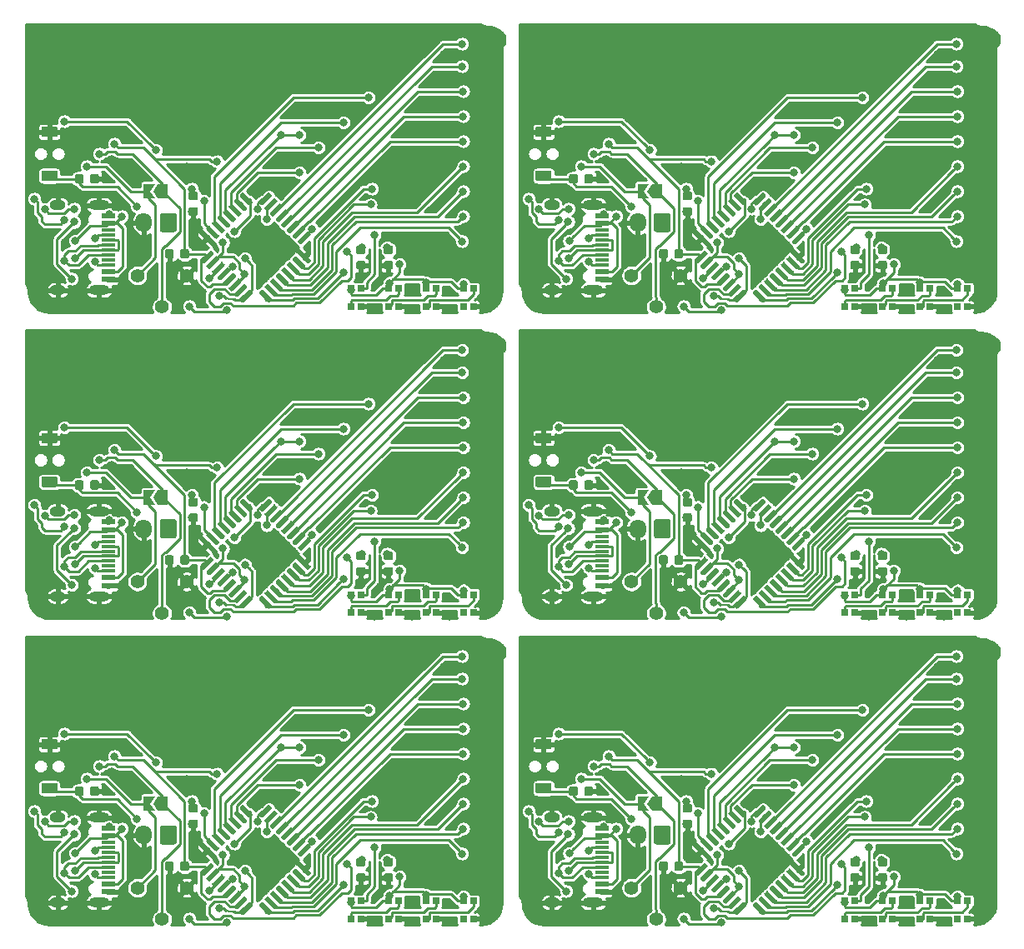
<source format=gbr>
G04 #@! TF.GenerationSoftware,KiCad,Pcbnew,(5.1.4)-1*
G04 #@! TF.CreationDate,2021-12-17T00:30:13+09:00*
G04 #@! TF.ProjectId,ident_card,6964656e-745f-4636-9172-642e6b696361,rev?*
G04 #@! TF.SameCoordinates,Original*
G04 #@! TF.FileFunction,Copper,L1,Top*
G04 #@! TF.FilePolarity,Positive*
%FSLAX46Y46*%
G04 Gerber Fmt 4.6, Leading zero omitted, Abs format (unit mm)*
G04 Created by KiCad (PCBNEW (5.1.4)-1) date 2021-12-17 00:30:13*
%MOMM*%
%LPD*%
G04 APERTURE LIST*
%ADD10C,0.300000*%
%ADD11C,0.100000*%
%ADD12R,0.700000X0.700000*%
%ADD13C,0.875000*%
%ADD14O,1.600000X1.000000*%
%ADD15O,2.100000X1.000000*%
%ADD16R,1.450000X0.300000*%
%ADD17R,1.450000X0.600000*%
%ADD18C,1.700000*%
%ADD19O,1.700000X1.950000*%
%ADD20C,0.900000*%
%ADD21C,1.050000*%
%ADD22C,1.400000*%
%ADD23C,0.500000*%
%ADD24C,0.800000*%
%ADD25C,0.250000*%
%ADD26C,0.200000*%
%ADD27C,0.254000*%
G04 APERTURE END LIST*
D10*
X90715000Y-39370000D03*
D11*
G36*
X90215000Y-38620000D02*
G01*
X91365000Y-38620000D01*
X90865000Y-39370000D01*
X91365000Y-40120000D01*
X90215000Y-40120000D01*
X90215000Y-38620000D01*
X90215000Y-38620000D01*
G37*
D10*
X92165000Y-39370000D03*
D11*
G36*
X91165000Y-39370000D02*
G01*
X91665000Y-38620000D01*
X92665000Y-38620000D01*
X92665000Y-40120000D01*
X91665000Y-40120000D01*
X91165000Y-39370000D01*
X91165000Y-39370000D01*
G37*
D12*
X112260000Y-49250000D03*
X111260000Y-49250000D03*
X112260000Y-51080000D03*
X111260000Y-51080000D03*
D11*
G36*
X95527691Y-40991053D02*
G01*
X95548926Y-40994203D01*
X95569750Y-40999419D01*
X95589962Y-41006651D01*
X95609368Y-41015830D01*
X95627781Y-41026866D01*
X95645024Y-41039654D01*
X95660930Y-41054070D01*
X95675346Y-41069976D01*
X95688134Y-41087219D01*
X95699170Y-41105632D01*
X95708349Y-41125038D01*
X95715581Y-41145250D01*
X95720797Y-41166074D01*
X95723947Y-41187309D01*
X95725000Y-41208750D01*
X95725000Y-41646250D01*
X95723947Y-41667691D01*
X95720797Y-41688926D01*
X95715581Y-41709750D01*
X95708349Y-41729962D01*
X95699170Y-41749368D01*
X95688134Y-41767781D01*
X95675346Y-41785024D01*
X95660930Y-41800930D01*
X95645024Y-41815346D01*
X95627781Y-41828134D01*
X95609368Y-41839170D01*
X95589962Y-41848349D01*
X95569750Y-41855581D01*
X95548926Y-41860797D01*
X95527691Y-41863947D01*
X95506250Y-41865000D01*
X94993750Y-41865000D01*
X94972309Y-41863947D01*
X94951074Y-41860797D01*
X94930250Y-41855581D01*
X94910038Y-41848349D01*
X94890632Y-41839170D01*
X94872219Y-41828134D01*
X94854976Y-41815346D01*
X94839070Y-41800930D01*
X94824654Y-41785024D01*
X94811866Y-41767781D01*
X94800830Y-41749368D01*
X94791651Y-41729962D01*
X94784419Y-41709750D01*
X94779203Y-41688926D01*
X94776053Y-41667691D01*
X94775000Y-41646250D01*
X94775000Y-41208750D01*
X94776053Y-41187309D01*
X94779203Y-41166074D01*
X94784419Y-41145250D01*
X94791651Y-41125038D01*
X94800830Y-41105632D01*
X94811866Y-41087219D01*
X94824654Y-41069976D01*
X94839070Y-41054070D01*
X94854976Y-41039654D01*
X94872219Y-41026866D01*
X94890632Y-41015830D01*
X94910038Y-41006651D01*
X94930250Y-40999419D01*
X94951074Y-40994203D01*
X94972309Y-40991053D01*
X94993750Y-40990000D01*
X95506250Y-40990000D01*
X95527691Y-40991053D01*
X95527691Y-40991053D01*
G37*
D13*
X95250000Y-41427500D03*
D11*
G36*
X95527691Y-39416053D02*
G01*
X95548926Y-39419203D01*
X95569750Y-39424419D01*
X95589962Y-39431651D01*
X95609368Y-39440830D01*
X95627781Y-39451866D01*
X95645024Y-39464654D01*
X95660930Y-39479070D01*
X95675346Y-39494976D01*
X95688134Y-39512219D01*
X95699170Y-39530632D01*
X95708349Y-39550038D01*
X95715581Y-39570250D01*
X95720797Y-39591074D01*
X95723947Y-39612309D01*
X95725000Y-39633750D01*
X95725000Y-40071250D01*
X95723947Y-40092691D01*
X95720797Y-40113926D01*
X95715581Y-40134750D01*
X95708349Y-40154962D01*
X95699170Y-40174368D01*
X95688134Y-40192781D01*
X95675346Y-40210024D01*
X95660930Y-40225930D01*
X95645024Y-40240346D01*
X95627781Y-40253134D01*
X95609368Y-40264170D01*
X95589962Y-40273349D01*
X95569750Y-40280581D01*
X95548926Y-40285797D01*
X95527691Y-40288947D01*
X95506250Y-40290000D01*
X94993750Y-40290000D01*
X94972309Y-40288947D01*
X94951074Y-40285797D01*
X94930250Y-40280581D01*
X94910038Y-40273349D01*
X94890632Y-40264170D01*
X94872219Y-40253134D01*
X94854976Y-40240346D01*
X94839070Y-40225930D01*
X94824654Y-40210024D01*
X94811866Y-40192781D01*
X94800830Y-40174368D01*
X94791651Y-40154962D01*
X94784419Y-40134750D01*
X94779203Y-40113926D01*
X94776053Y-40092691D01*
X94775000Y-40071250D01*
X94775000Y-39633750D01*
X94776053Y-39612309D01*
X94779203Y-39591074D01*
X94784419Y-39570250D01*
X94791651Y-39550038D01*
X94800830Y-39530632D01*
X94811866Y-39512219D01*
X94824654Y-39494976D01*
X94839070Y-39479070D01*
X94854976Y-39464654D01*
X94872219Y-39451866D01*
X94890632Y-39440830D01*
X94910038Y-39431651D01*
X94930250Y-39424419D01*
X94951074Y-39419203D01*
X94972309Y-39416053D01*
X94993750Y-39415000D01*
X95506250Y-39415000D01*
X95527691Y-39416053D01*
X95527691Y-39416053D01*
G37*
D13*
X95250000Y-39852500D03*
D12*
X116070000Y-49250000D03*
X115070000Y-49250000D03*
X116070000Y-51080000D03*
X115070000Y-51080000D03*
X119880000Y-49250000D03*
X118880000Y-49250000D03*
X119880000Y-51080000D03*
X118880000Y-51080000D03*
D14*
X81500000Y-49405000D03*
X81500000Y-40765000D03*
D15*
X85680000Y-40765000D03*
X85680000Y-49405000D03*
D16*
X86595000Y-44835000D03*
X86595000Y-46835000D03*
X86595000Y-46335000D03*
X86595000Y-45835000D03*
X86595000Y-45335000D03*
X86595000Y-44335000D03*
X86595000Y-43835000D03*
X86595000Y-43335000D03*
D17*
X86595000Y-48335000D03*
X86595000Y-47535000D03*
X86595000Y-42635000D03*
X86595000Y-41835000D03*
X86595000Y-41835000D03*
X86595000Y-42635000D03*
X86595000Y-47535000D03*
X86595000Y-48335000D03*
D12*
X123690000Y-49250000D03*
X122690000Y-49250000D03*
X123690000Y-51080000D03*
X122690000Y-51080000D03*
D11*
G36*
X93334504Y-41571204D02*
G01*
X93358773Y-41574804D01*
X93382571Y-41580765D01*
X93405671Y-41589030D01*
X93427849Y-41599520D01*
X93448893Y-41612133D01*
X93468598Y-41626747D01*
X93486777Y-41643223D01*
X93503253Y-41661402D01*
X93517867Y-41681107D01*
X93530480Y-41702151D01*
X93540970Y-41724329D01*
X93549235Y-41747429D01*
X93555196Y-41771227D01*
X93558796Y-41795496D01*
X93560000Y-41820000D01*
X93560000Y-43270000D01*
X93558796Y-43294504D01*
X93555196Y-43318773D01*
X93549235Y-43342571D01*
X93540970Y-43365671D01*
X93530480Y-43387849D01*
X93517867Y-43408893D01*
X93503253Y-43428598D01*
X93486777Y-43446777D01*
X93468598Y-43463253D01*
X93448893Y-43477867D01*
X93427849Y-43490480D01*
X93405671Y-43500970D01*
X93382571Y-43509235D01*
X93358773Y-43515196D01*
X93334504Y-43518796D01*
X93310000Y-43520000D01*
X92110000Y-43520000D01*
X92085496Y-43518796D01*
X92061227Y-43515196D01*
X92037429Y-43509235D01*
X92014329Y-43500970D01*
X91992151Y-43490480D01*
X91971107Y-43477867D01*
X91951402Y-43463253D01*
X91933223Y-43446777D01*
X91916747Y-43428598D01*
X91902133Y-43408893D01*
X91889520Y-43387849D01*
X91879030Y-43365671D01*
X91870765Y-43342571D01*
X91864804Y-43318773D01*
X91861204Y-43294504D01*
X91860000Y-43270000D01*
X91860000Y-41820000D01*
X91861204Y-41795496D01*
X91864804Y-41771227D01*
X91870765Y-41747429D01*
X91879030Y-41724329D01*
X91889520Y-41702151D01*
X91902133Y-41681107D01*
X91916747Y-41661402D01*
X91933223Y-41643223D01*
X91951402Y-41626747D01*
X91971107Y-41612133D01*
X91992151Y-41599520D01*
X92014329Y-41589030D01*
X92037429Y-41580765D01*
X92061227Y-41574804D01*
X92085496Y-41571204D01*
X92110000Y-41570000D01*
X93310000Y-41570000D01*
X93334504Y-41571204D01*
X93334504Y-41571204D01*
G37*
D18*
X92710000Y-42545000D03*
D19*
X90210000Y-42545000D03*
D11*
G36*
X94621054Y-45246083D02*
G01*
X94642895Y-45249323D01*
X94664314Y-45254688D01*
X94685104Y-45262127D01*
X94705064Y-45271568D01*
X94724003Y-45282919D01*
X94741738Y-45296073D01*
X94758099Y-45310901D01*
X94772927Y-45327262D01*
X94786081Y-45344997D01*
X94797432Y-45363936D01*
X94806873Y-45383896D01*
X94814312Y-45404686D01*
X94819677Y-45426105D01*
X94822917Y-45447946D01*
X94824000Y-45470000D01*
X94824000Y-45970000D01*
X94822917Y-45992054D01*
X94819677Y-46013895D01*
X94814312Y-46035314D01*
X94806873Y-46056104D01*
X94797432Y-46076064D01*
X94786081Y-46095003D01*
X94772927Y-46112738D01*
X94758099Y-46129099D01*
X94741738Y-46143927D01*
X94724003Y-46157081D01*
X94705064Y-46168432D01*
X94685104Y-46177873D01*
X94664314Y-46185312D01*
X94642895Y-46190677D01*
X94621054Y-46193917D01*
X94599000Y-46195000D01*
X94149000Y-46195000D01*
X94126946Y-46193917D01*
X94105105Y-46190677D01*
X94083686Y-46185312D01*
X94062896Y-46177873D01*
X94042936Y-46168432D01*
X94023997Y-46157081D01*
X94006262Y-46143927D01*
X93989901Y-46129099D01*
X93975073Y-46112738D01*
X93961919Y-46095003D01*
X93950568Y-46076064D01*
X93941127Y-46056104D01*
X93933688Y-46035314D01*
X93928323Y-46013895D01*
X93925083Y-45992054D01*
X93924000Y-45970000D01*
X93924000Y-45470000D01*
X93925083Y-45447946D01*
X93928323Y-45426105D01*
X93933688Y-45404686D01*
X93941127Y-45383896D01*
X93950568Y-45363936D01*
X93961919Y-45344997D01*
X93975073Y-45327262D01*
X93989901Y-45310901D01*
X94006262Y-45296073D01*
X94023997Y-45282919D01*
X94042936Y-45271568D01*
X94062896Y-45262127D01*
X94083686Y-45254688D01*
X94105105Y-45249323D01*
X94126946Y-45246083D01*
X94149000Y-45245000D01*
X94599000Y-45245000D01*
X94621054Y-45246083D01*
X94621054Y-45246083D01*
G37*
D20*
X94374000Y-45720000D03*
D11*
G36*
X93071054Y-45246083D02*
G01*
X93092895Y-45249323D01*
X93114314Y-45254688D01*
X93135104Y-45262127D01*
X93155064Y-45271568D01*
X93174003Y-45282919D01*
X93191738Y-45296073D01*
X93208099Y-45310901D01*
X93222927Y-45327262D01*
X93236081Y-45344997D01*
X93247432Y-45363936D01*
X93256873Y-45383896D01*
X93264312Y-45404686D01*
X93269677Y-45426105D01*
X93272917Y-45447946D01*
X93274000Y-45470000D01*
X93274000Y-45970000D01*
X93272917Y-45992054D01*
X93269677Y-46013895D01*
X93264312Y-46035314D01*
X93256873Y-46056104D01*
X93247432Y-46076064D01*
X93236081Y-46095003D01*
X93222927Y-46112738D01*
X93208099Y-46129099D01*
X93191738Y-46143927D01*
X93174003Y-46157081D01*
X93155064Y-46168432D01*
X93135104Y-46177873D01*
X93114314Y-46185312D01*
X93092895Y-46190677D01*
X93071054Y-46193917D01*
X93049000Y-46195000D01*
X92599000Y-46195000D01*
X92576946Y-46193917D01*
X92555105Y-46190677D01*
X92533686Y-46185312D01*
X92512896Y-46177873D01*
X92492936Y-46168432D01*
X92473997Y-46157081D01*
X92456262Y-46143927D01*
X92439901Y-46129099D01*
X92425073Y-46112738D01*
X92411919Y-46095003D01*
X92400568Y-46076064D01*
X92391127Y-46056104D01*
X92383688Y-46035314D01*
X92378323Y-46013895D01*
X92375083Y-45992054D01*
X92374000Y-45970000D01*
X92374000Y-45470000D01*
X92375083Y-45447946D01*
X92378323Y-45426105D01*
X92383688Y-45404686D01*
X92391127Y-45383896D01*
X92400568Y-45363936D01*
X92411919Y-45344997D01*
X92425073Y-45327262D01*
X92439901Y-45310901D01*
X92456262Y-45296073D01*
X92473997Y-45282919D01*
X92492936Y-45271568D01*
X92512896Y-45262127D01*
X92533686Y-45254688D01*
X92555105Y-45249323D01*
X92576946Y-45246083D01*
X92599000Y-45245000D01*
X93049000Y-45245000D01*
X93071054Y-45246083D01*
X93071054Y-45246083D01*
G37*
D20*
X92824000Y-45720000D03*
D11*
G36*
X83927054Y-37626083D02*
G01*
X83948895Y-37629323D01*
X83970314Y-37634688D01*
X83991104Y-37642127D01*
X84011064Y-37651568D01*
X84030003Y-37662919D01*
X84047738Y-37676073D01*
X84064099Y-37690901D01*
X84078927Y-37707262D01*
X84092081Y-37724997D01*
X84103432Y-37743936D01*
X84112873Y-37763896D01*
X84120312Y-37784686D01*
X84125677Y-37806105D01*
X84128917Y-37827946D01*
X84130000Y-37850000D01*
X84130000Y-38350000D01*
X84128917Y-38372054D01*
X84125677Y-38393895D01*
X84120312Y-38415314D01*
X84112873Y-38436104D01*
X84103432Y-38456064D01*
X84092081Y-38475003D01*
X84078927Y-38492738D01*
X84064099Y-38509099D01*
X84047738Y-38523927D01*
X84030003Y-38537081D01*
X84011064Y-38548432D01*
X83991104Y-38557873D01*
X83970314Y-38565312D01*
X83948895Y-38570677D01*
X83927054Y-38573917D01*
X83905000Y-38575000D01*
X83455000Y-38575000D01*
X83432946Y-38573917D01*
X83411105Y-38570677D01*
X83389686Y-38565312D01*
X83368896Y-38557873D01*
X83348936Y-38548432D01*
X83329997Y-38537081D01*
X83312262Y-38523927D01*
X83295901Y-38509099D01*
X83281073Y-38492738D01*
X83267919Y-38475003D01*
X83256568Y-38456064D01*
X83247127Y-38436104D01*
X83239688Y-38415314D01*
X83234323Y-38393895D01*
X83231083Y-38372054D01*
X83230000Y-38350000D01*
X83230000Y-37850000D01*
X83231083Y-37827946D01*
X83234323Y-37806105D01*
X83239688Y-37784686D01*
X83247127Y-37763896D01*
X83256568Y-37743936D01*
X83267919Y-37724997D01*
X83281073Y-37707262D01*
X83295901Y-37690901D01*
X83312262Y-37676073D01*
X83329997Y-37662919D01*
X83348936Y-37651568D01*
X83368896Y-37642127D01*
X83389686Y-37634688D01*
X83411105Y-37629323D01*
X83432946Y-37626083D01*
X83455000Y-37625000D01*
X83905000Y-37625000D01*
X83927054Y-37626083D01*
X83927054Y-37626083D01*
G37*
D20*
X83680000Y-38100000D03*
D11*
G36*
X85477054Y-37626083D02*
G01*
X85498895Y-37629323D01*
X85520314Y-37634688D01*
X85541104Y-37642127D01*
X85561064Y-37651568D01*
X85580003Y-37662919D01*
X85597738Y-37676073D01*
X85614099Y-37690901D01*
X85628927Y-37707262D01*
X85642081Y-37724997D01*
X85653432Y-37743936D01*
X85662873Y-37763896D01*
X85670312Y-37784686D01*
X85675677Y-37806105D01*
X85678917Y-37827946D01*
X85680000Y-37850000D01*
X85680000Y-38350000D01*
X85678917Y-38372054D01*
X85675677Y-38393895D01*
X85670312Y-38415314D01*
X85662873Y-38436104D01*
X85653432Y-38456064D01*
X85642081Y-38475003D01*
X85628927Y-38492738D01*
X85614099Y-38509099D01*
X85597738Y-38523927D01*
X85580003Y-38537081D01*
X85561064Y-38548432D01*
X85541104Y-38557873D01*
X85520314Y-38565312D01*
X85498895Y-38570677D01*
X85477054Y-38573917D01*
X85455000Y-38575000D01*
X85005000Y-38575000D01*
X84982946Y-38573917D01*
X84961105Y-38570677D01*
X84939686Y-38565312D01*
X84918896Y-38557873D01*
X84898936Y-38548432D01*
X84879997Y-38537081D01*
X84862262Y-38523927D01*
X84845901Y-38509099D01*
X84831073Y-38492738D01*
X84817919Y-38475003D01*
X84806568Y-38456064D01*
X84797127Y-38436104D01*
X84789688Y-38415314D01*
X84784323Y-38393895D01*
X84781083Y-38372054D01*
X84780000Y-38350000D01*
X84780000Y-37850000D01*
X84781083Y-37827946D01*
X84784323Y-37806105D01*
X84789688Y-37784686D01*
X84797127Y-37763896D01*
X84806568Y-37743936D01*
X84817919Y-37724997D01*
X84831073Y-37707262D01*
X84845901Y-37690901D01*
X84862262Y-37676073D01*
X84879997Y-37662919D01*
X84898936Y-37651568D01*
X84918896Y-37642127D01*
X84939686Y-37634688D01*
X84961105Y-37629323D01*
X84982946Y-37626083D01*
X85005000Y-37625000D01*
X85455000Y-37625000D01*
X85477054Y-37626083D01*
X85477054Y-37626083D01*
G37*
D20*
X85230000Y-38100000D03*
D11*
G36*
X112545691Y-46452053D02*
G01*
X112566926Y-46455203D01*
X112587750Y-46460419D01*
X112607962Y-46467651D01*
X112627368Y-46476830D01*
X112645781Y-46487866D01*
X112663024Y-46500654D01*
X112678930Y-46515070D01*
X112693346Y-46530976D01*
X112706134Y-46548219D01*
X112717170Y-46566632D01*
X112726349Y-46586038D01*
X112733581Y-46606250D01*
X112738797Y-46627074D01*
X112741947Y-46648309D01*
X112743000Y-46669750D01*
X112743000Y-47107250D01*
X112741947Y-47128691D01*
X112738797Y-47149926D01*
X112733581Y-47170750D01*
X112726349Y-47190962D01*
X112717170Y-47210368D01*
X112706134Y-47228781D01*
X112693346Y-47246024D01*
X112678930Y-47261930D01*
X112663024Y-47276346D01*
X112645781Y-47289134D01*
X112627368Y-47300170D01*
X112607962Y-47309349D01*
X112587750Y-47316581D01*
X112566926Y-47321797D01*
X112545691Y-47324947D01*
X112524250Y-47326000D01*
X112011750Y-47326000D01*
X111990309Y-47324947D01*
X111969074Y-47321797D01*
X111948250Y-47316581D01*
X111928038Y-47309349D01*
X111908632Y-47300170D01*
X111890219Y-47289134D01*
X111872976Y-47276346D01*
X111857070Y-47261930D01*
X111842654Y-47246024D01*
X111829866Y-47228781D01*
X111818830Y-47210368D01*
X111809651Y-47190962D01*
X111802419Y-47170750D01*
X111797203Y-47149926D01*
X111794053Y-47128691D01*
X111793000Y-47107250D01*
X111793000Y-46669750D01*
X111794053Y-46648309D01*
X111797203Y-46627074D01*
X111802419Y-46606250D01*
X111809651Y-46586038D01*
X111818830Y-46566632D01*
X111829866Y-46548219D01*
X111842654Y-46530976D01*
X111857070Y-46515070D01*
X111872976Y-46500654D01*
X111890219Y-46487866D01*
X111908632Y-46476830D01*
X111928038Y-46467651D01*
X111948250Y-46460419D01*
X111969074Y-46455203D01*
X111990309Y-46452053D01*
X112011750Y-46451000D01*
X112524250Y-46451000D01*
X112545691Y-46452053D01*
X112545691Y-46452053D01*
G37*
D13*
X112268000Y-46888500D03*
D11*
G36*
X112545691Y-44877053D02*
G01*
X112566926Y-44880203D01*
X112587750Y-44885419D01*
X112607962Y-44892651D01*
X112627368Y-44901830D01*
X112645781Y-44912866D01*
X112663024Y-44925654D01*
X112678930Y-44940070D01*
X112693346Y-44955976D01*
X112706134Y-44973219D01*
X112717170Y-44991632D01*
X112726349Y-45011038D01*
X112733581Y-45031250D01*
X112738797Y-45052074D01*
X112741947Y-45073309D01*
X112743000Y-45094750D01*
X112743000Y-45532250D01*
X112741947Y-45553691D01*
X112738797Y-45574926D01*
X112733581Y-45595750D01*
X112726349Y-45615962D01*
X112717170Y-45635368D01*
X112706134Y-45653781D01*
X112693346Y-45671024D01*
X112678930Y-45686930D01*
X112663024Y-45701346D01*
X112645781Y-45714134D01*
X112627368Y-45725170D01*
X112607962Y-45734349D01*
X112587750Y-45741581D01*
X112566926Y-45746797D01*
X112545691Y-45749947D01*
X112524250Y-45751000D01*
X112011750Y-45751000D01*
X111990309Y-45749947D01*
X111969074Y-45746797D01*
X111948250Y-45741581D01*
X111928038Y-45734349D01*
X111908632Y-45725170D01*
X111890219Y-45714134D01*
X111872976Y-45701346D01*
X111857070Y-45686930D01*
X111842654Y-45671024D01*
X111829866Y-45653781D01*
X111818830Y-45635368D01*
X111809651Y-45615962D01*
X111802419Y-45595750D01*
X111797203Y-45574926D01*
X111794053Y-45553691D01*
X111793000Y-45532250D01*
X111793000Y-45094750D01*
X111794053Y-45073309D01*
X111797203Y-45052074D01*
X111802419Y-45031250D01*
X111809651Y-45011038D01*
X111818830Y-44991632D01*
X111829866Y-44973219D01*
X111842654Y-44955976D01*
X111857070Y-44940070D01*
X111872976Y-44925654D01*
X111890219Y-44912866D01*
X111908632Y-44901830D01*
X111928038Y-44892651D01*
X111948250Y-44885419D01*
X111969074Y-44880203D01*
X111990309Y-44877053D01*
X112011750Y-44876000D01*
X112524250Y-44876000D01*
X112545691Y-44877053D01*
X112545691Y-44877053D01*
G37*
D13*
X112268000Y-45313500D03*
D11*
G36*
X115339691Y-46452053D02*
G01*
X115360926Y-46455203D01*
X115381750Y-46460419D01*
X115401962Y-46467651D01*
X115421368Y-46476830D01*
X115439781Y-46487866D01*
X115457024Y-46500654D01*
X115472930Y-46515070D01*
X115487346Y-46530976D01*
X115500134Y-46548219D01*
X115511170Y-46566632D01*
X115520349Y-46586038D01*
X115527581Y-46606250D01*
X115532797Y-46627074D01*
X115535947Y-46648309D01*
X115537000Y-46669750D01*
X115537000Y-47107250D01*
X115535947Y-47128691D01*
X115532797Y-47149926D01*
X115527581Y-47170750D01*
X115520349Y-47190962D01*
X115511170Y-47210368D01*
X115500134Y-47228781D01*
X115487346Y-47246024D01*
X115472930Y-47261930D01*
X115457024Y-47276346D01*
X115439781Y-47289134D01*
X115421368Y-47300170D01*
X115401962Y-47309349D01*
X115381750Y-47316581D01*
X115360926Y-47321797D01*
X115339691Y-47324947D01*
X115318250Y-47326000D01*
X114805750Y-47326000D01*
X114784309Y-47324947D01*
X114763074Y-47321797D01*
X114742250Y-47316581D01*
X114722038Y-47309349D01*
X114702632Y-47300170D01*
X114684219Y-47289134D01*
X114666976Y-47276346D01*
X114651070Y-47261930D01*
X114636654Y-47246024D01*
X114623866Y-47228781D01*
X114612830Y-47210368D01*
X114603651Y-47190962D01*
X114596419Y-47170750D01*
X114591203Y-47149926D01*
X114588053Y-47128691D01*
X114587000Y-47107250D01*
X114587000Y-46669750D01*
X114588053Y-46648309D01*
X114591203Y-46627074D01*
X114596419Y-46606250D01*
X114603651Y-46586038D01*
X114612830Y-46566632D01*
X114623866Y-46548219D01*
X114636654Y-46530976D01*
X114651070Y-46515070D01*
X114666976Y-46500654D01*
X114684219Y-46487866D01*
X114702632Y-46476830D01*
X114722038Y-46467651D01*
X114742250Y-46460419D01*
X114763074Y-46455203D01*
X114784309Y-46452053D01*
X114805750Y-46451000D01*
X115318250Y-46451000D01*
X115339691Y-46452053D01*
X115339691Y-46452053D01*
G37*
D13*
X115062000Y-46888500D03*
D11*
G36*
X115339691Y-44877053D02*
G01*
X115360926Y-44880203D01*
X115381750Y-44885419D01*
X115401962Y-44892651D01*
X115421368Y-44901830D01*
X115439781Y-44912866D01*
X115457024Y-44925654D01*
X115472930Y-44940070D01*
X115487346Y-44955976D01*
X115500134Y-44973219D01*
X115511170Y-44991632D01*
X115520349Y-45011038D01*
X115527581Y-45031250D01*
X115532797Y-45052074D01*
X115535947Y-45073309D01*
X115537000Y-45094750D01*
X115537000Y-45532250D01*
X115535947Y-45553691D01*
X115532797Y-45574926D01*
X115527581Y-45595750D01*
X115520349Y-45615962D01*
X115511170Y-45635368D01*
X115500134Y-45653781D01*
X115487346Y-45671024D01*
X115472930Y-45686930D01*
X115457024Y-45701346D01*
X115439781Y-45714134D01*
X115421368Y-45725170D01*
X115401962Y-45734349D01*
X115381750Y-45741581D01*
X115360926Y-45746797D01*
X115339691Y-45749947D01*
X115318250Y-45751000D01*
X114805750Y-45751000D01*
X114784309Y-45749947D01*
X114763074Y-45746797D01*
X114742250Y-45741581D01*
X114722038Y-45734349D01*
X114702632Y-45725170D01*
X114684219Y-45714134D01*
X114666976Y-45701346D01*
X114651070Y-45686930D01*
X114636654Y-45671024D01*
X114623866Y-45653781D01*
X114612830Y-45635368D01*
X114603651Y-45615962D01*
X114596419Y-45595750D01*
X114591203Y-45574926D01*
X114588053Y-45553691D01*
X114587000Y-45532250D01*
X114587000Y-45094750D01*
X114588053Y-45073309D01*
X114591203Y-45052074D01*
X114596419Y-45031250D01*
X114603651Y-45011038D01*
X114612830Y-44991632D01*
X114623866Y-44973219D01*
X114636654Y-44955976D01*
X114651070Y-44940070D01*
X114666976Y-44925654D01*
X114684219Y-44912866D01*
X114702632Y-44901830D01*
X114722038Y-44892651D01*
X114742250Y-44885419D01*
X114763074Y-44880203D01*
X114784309Y-44877053D01*
X114805750Y-44876000D01*
X115318250Y-44876000D01*
X115339691Y-44877053D01*
X115339691Y-44877053D01*
G37*
D13*
X115062000Y-45313500D03*
D11*
G36*
X81326615Y-37260632D02*
G01*
X81339356Y-37262522D01*
X81351850Y-37265652D01*
X81363977Y-37269991D01*
X81375621Y-37275498D01*
X81386669Y-37282120D01*
X81397014Y-37289792D01*
X81406558Y-37298442D01*
X81415208Y-37307986D01*
X81422880Y-37318331D01*
X81429502Y-37329379D01*
X81435009Y-37341023D01*
X81439348Y-37353150D01*
X81442478Y-37365644D01*
X81444368Y-37378385D01*
X81445000Y-37391250D01*
X81445000Y-38178750D01*
X81444368Y-38191615D01*
X81442478Y-38204356D01*
X81439348Y-38216850D01*
X81435009Y-38228977D01*
X81429502Y-38240621D01*
X81422880Y-38251669D01*
X81415208Y-38262014D01*
X81406558Y-38271558D01*
X81397014Y-38280208D01*
X81386669Y-38287880D01*
X81375621Y-38294502D01*
X81363977Y-38300009D01*
X81351850Y-38304348D01*
X81339356Y-38307478D01*
X81326615Y-38309368D01*
X81313750Y-38310000D01*
X79976250Y-38310000D01*
X79963385Y-38309368D01*
X79950644Y-38307478D01*
X79938150Y-38304348D01*
X79926023Y-38300009D01*
X79914379Y-38294502D01*
X79903331Y-38287880D01*
X79892986Y-38280208D01*
X79883442Y-38271558D01*
X79874792Y-38262014D01*
X79867120Y-38251669D01*
X79860498Y-38240621D01*
X79854991Y-38228977D01*
X79850652Y-38216850D01*
X79847522Y-38204356D01*
X79845632Y-38191615D01*
X79845000Y-38178750D01*
X79845000Y-37391250D01*
X79845632Y-37378385D01*
X79847522Y-37365644D01*
X79850652Y-37353150D01*
X79854991Y-37341023D01*
X79860498Y-37329379D01*
X79867120Y-37318331D01*
X79874792Y-37307986D01*
X79883442Y-37298442D01*
X79892986Y-37289792D01*
X79903331Y-37282120D01*
X79914379Y-37275498D01*
X79926023Y-37269991D01*
X79938150Y-37265652D01*
X79950644Y-37262522D01*
X79963385Y-37260632D01*
X79976250Y-37260000D01*
X81313750Y-37260000D01*
X81326615Y-37260632D01*
X81326615Y-37260632D01*
G37*
D21*
X80645000Y-37785000D03*
D11*
G36*
X81326615Y-32810632D02*
G01*
X81339356Y-32812522D01*
X81351850Y-32815652D01*
X81363977Y-32819991D01*
X81375621Y-32825498D01*
X81386669Y-32832120D01*
X81397014Y-32839792D01*
X81406558Y-32848442D01*
X81415208Y-32857986D01*
X81422880Y-32868331D01*
X81429502Y-32879379D01*
X81435009Y-32891023D01*
X81439348Y-32903150D01*
X81442478Y-32915644D01*
X81444368Y-32928385D01*
X81445000Y-32941250D01*
X81445000Y-33728750D01*
X81444368Y-33741615D01*
X81442478Y-33754356D01*
X81439348Y-33766850D01*
X81435009Y-33778977D01*
X81429502Y-33790621D01*
X81422880Y-33801669D01*
X81415208Y-33812014D01*
X81406558Y-33821558D01*
X81397014Y-33830208D01*
X81386669Y-33837880D01*
X81375621Y-33844502D01*
X81363977Y-33850009D01*
X81351850Y-33854348D01*
X81339356Y-33857478D01*
X81326615Y-33859368D01*
X81313750Y-33860000D01*
X79976250Y-33860000D01*
X79963385Y-33859368D01*
X79950644Y-33857478D01*
X79938150Y-33854348D01*
X79926023Y-33850009D01*
X79914379Y-33844502D01*
X79903331Y-33837880D01*
X79892986Y-33830208D01*
X79883442Y-33821558D01*
X79874792Y-33812014D01*
X79867120Y-33801669D01*
X79860498Y-33790621D01*
X79854991Y-33778977D01*
X79850652Y-33766850D01*
X79847522Y-33754356D01*
X79845632Y-33741615D01*
X79845000Y-33728750D01*
X79845000Y-32941250D01*
X79845632Y-32928385D01*
X79847522Y-32915644D01*
X79850652Y-32903150D01*
X79854991Y-32891023D01*
X79860498Y-32879379D01*
X79867120Y-32868331D01*
X79874792Y-32857986D01*
X79883442Y-32848442D01*
X79892986Y-32839792D01*
X79903331Y-32832120D01*
X79914379Y-32825498D01*
X79926023Y-32819991D01*
X79938150Y-32815652D01*
X79950644Y-32812522D01*
X79963385Y-32810632D01*
X79976250Y-32810000D01*
X81313750Y-32810000D01*
X81326615Y-32810632D01*
X81326615Y-32810632D01*
G37*
D21*
X80645000Y-33335000D03*
D22*
X89575000Y-47930000D03*
X92075000Y-51130000D03*
X94575000Y-47930000D03*
D11*
G36*
X97033735Y-45402544D02*
G01*
X97045869Y-45404344D01*
X97057769Y-45407324D01*
X97069318Y-45411457D01*
X97080408Y-45416702D01*
X97090929Y-45423008D01*
X97100782Y-45430316D01*
X97109871Y-45438554D01*
X97286648Y-45615331D01*
X97294886Y-45624420D01*
X97302194Y-45634273D01*
X97308500Y-45644794D01*
X97313745Y-45655884D01*
X97317878Y-45667433D01*
X97320858Y-45679333D01*
X97322658Y-45691467D01*
X97323260Y-45703719D01*
X97322658Y-45715971D01*
X97320858Y-45728105D01*
X97317878Y-45740005D01*
X97313745Y-45751554D01*
X97308500Y-45762644D01*
X97302194Y-45773165D01*
X97294886Y-45783018D01*
X97286648Y-45792107D01*
X96402765Y-46675990D01*
X96393676Y-46684228D01*
X96383823Y-46691536D01*
X96373302Y-46697842D01*
X96362212Y-46703087D01*
X96350663Y-46707220D01*
X96338763Y-46710200D01*
X96326629Y-46712000D01*
X96314377Y-46712602D01*
X96302125Y-46712000D01*
X96289991Y-46710200D01*
X96278091Y-46707220D01*
X96266542Y-46703087D01*
X96255452Y-46697842D01*
X96244931Y-46691536D01*
X96235078Y-46684228D01*
X96225989Y-46675990D01*
X96049212Y-46499213D01*
X96040974Y-46490124D01*
X96033666Y-46480271D01*
X96027360Y-46469750D01*
X96022115Y-46458660D01*
X96017982Y-46447111D01*
X96015002Y-46435211D01*
X96013202Y-46423077D01*
X96012600Y-46410825D01*
X96013202Y-46398573D01*
X96015002Y-46386439D01*
X96017982Y-46374539D01*
X96022115Y-46362990D01*
X96027360Y-46351900D01*
X96033666Y-46341379D01*
X96040974Y-46331526D01*
X96049212Y-46322437D01*
X96933095Y-45438554D01*
X96942184Y-45430316D01*
X96952037Y-45423008D01*
X96962558Y-45416702D01*
X96973648Y-45411457D01*
X96985197Y-45407324D01*
X96997097Y-45404344D01*
X97009231Y-45402544D01*
X97021483Y-45401942D01*
X97033735Y-45402544D01*
X97033735Y-45402544D01*
G37*
D23*
X96667930Y-46057272D03*
D11*
G36*
X97599421Y-45968229D02*
G01*
X97611555Y-45970029D01*
X97623455Y-45973009D01*
X97635004Y-45977142D01*
X97646094Y-45982387D01*
X97656615Y-45988693D01*
X97666468Y-45996001D01*
X97675557Y-46004239D01*
X97852334Y-46181016D01*
X97860572Y-46190105D01*
X97867880Y-46199958D01*
X97874186Y-46210479D01*
X97879431Y-46221569D01*
X97883564Y-46233118D01*
X97886544Y-46245018D01*
X97888344Y-46257152D01*
X97888946Y-46269404D01*
X97888344Y-46281656D01*
X97886544Y-46293790D01*
X97883564Y-46305690D01*
X97879431Y-46317239D01*
X97874186Y-46328329D01*
X97867880Y-46338850D01*
X97860572Y-46348703D01*
X97852334Y-46357792D01*
X96968451Y-47241675D01*
X96959362Y-47249913D01*
X96949509Y-47257221D01*
X96938988Y-47263527D01*
X96927898Y-47268772D01*
X96916349Y-47272905D01*
X96904449Y-47275885D01*
X96892315Y-47277685D01*
X96880063Y-47278287D01*
X96867811Y-47277685D01*
X96855677Y-47275885D01*
X96843777Y-47272905D01*
X96832228Y-47268772D01*
X96821138Y-47263527D01*
X96810617Y-47257221D01*
X96800764Y-47249913D01*
X96791675Y-47241675D01*
X96614898Y-47064898D01*
X96606660Y-47055809D01*
X96599352Y-47045956D01*
X96593046Y-47035435D01*
X96587801Y-47024345D01*
X96583668Y-47012796D01*
X96580688Y-47000896D01*
X96578888Y-46988762D01*
X96578286Y-46976510D01*
X96578888Y-46964258D01*
X96580688Y-46952124D01*
X96583668Y-46940224D01*
X96587801Y-46928675D01*
X96593046Y-46917585D01*
X96599352Y-46907064D01*
X96606660Y-46897211D01*
X96614898Y-46888122D01*
X97498781Y-46004239D01*
X97507870Y-45996001D01*
X97517723Y-45988693D01*
X97528244Y-45982387D01*
X97539334Y-45977142D01*
X97550883Y-45973009D01*
X97562783Y-45970029D01*
X97574917Y-45968229D01*
X97587169Y-45967627D01*
X97599421Y-45968229D01*
X97599421Y-45968229D01*
G37*
D23*
X97233616Y-46622957D03*
D11*
G36*
X98165106Y-46533915D02*
G01*
X98177240Y-46535715D01*
X98189140Y-46538695D01*
X98200689Y-46542828D01*
X98211779Y-46548073D01*
X98222300Y-46554379D01*
X98232153Y-46561687D01*
X98241242Y-46569925D01*
X98418019Y-46746702D01*
X98426257Y-46755791D01*
X98433565Y-46765644D01*
X98439871Y-46776165D01*
X98445116Y-46787255D01*
X98449249Y-46798804D01*
X98452229Y-46810704D01*
X98454029Y-46822838D01*
X98454631Y-46835090D01*
X98454029Y-46847342D01*
X98452229Y-46859476D01*
X98449249Y-46871376D01*
X98445116Y-46882925D01*
X98439871Y-46894015D01*
X98433565Y-46904536D01*
X98426257Y-46914389D01*
X98418019Y-46923478D01*
X97534136Y-47807361D01*
X97525047Y-47815599D01*
X97515194Y-47822907D01*
X97504673Y-47829213D01*
X97493583Y-47834458D01*
X97482034Y-47838591D01*
X97470134Y-47841571D01*
X97458000Y-47843371D01*
X97445748Y-47843973D01*
X97433496Y-47843371D01*
X97421362Y-47841571D01*
X97409462Y-47838591D01*
X97397913Y-47834458D01*
X97386823Y-47829213D01*
X97376302Y-47822907D01*
X97366449Y-47815599D01*
X97357360Y-47807361D01*
X97180583Y-47630584D01*
X97172345Y-47621495D01*
X97165037Y-47611642D01*
X97158731Y-47601121D01*
X97153486Y-47590031D01*
X97149353Y-47578482D01*
X97146373Y-47566582D01*
X97144573Y-47554448D01*
X97143971Y-47542196D01*
X97144573Y-47529944D01*
X97146373Y-47517810D01*
X97149353Y-47505910D01*
X97153486Y-47494361D01*
X97158731Y-47483271D01*
X97165037Y-47472750D01*
X97172345Y-47462897D01*
X97180583Y-47453808D01*
X98064466Y-46569925D01*
X98073555Y-46561687D01*
X98083408Y-46554379D01*
X98093929Y-46548073D01*
X98105019Y-46542828D01*
X98116568Y-46538695D01*
X98128468Y-46535715D01*
X98140602Y-46533915D01*
X98152854Y-46533313D01*
X98165106Y-46533915D01*
X98165106Y-46533915D01*
G37*
D23*
X97799301Y-47188643D03*
D11*
G36*
X98730791Y-47099600D02*
G01*
X98742925Y-47101400D01*
X98754825Y-47104380D01*
X98766374Y-47108513D01*
X98777464Y-47113758D01*
X98787985Y-47120064D01*
X98797838Y-47127372D01*
X98806927Y-47135610D01*
X98983704Y-47312387D01*
X98991942Y-47321476D01*
X98999250Y-47331329D01*
X99005556Y-47341850D01*
X99010801Y-47352940D01*
X99014934Y-47364489D01*
X99017914Y-47376389D01*
X99019714Y-47388523D01*
X99020316Y-47400775D01*
X99019714Y-47413027D01*
X99017914Y-47425161D01*
X99014934Y-47437061D01*
X99010801Y-47448610D01*
X99005556Y-47459700D01*
X98999250Y-47470221D01*
X98991942Y-47480074D01*
X98983704Y-47489163D01*
X98099821Y-48373046D01*
X98090732Y-48381284D01*
X98080879Y-48388592D01*
X98070358Y-48394898D01*
X98059268Y-48400143D01*
X98047719Y-48404276D01*
X98035819Y-48407256D01*
X98023685Y-48409056D01*
X98011433Y-48409658D01*
X97999181Y-48409056D01*
X97987047Y-48407256D01*
X97975147Y-48404276D01*
X97963598Y-48400143D01*
X97952508Y-48394898D01*
X97941987Y-48388592D01*
X97932134Y-48381284D01*
X97923045Y-48373046D01*
X97746268Y-48196269D01*
X97738030Y-48187180D01*
X97730722Y-48177327D01*
X97724416Y-48166806D01*
X97719171Y-48155716D01*
X97715038Y-48144167D01*
X97712058Y-48132267D01*
X97710258Y-48120133D01*
X97709656Y-48107881D01*
X97710258Y-48095629D01*
X97712058Y-48083495D01*
X97715038Y-48071595D01*
X97719171Y-48060046D01*
X97724416Y-48048956D01*
X97730722Y-48038435D01*
X97738030Y-48028582D01*
X97746268Y-48019493D01*
X98630151Y-47135610D01*
X98639240Y-47127372D01*
X98649093Y-47120064D01*
X98659614Y-47113758D01*
X98670704Y-47108513D01*
X98682253Y-47104380D01*
X98694153Y-47101400D01*
X98706287Y-47099600D01*
X98718539Y-47098998D01*
X98730791Y-47099600D01*
X98730791Y-47099600D01*
G37*
D23*
X98364986Y-47754328D03*
D11*
G36*
X99296477Y-47665286D02*
G01*
X99308611Y-47667086D01*
X99320511Y-47670066D01*
X99332060Y-47674199D01*
X99343150Y-47679444D01*
X99353671Y-47685750D01*
X99363524Y-47693058D01*
X99372613Y-47701296D01*
X99549390Y-47878073D01*
X99557628Y-47887162D01*
X99564936Y-47897015D01*
X99571242Y-47907536D01*
X99576487Y-47918626D01*
X99580620Y-47930175D01*
X99583600Y-47942075D01*
X99585400Y-47954209D01*
X99586002Y-47966461D01*
X99585400Y-47978713D01*
X99583600Y-47990847D01*
X99580620Y-48002747D01*
X99576487Y-48014296D01*
X99571242Y-48025386D01*
X99564936Y-48035907D01*
X99557628Y-48045760D01*
X99549390Y-48054849D01*
X98665507Y-48938732D01*
X98656418Y-48946970D01*
X98646565Y-48954278D01*
X98636044Y-48960584D01*
X98624954Y-48965829D01*
X98613405Y-48969962D01*
X98601505Y-48972942D01*
X98589371Y-48974742D01*
X98577119Y-48975344D01*
X98564867Y-48974742D01*
X98552733Y-48972942D01*
X98540833Y-48969962D01*
X98529284Y-48965829D01*
X98518194Y-48960584D01*
X98507673Y-48954278D01*
X98497820Y-48946970D01*
X98488731Y-48938732D01*
X98311954Y-48761955D01*
X98303716Y-48752866D01*
X98296408Y-48743013D01*
X98290102Y-48732492D01*
X98284857Y-48721402D01*
X98280724Y-48709853D01*
X98277744Y-48697953D01*
X98275944Y-48685819D01*
X98275342Y-48673567D01*
X98275944Y-48661315D01*
X98277744Y-48649181D01*
X98280724Y-48637281D01*
X98284857Y-48625732D01*
X98290102Y-48614642D01*
X98296408Y-48604121D01*
X98303716Y-48594268D01*
X98311954Y-48585179D01*
X99195837Y-47701296D01*
X99204926Y-47693058D01*
X99214779Y-47685750D01*
X99225300Y-47679444D01*
X99236390Y-47674199D01*
X99247939Y-47670066D01*
X99259839Y-47667086D01*
X99271973Y-47665286D01*
X99284225Y-47664684D01*
X99296477Y-47665286D01*
X99296477Y-47665286D01*
G37*
D23*
X98930672Y-48320014D03*
D11*
G36*
X99862162Y-48230971D02*
G01*
X99874296Y-48232771D01*
X99886196Y-48235751D01*
X99897745Y-48239884D01*
X99908835Y-48245129D01*
X99919356Y-48251435D01*
X99929209Y-48258743D01*
X99938298Y-48266981D01*
X100115075Y-48443758D01*
X100123313Y-48452847D01*
X100130621Y-48462700D01*
X100136927Y-48473221D01*
X100142172Y-48484311D01*
X100146305Y-48495860D01*
X100149285Y-48507760D01*
X100151085Y-48519894D01*
X100151687Y-48532146D01*
X100151085Y-48544398D01*
X100149285Y-48556532D01*
X100146305Y-48568432D01*
X100142172Y-48579981D01*
X100136927Y-48591071D01*
X100130621Y-48601592D01*
X100123313Y-48611445D01*
X100115075Y-48620534D01*
X99231192Y-49504417D01*
X99222103Y-49512655D01*
X99212250Y-49519963D01*
X99201729Y-49526269D01*
X99190639Y-49531514D01*
X99179090Y-49535647D01*
X99167190Y-49538627D01*
X99155056Y-49540427D01*
X99142804Y-49541029D01*
X99130552Y-49540427D01*
X99118418Y-49538627D01*
X99106518Y-49535647D01*
X99094969Y-49531514D01*
X99083879Y-49526269D01*
X99073358Y-49519963D01*
X99063505Y-49512655D01*
X99054416Y-49504417D01*
X98877639Y-49327640D01*
X98869401Y-49318551D01*
X98862093Y-49308698D01*
X98855787Y-49298177D01*
X98850542Y-49287087D01*
X98846409Y-49275538D01*
X98843429Y-49263638D01*
X98841629Y-49251504D01*
X98841027Y-49239252D01*
X98841629Y-49227000D01*
X98843429Y-49214866D01*
X98846409Y-49202966D01*
X98850542Y-49191417D01*
X98855787Y-49180327D01*
X98862093Y-49169806D01*
X98869401Y-49159953D01*
X98877639Y-49150864D01*
X99761522Y-48266981D01*
X99770611Y-48258743D01*
X99780464Y-48251435D01*
X99790985Y-48245129D01*
X99802075Y-48239884D01*
X99813624Y-48235751D01*
X99825524Y-48232771D01*
X99837658Y-48230971D01*
X99849910Y-48230369D01*
X99862162Y-48230971D01*
X99862162Y-48230971D01*
G37*
D23*
X99496357Y-48885699D03*
D11*
G36*
X100427848Y-48796656D02*
G01*
X100439982Y-48798456D01*
X100451882Y-48801436D01*
X100463431Y-48805569D01*
X100474521Y-48810814D01*
X100485042Y-48817120D01*
X100494895Y-48824428D01*
X100503984Y-48832666D01*
X100680761Y-49009443D01*
X100688999Y-49018532D01*
X100696307Y-49028385D01*
X100702613Y-49038906D01*
X100707858Y-49049996D01*
X100711991Y-49061545D01*
X100714971Y-49073445D01*
X100716771Y-49085579D01*
X100717373Y-49097831D01*
X100716771Y-49110083D01*
X100714971Y-49122217D01*
X100711991Y-49134117D01*
X100707858Y-49145666D01*
X100702613Y-49156756D01*
X100696307Y-49167277D01*
X100688999Y-49177130D01*
X100680761Y-49186219D01*
X99796878Y-50070102D01*
X99787789Y-50078340D01*
X99777936Y-50085648D01*
X99767415Y-50091954D01*
X99756325Y-50097199D01*
X99744776Y-50101332D01*
X99732876Y-50104312D01*
X99720742Y-50106112D01*
X99708490Y-50106714D01*
X99696238Y-50106112D01*
X99684104Y-50104312D01*
X99672204Y-50101332D01*
X99660655Y-50097199D01*
X99649565Y-50091954D01*
X99639044Y-50085648D01*
X99629191Y-50078340D01*
X99620102Y-50070102D01*
X99443325Y-49893325D01*
X99435087Y-49884236D01*
X99427779Y-49874383D01*
X99421473Y-49863862D01*
X99416228Y-49852772D01*
X99412095Y-49841223D01*
X99409115Y-49829323D01*
X99407315Y-49817189D01*
X99406713Y-49804937D01*
X99407315Y-49792685D01*
X99409115Y-49780551D01*
X99412095Y-49768651D01*
X99416228Y-49757102D01*
X99421473Y-49746012D01*
X99427779Y-49735491D01*
X99435087Y-49725638D01*
X99443325Y-49716549D01*
X100327208Y-48832666D01*
X100336297Y-48824428D01*
X100346150Y-48817120D01*
X100356671Y-48810814D01*
X100367761Y-48805569D01*
X100379310Y-48801436D01*
X100391210Y-48798456D01*
X100403344Y-48796656D01*
X100415596Y-48796054D01*
X100427848Y-48796656D01*
X100427848Y-48796656D01*
G37*
D23*
X100062043Y-49451384D03*
D11*
G36*
X100993533Y-49362342D02*
G01*
X101005667Y-49364142D01*
X101017567Y-49367122D01*
X101029116Y-49371255D01*
X101040206Y-49376500D01*
X101050727Y-49382806D01*
X101060580Y-49390114D01*
X101069669Y-49398352D01*
X101246446Y-49575129D01*
X101254684Y-49584218D01*
X101261992Y-49594071D01*
X101268298Y-49604592D01*
X101273543Y-49615682D01*
X101277676Y-49627231D01*
X101280656Y-49639131D01*
X101282456Y-49651265D01*
X101283058Y-49663517D01*
X101282456Y-49675769D01*
X101280656Y-49687903D01*
X101277676Y-49699803D01*
X101273543Y-49711352D01*
X101268298Y-49722442D01*
X101261992Y-49732963D01*
X101254684Y-49742816D01*
X101246446Y-49751905D01*
X100362563Y-50635788D01*
X100353474Y-50644026D01*
X100343621Y-50651334D01*
X100333100Y-50657640D01*
X100322010Y-50662885D01*
X100310461Y-50667018D01*
X100298561Y-50669998D01*
X100286427Y-50671798D01*
X100274175Y-50672400D01*
X100261923Y-50671798D01*
X100249789Y-50669998D01*
X100237889Y-50667018D01*
X100226340Y-50662885D01*
X100215250Y-50657640D01*
X100204729Y-50651334D01*
X100194876Y-50644026D01*
X100185787Y-50635788D01*
X100009010Y-50459011D01*
X100000772Y-50449922D01*
X99993464Y-50440069D01*
X99987158Y-50429548D01*
X99981913Y-50418458D01*
X99977780Y-50406909D01*
X99974800Y-50395009D01*
X99973000Y-50382875D01*
X99972398Y-50370623D01*
X99973000Y-50358371D01*
X99974800Y-50346237D01*
X99977780Y-50334337D01*
X99981913Y-50322788D01*
X99987158Y-50311698D01*
X99993464Y-50301177D01*
X100000772Y-50291324D01*
X100009010Y-50282235D01*
X100892893Y-49398352D01*
X100901982Y-49390114D01*
X100911835Y-49382806D01*
X100922356Y-49376500D01*
X100933446Y-49371255D01*
X100944995Y-49367122D01*
X100956895Y-49364142D01*
X100969029Y-49362342D01*
X100981281Y-49361740D01*
X100993533Y-49362342D01*
X100993533Y-49362342D01*
G37*
D23*
X100627728Y-50017070D03*
D11*
G36*
X102230971Y-49362342D02*
G01*
X102243105Y-49364142D01*
X102255005Y-49367122D01*
X102266554Y-49371255D01*
X102277644Y-49376500D01*
X102288165Y-49382806D01*
X102298018Y-49390114D01*
X102307107Y-49398352D01*
X103190990Y-50282235D01*
X103199228Y-50291324D01*
X103206536Y-50301177D01*
X103212842Y-50311698D01*
X103218087Y-50322788D01*
X103222220Y-50334337D01*
X103225200Y-50346237D01*
X103227000Y-50358371D01*
X103227602Y-50370623D01*
X103227000Y-50382875D01*
X103225200Y-50395009D01*
X103222220Y-50406909D01*
X103218087Y-50418458D01*
X103212842Y-50429548D01*
X103206536Y-50440069D01*
X103199228Y-50449922D01*
X103190990Y-50459011D01*
X103014213Y-50635788D01*
X103005124Y-50644026D01*
X102995271Y-50651334D01*
X102984750Y-50657640D01*
X102973660Y-50662885D01*
X102962111Y-50667018D01*
X102950211Y-50669998D01*
X102938077Y-50671798D01*
X102925825Y-50672400D01*
X102913573Y-50671798D01*
X102901439Y-50669998D01*
X102889539Y-50667018D01*
X102877990Y-50662885D01*
X102866900Y-50657640D01*
X102856379Y-50651334D01*
X102846526Y-50644026D01*
X102837437Y-50635788D01*
X101953554Y-49751905D01*
X101945316Y-49742816D01*
X101938008Y-49732963D01*
X101931702Y-49722442D01*
X101926457Y-49711352D01*
X101922324Y-49699803D01*
X101919344Y-49687903D01*
X101917544Y-49675769D01*
X101916942Y-49663517D01*
X101917544Y-49651265D01*
X101919344Y-49639131D01*
X101922324Y-49627231D01*
X101926457Y-49615682D01*
X101931702Y-49604592D01*
X101938008Y-49594071D01*
X101945316Y-49584218D01*
X101953554Y-49575129D01*
X102130331Y-49398352D01*
X102139420Y-49390114D01*
X102149273Y-49382806D01*
X102159794Y-49376500D01*
X102170884Y-49371255D01*
X102182433Y-49367122D01*
X102194333Y-49364142D01*
X102206467Y-49362342D01*
X102218719Y-49361740D01*
X102230971Y-49362342D01*
X102230971Y-49362342D01*
G37*
D23*
X102572272Y-50017070D03*
D11*
G36*
X102796656Y-48796656D02*
G01*
X102808790Y-48798456D01*
X102820690Y-48801436D01*
X102832239Y-48805569D01*
X102843329Y-48810814D01*
X102853850Y-48817120D01*
X102863703Y-48824428D01*
X102872792Y-48832666D01*
X103756675Y-49716549D01*
X103764913Y-49725638D01*
X103772221Y-49735491D01*
X103778527Y-49746012D01*
X103783772Y-49757102D01*
X103787905Y-49768651D01*
X103790885Y-49780551D01*
X103792685Y-49792685D01*
X103793287Y-49804937D01*
X103792685Y-49817189D01*
X103790885Y-49829323D01*
X103787905Y-49841223D01*
X103783772Y-49852772D01*
X103778527Y-49863862D01*
X103772221Y-49874383D01*
X103764913Y-49884236D01*
X103756675Y-49893325D01*
X103579898Y-50070102D01*
X103570809Y-50078340D01*
X103560956Y-50085648D01*
X103550435Y-50091954D01*
X103539345Y-50097199D01*
X103527796Y-50101332D01*
X103515896Y-50104312D01*
X103503762Y-50106112D01*
X103491510Y-50106714D01*
X103479258Y-50106112D01*
X103467124Y-50104312D01*
X103455224Y-50101332D01*
X103443675Y-50097199D01*
X103432585Y-50091954D01*
X103422064Y-50085648D01*
X103412211Y-50078340D01*
X103403122Y-50070102D01*
X102519239Y-49186219D01*
X102511001Y-49177130D01*
X102503693Y-49167277D01*
X102497387Y-49156756D01*
X102492142Y-49145666D01*
X102488009Y-49134117D01*
X102485029Y-49122217D01*
X102483229Y-49110083D01*
X102482627Y-49097831D01*
X102483229Y-49085579D01*
X102485029Y-49073445D01*
X102488009Y-49061545D01*
X102492142Y-49049996D01*
X102497387Y-49038906D01*
X102503693Y-49028385D01*
X102511001Y-49018532D01*
X102519239Y-49009443D01*
X102696016Y-48832666D01*
X102705105Y-48824428D01*
X102714958Y-48817120D01*
X102725479Y-48810814D01*
X102736569Y-48805569D01*
X102748118Y-48801436D01*
X102760018Y-48798456D01*
X102772152Y-48796656D01*
X102784404Y-48796054D01*
X102796656Y-48796656D01*
X102796656Y-48796656D01*
G37*
D23*
X103137957Y-49451384D03*
D11*
G36*
X103362342Y-48230971D02*
G01*
X103374476Y-48232771D01*
X103386376Y-48235751D01*
X103397925Y-48239884D01*
X103409015Y-48245129D01*
X103419536Y-48251435D01*
X103429389Y-48258743D01*
X103438478Y-48266981D01*
X104322361Y-49150864D01*
X104330599Y-49159953D01*
X104337907Y-49169806D01*
X104344213Y-49180327D01*
X104349458Y-49191417D01*
X104353591Y-49202966D01*
X104356571Y-49214866D01*
X104358371Y-49227000D01*
X104358973Y-49239252D01*
X104358371Y-49251504D01*
X104356571Y-49263638D01*
X104353591Y-49275538D01*
X104349458Y-49287087D01*
X104344213Y-49298177D01*
X104337907Y-49308698D01*
X104330599Y-49318551D01*
X104322361Y-49327640D01*
X104145584Y-49504417D01*
X104136495Y-49512655D01*
X104126642Y-49519963D01*
X104116121Y-49526269D01*
X104105031Y-49531514D01*
X104093482Y-49535647D01*
X104081582Y-49538627D01*
X104069448Y-49540427D01*
X104057196Y-49541029D01*
X104044944Y-49540427D01*
X104032810Y-49538627D01*
X104020910Y-49535647D01*
X104009361Y-49531514D01*
X103998271Y-49526269D01*
X103987750Y-49519963D01*
X103977897Y-49512655D01*
X103968808Y-49504417D01*
X103084925Y-48620534D01*
X103076687Y-48611445D01*
X103069379Y-48601592D01*
X103063073Y-48591071D01*
X103057828Y-48579981D01*
X103053695Y-48568432D01*
X103050715Y-48556532D01*
X103048915Y-48544398D01*
X103048313Y-48532146D01*
X103048915Y-48519894D01*
X103050715Y-48507760D01*
X103053695Y-48495860D01*
X103057828Y-48484311D01*
X103063073Y-48473221D01*
X103069379Y-48462700D01*
X103076687Y-48452847D01*
X103084925Y-48443758D01*
X103261702Y-48266981D01*
X103270791Y-48258743D01*
X103280644Y-48251435D01*
X103291165Y-48245129D01*
X103302255Y-48239884D01*
X103313804Y-48235751D01*
X103325704Y-48232771D01*
X103337838Y-48230971D01*
X103350090Y-48230369D01*
X103362342Y-48230971D01*
X103362342Y-48230971D01*
G37*
D23*
X103703643Y-48885699D03*
D11*
G36*
X103928027Y-47665286D02*
G01*
X103940161Y-47667086D01*
X103952061Y-47670066D01*
X103963610Y-47674199D01*
X103974700Y-47679444D01*
X103985221Y-47685750D01*
X103995074Y-47693058D01*
X104004163Y-47701296D01*
X104888046Y-48585179D01*
X104896284Y-48594268D01*
X104903592Y-48604121D01*
X104909898Y-48614642D01*
X104915143Y-48625732D01*
X104919276Y-48637281D01*
X104922256Y-48649181D01*
X104924056Y-48661315D01*
X104924658Y-48673567D01*
X104924056Y-48685819D01*
X104922256Y-48697953D01*
X104919276Y-48709853D01*
X104915143Y-48721402D01*
X104909898Y-48732492D01*
X104903592Y-48743013D01*
X104896284Y-48752866D01*
X104888046Y-48761955D01*
X104711269Y-48938732D01*
X104702180Y-48946970D01*
X104692327Y-48954278D01*
X104681806Y-48960584D01*
X104670716Y-48965829D01*
X104659167Y-48969962D01*
X104647267Y-48972942D01*
X104635133Y-48974742D01*
X104622881Y-48975344D01*
X104610629Y-48974742D01*
X104598495Y-48972942D01*
X104586595Y-48969962D01*
X104575046Y-48965829D01*
X104563956Y-48960584D01*
X104553435Y-48954278D01*
X104543582Y-48946970D01*
X104534493Y-48938732D01*
X103650610Y-48054849D01*
X103642372Y-48045760D01*
X103635064Y-48035907D01*
X103628758Y-48025386D01*
X103623513Y-48014296D01*
X103619380Y-48002747D01*
X103616400Y-47990847D01*
X103614600Y-47978713D01*
X103613998Y-47966461D01*
X103614600Y-47954209D01*
X103616400Y-47942075D01*
X103619380Y-47930175D01*
X103623513Y-47918626D01*
X103628758Y-47907536D01*
X103635064Y-47897015D01*
X103642372Y-47887162D01*
X103650610Y-47878073D01*
X103827387Y-47701296D01*
X103836476Y-47693058D01*
X103846329Y-47685750D01*
X103856850Y-47679444D01*
X103867940Y-47674199D01*
X103879489Y-47670066D01*
X103891389Y-47667086D01*
X103903523Y-47665286D01*
X103915775Y-47664684D01*
X103928027Y-47665286D01*
X103928027Y-47665286D01*
G37*
D23*
X104269328Y-48320014D03*
D11*
G36*
X104493713Y-47099600D02*
G01*
X104505847Y-47101400D01*
X104517747Y-47104380D01*
X104529296Y-47108513D01*
X104540386Y-47113758D01*
X104550907Y-47120064D01*
X104560760Y-47127372D01*
X104569849Y-47135610D01*
X105453732Y-48019493D01*
X105461970Y-48028582D01*
X105469278Y-48038435D01*
X105475584Y-48048956D01*
X105480829Y-48060046D01*
X105484962Y-48071595D01*
X105487942Y-48083495D01*
X105489742Y-48095629D01*
X105490344Y-48107881D01*
X105489742Y-48120133D01*
X105487942Y-48132267D01*
X105484962Y-48144167D01*
X105480829Y-48155716D01*
X105475584Y-48166806D01*
X105469278Y-48177327D01*
X105461970Y-48187180D01*
X105453732Y-48196269D01*
X105276955Y-48373046D01*
X105267866Y-48381284D01*
X105258013Y-48388592D01*
X105247492Y-48394898D01*
X105236402Y-48400143D01*
X105224853Y-48404276D01*
X105212953Y-48407256D01*
X105200819Y-48409056D01*
X105188567Y-48409658D01*
X105176315Y-48409056D01*
X105164181Y-48407256D01*
X105152281Y-48404276D01*
X105140732Y-48400143D01*
X105129642Y-48394898D01*
X105119121Y-48388592D01*
X105109268Y-48381284D01*
X105100179Y-48373046D01*
X104216296Y-47489163D01*
X104208058Y-47480074D01*
X104200750Y-47470221D01*
X104194444Y-47459700D01*
X104189199Y-47448610D01*
X104185066Y-47437061D01*
X104182086Y-47425161D01*
X104180286Y-47413027D01*
X104179684Y-47400775D01*
X104180286Y-47388523D01*
X104182086Y-47376389D01*
X104185066Y-47364489D01*
X104189199Y-47352940D01*
X104194444Y-47341850D01*
X104200750Y-47331329D01*
X104208058Y-47321476D01*
X104216296Y-47312387D01*
X104393073Y-47135610D01*
X104402162Y-47127372D01*
X104412015Y-47120064D01*
X104422536Y-47113758D01*
X104433626Y-47108513D01*
X104445175Y-47104380D01*
X104457075Y-47101400D01*
X104469209Y-47099600D01*
X104481461Y-47098998D01*
X104493713Y-47099600D01*
X104493713Y-47099600D01*
G37*
D23*
X104835014Y-47754328D03*
D11*
G36*
X105059398Y-46533915D02*
G01*
X105071532Y-46535715D01*
X105083432Y-46538695D01*
X105094981Y-46542828D01*
X105106071Y-46548073D01*
X105116592Y-46554379D01*
X105126445Y-46561687D01*
X105135534Y-46569925D01*
X106019417Y-47453808D01*
X106027655Y-47462897D01*
X106034963Y-47472750D01*
X106041269Y-47483271D01*
X106046514Y-47494361D01*
X106050647Y-47505910D01*
X106053627Y-47517810D01*
X106055427Y-47529944D01*
X106056029Y-47542196D01*
X106055427Y-47554448D01*
X106053627Y-47566582D01*
X106050647Y-47578482D01*
X106046514Y-47590031D01*
X106041269Y-47601121D01*
X106034963Y-47611642D01*
X106027655Y-47621495D01*
X106019417Y-47630584D01*
X105842640Y-47807361D01*
X105833551Y-47815599D01*
X105823698Y-47822907D01*
X105813177Y-47829213D01*
X105802087Y-47834458D01*
X105790538Y-47838591D01*
X105778638Y-47841571D01*
X105766504Y-47843371D01*
X105754252Y-47843973D01*
X105742000Y-47843371D01*
X105729866Y-47841571D01*
X105717966Y-47838591D01*
X105706417Y-47834458D01*
X105695327Y-47829213D01*
X105684806Y-47822907D01*
X105674953Y-47815599D01*
X105665864Y-47807361D01*
X104781981Y-46923478D01*
X104773743Y-46914389D01*
X104766435Y-46904536D01*
X104760129Y-46894015D01*
X104754884Y-46882925D01*
X104750751Y-46871376D01*
X104747771Y-46859476D01*
X104745971Y-46847342D01*
X104745369Y-46835090D01*
X104745971Y-46822838D01*
X104747771Y-46810704D01*
X104750751Y-46798804D01*
X104754884Y-46787255D01*
X104760129Y-46776165D01*
X104766435Y-46765644D01*
X104773743Y-46755791D01*
X104781981Y-46746702D01*
X104958758Y-46569925D01*
X104967847Y-46561687D01*
X104977700Y-46554379D01*
X104988221Y-46548073D01*
X104999311Y-46542828D01*
X105010860Y-46538695D01*
X105022760Y-46535715D01*
X105034894Y-46533915D01*
X105047146Y-46533313D01*
X105059398Y-46533915D01*
X105059398Y-46533915D01*
G37*
D23*
X105400699Y-47188643D03*
D11*
G36*
X105625083Y-45968229D02*
G01*
X105637217Y-45970029D01*
X105649117Y-45973009D01*
X105660666Y-45977142D01*
X105671756Y-45982387D01*
X105682277Y-45988693D01*
X105692130Y-45996001D01*
X105701219Y-46004239D01*
X106585102Y-46888122D01*
X106593340Y-46897211D01*
X106600648Y-46907064D01*
X106606954Y-46917585D01*
X106612199Y-46928675D01*
X106616332Y-46940224D01*
X106619312Y-46952124D01*
X106621112Y-46964258D01*
X106621714Y-46976510D01*
X106621112Y-46988762D01*
X106619312Y-47000896D01*
X106616332Y-47012796D01*
X106612199Y-47024345D01*
X106606954Y-47035435D01*
X106600648Y-47045956D01*
X106593340Y-47055809D01*
X106585102Y-47064898D01*
X106408325Y-47241675D01*
X106399236Y-47249913D01*
X106389383Y-47257221D01*
X106378862Y-47263527D01*
X106367772Y-47268772D01*
X106356223Y-47272905D01*
X106344323Y-47275885D01*
X106332189Y-47277685D01*
X106319937Y-47278287D01*
X106307685Y-47277685D01*
X106295551Y-47275885D01*
X106283651Y-47272905D01*
X106272102Y-47268772D01*
X106261012Y-47263527D01*
X106250491Y-47257221D01*
X106240638Y-47249913D01*
X106231549Y-47241675D01*
X105347666Y-46357792D01*
X105339428Y-46348703D01*
X105332120Y-46338850D01*
X105325814Y-46328329D01*
X105320569Y-46317239D01*
X105316436Y-46305690D01*
X105313456Y-46293790D01*
X105311656Y-46281656D01*
X105311054Y-46269404D01*
X105311656Y-46257152D01*
X105313456Y-46245018D01*
X105316436Y-46233118D01*
X105320569Y-46221569D01*
X105325814Y-46210479D01*
X105332120Y-46199958D01*
X105339428Y-46190105D01*
X105347666Y-46181016D01*
X105524443Y-46004239D01*
X105533532Y-45996001D01*
X105543385Y-45988693D01*
X105553906Y-45982387D01*
X105564996Y-45977142D01*
X105576545Y-45973009D01*
X105588445Y-45970029D01*
X105600579Y-45968229D01*
X105612831Y-45967627D01*
X105625083Y-45968229D01*
X105625083Y-45968229D01*
G37*
D23*
X105966384Y-46622957D03*
D11*
G36*
X106190769Y-45402544D02*
G01*
X106202903Y-45404344D01*
X106214803Y-45407324D01*
X106226352Y-45411457D01*
X106237442Y-45416702D01*
X106247963Y-45423008D01*
X106257816Y-45430316D01*
X106266905Y-45438554D01*
X107150788Y-46322437D01*
X107159026Y-46331526D01*
X107166334Y-46341379D01*
X107172640Y-46351900D01*
X107177885Y-46362990D01*
X107182018Y-46374539D01*
X107184998Y-46386439D01*
X107186798Y-46398573D01*
X107187400Y-46410825D01*
X107186798Y-46423077D01*
X107184998Y-46435211D01*
X107182018Y-46447111D01*
X107177885Y-46458660D01*
X107172640Y-46469750D01*
X107166334Y-46480271D01*
X107159026Y-46490124D01*
X107150788Y-46499213D01*
X106974011Y-46675990D01*
X106964922Y-46684228D01*
X106955069Y-46691536D01*
X106944548Y-46697842D01*
X106933458Y-46703087D01*
X106921909Y-46707220D01*
X106910009Y-46710200D01*
X106897875Y-46712000D01*
X106885623Y-46712602D01*
X106873371Y-46712000D01*
X106861237Y-46710200D01*
X106849337Y-46707220D01*
X106837788Y-46703087D01*
X106826698Y-46697842D01*
X106816177Y-46691536D01*
X106806324Y-46684228D01*
X106797235Y-46675990D01*
X105913352Y-45792107D01*
X105905114Y-45783018D01*
X105897806Y-45773165D01*
X105891500Y-45762644D01*
X105886255Y-45751554D01*
X105882122Y-45740005D01*
X105879142Y-45728105D01*
X105877342Y-45715971D01*
X105876740Y-45703719D01*
X105877342Y-45691467D01*
X105879142Y-45679333D01*
X105882122Y-45667433D01*
X105886255Y-45655884D01*
X105891500Y-45644794D01*
X105897806Y-45634273D01*
X105905114Y-45624420D01*
X105913352Y-45615331D01*
X106090129Y-45438554D01*
X106099218Y-45430316D01*
X106109071Y-45423008D01*
X106119592Y-45416702D01*
X106130682Y-45411457D01*
X106142231Y-45407324D01*
X106154131Y-45404344D01*
X106166265Y-45402544D01*
X106178517Y-45401942D01*
X106190769Y-45402544D01*
X106190769Y-45402544D01*
G37*
D23*
X106532070Y-46057272D03*
D11*
G36*
X106897875Y-43458000D02*
G01*
X106910009Y-43459800D01*
X106921909Y-43462780D01*
X106933458Y-43466913D01*
X106944548Y-43472158D01*
X106955069Y-43478464D01*
X106964922Y-43485772D01*
X106974011Y-43494010D01*
X107150788Y-43670787D01*
X107159026Y-43679876D01*
X107166334Y-43689729D01*
X107172640Y-43700250D01*
X107177885Y-43711340D01*
X107182018Y-43722889D01*
X107184998Y-43734789D01*
X107186798Y-43746923D01*
X107187400Y-43759175D01*
X107186798Y-43771427D01*
X107184998Y-43783561D01*
X107182018Y-43795461D01*
X107177885Y-43807010D01*
X107172640Y-43818100D01*
X107166334Y-43828621D01*
X107159026Y-43838474D01*
X107150788Y-43847563D01*
X106266905Y-44731446D01*
X106257816Y-44739684D01*
X106247963Y-44746992D01*
X106237442Y-44753298D01*
X106226352Y-44758543D01*
X106214803Y-44762676D01*
X106202903Y-44765656D01*
X106190769Y-44767456D01*
X106178517Y-44768058D01*
X106166265Y-44767456D01*
X106154131Y-44765656D01*
X106142231Y-44762676D01*
X106130682Y-44758543D01*
X106119592Y-44753298D01*
X106109071Y-44746992D01*
X106099218Y-44739684D01*
X106090129Y-44731446D01*
X105913352Y-44554669D01*
X105905114Y-44545580D01*
X105897806Y-44535727D01*
X105891500Y-44525206D01*
X105886255Y-44514116D01*
X105882122Y-44502567D01*
X105879142Y-44490667D01*
X105877342Y-44478533D01*
X105876740Y-44466281D01*
X105877342Y-44454029D01*
X105879142Y-44441895D01*
X105882122Y-44429995D01*
X105886255Y-44418446D01*
X105891500Y-44407356D01*
X105897806Y-44396835D01*
X105905114Y-44386982D01*
X105913352Y-44377893D01*
X106797235Y-43494010D01*
X106806324Y-43485772D01*
X106816177Y-43478464D01*
X106826698Y-43472158D01*
X106837788Y-43466913D01*
X106849337Y-43462780D01*
X106861237Y-43459800D01*
X106873371Y-43458000D01*
X106885623Y-43457398D01*
X106897875Y-43458000D01*
X106897875Y-43458000D01*
G37*
D23*
X106532070Y-44112728D03*
D11*
G36*
X106332189Y-42892315D02*
G01*
X106344323Y-42894115D01*
X106356223Y-42897095D01*
X106367772Y-42901228D01*
X106378862Y-42906473D01*
X106389383Y-42912779D01*
X106399236Y-42920087D01*
X106408325Y-42928325D01*
X106585102Y-43105102D01*
X106593340Y-43114191D01*
X106600648Y-43124044D01*
X106606954Y-43134565D01*
X106612199Y-43145655D01*
X106616332Y-43157204D01*
X106619312Y-43169104D01*
X106621112Y-43181238D01*
X106621714Y-43193490D01*
X106621112Y-43205742D01*
X106619312Y-43217876D01*
X106616332Y-43229776D01*
X106612199Y-43241325D01*
X106606954Y-43252415D01*
X106600648Y-43262936D01*
X106593340Y-43272789D01*
X106585102Y-43281878D01*
X105701219Y-44165761D01*
X105692130Y-44173999D01*
X105682277Y-44181307D01*
X105671756Y-44187613D01*
X105660666Y-44192858D01*
X105649117Y-44196991D01*
X105637217Y-44199971D01*
X105625083Y-44201771D01*
X105612831Y-44202373D01*
X105600579Y-44201771D01*
X105588445Y-44199971D01*
X105576545Y-44196991D01*
X105564996Y-44192858D01*
X105553906Y-44187613D01*
X105543385Y-44181307D01*
X105533532Y-44173999D01*
X105524443Y-44165761D01*
X105347666Y-43988984D01*
X105339428Y-43979895D01*
X105332120Y-43970042D01*
X105325814Y-43959521D01*
X105320569Y-43948431D01*
X105316436Y-43936882D01*
X105313456Y-43924982D01*
X105311656Y-43912848D01*
X105311054Y-43900596D01*
X105311656Y-43888344D01*
X105313456Y-43876210D01*
X105316436Y-43864310D01*
X105320569Y-43852761D01*
X105325814Y-43841671D01*
X105332120Y-43831150D01*
X105339428Y-43821297D01*
X105347666Y-43812208D01*
X106231549Y-42928325D01*
X106240638Y-42920087D01*
X106250491Y-42912779D01*
X106261012Y-42906473D01*
X106272102Y-42901228D01*
X106283651Y-42897095D01*
X106295551Y-42894115D01*
X106307685Y-42892315D01*
X106319937Y-42891713D01*
X106332189Y-42892315D01*
X106332189Y-42892315D01*
G37*
D23*
X105966384Y-43547043D03*
D11*
G36*
X105766504Y-42326629D02*
G01*
X105778638Y-42328429D01*
X105790538Y-42331409D01*
X105802087Y-42335542D01*
X105813177Y-42340787D01*
X105823698Y-42347093D01*
X105833551Y-42354401D01*
X105842640Y-42362639D01*
X106019417Y-42539416D01*
X106027655Y-42548505D01*
X106034963Y-42558358D01*
X106041269Y-42568879D01*
X106046514Y-42579969D01*
X106050647Y-42591518D01*
X106053627Y-42603418D01*
X106055427Y-42615552D01*
X106056029Y-42627804D01*
X106055427Y-42640056D01*
X106053627Y-42652190D01*
X106050647Y-42664090D01*
X106046514Y-42675639D01*
X106041269Y-42686729D01*
X106034963Y-42697250D01*
X106027655Y-42707103D01*
X106019417Y-42716192D01*
X105135534Y-43600075D01*
X105126445Y-43608313D01*
X105116592Y-43615621D01*
X105106071Y-43621927D01*
X105094981Y-43627172D01*
X105083432Y-43631305D01*
X105071532Y-43634285D01*
X105059398Y-43636085D01*
X105047146Y-43636687D01*
X105034894Y-43636085D01*
X105022760Y-43634285D01*
X105010860Y-43631305D01*
X104999311Y-43627172D01*
X104988221Y-43621927D01*
X104977700Y-43615621D01*
X104967847Y-43608313D01*
X104958758Y-43600075D01*
X104781981Y-43423298D01*
X104773743Y-43414209D01*
X104766435Y-43404356D01*
X104760129Y-43393835D01*
X104754884Y-43382745D01*
X104750751Y-43371196D01*
X104747771Y-43359296D01*
X104745971Y-43347162D01*
X104745369Y-43334910D01*
X104745971Y-43322658D01*
X104747771Y-43310524D01*
X104750751Y-43298624D01*
X104754884Y-43287075D01*
X104760129Y-43275985D01*
X104766435Y-43265464D01*
X104773743Y-43255611D01*
X104781981Y-43246522D01*
X105665864Y-42362639D01*
X105674953Y-42354401D01*
X105684806Y-42347093D01*
X105695327Y-42340787D01*
X105706417Y-42335542D01*
X105717966Y-42331409D01*
X105729866Y-42328429D01*
X105742000Y-42326629D01*
X105754252Y-42326027D01*
X105766504Y-42326629D01*
X105766504Y-42326629D01*
G37*
D23*
X105400699Y-42981357D03*
D11*
G36*
X105200819Y-41760944D02*
G01*
X105212953Y-41762744D01*
X105224853Y-41765724D01*
X105236402Y-41769857D01*
X105247492Y-41775102D01*
X105258013Y-41781408D01*
X105267866Y-41788716D01*
X105276955Y-41796954D01*
X105453732Y-41973731D01*
X105461970Y-41982820D01*
X105469278Y-41992673D01*
X105475584Y-42003194D01*
X105480829Y-42014284D01*
X105484962Y-42025833D01*
X105487942Y-42037733D01*
X105489742Y-42049867D01*
X105490344Y-42062119D01*
X105489742Y-42074371D01*
X105487942Y-42086505D01*
X105484962Y-42098405D01*
X105480829Y-42109954D01*
X105475584Y-42121044D01*
X105469278Y-42131565D01*
X105461970Y-42141418D01*
X105453732Y-42150507D01*
X104569849Y-43034390D01*
X104560760Y-43042628D01*
X104550907Y-43049936D01*
X104540386Y-43056242D01*
X104529296Y-43061487D01*
X104517747Y-43065620D01*
X104505847Y-43068600D01*
X104493713Y-43070400D01*
X104481461Y-43071002D01*
X104469209Y-43070400D01*
X104457075Y-43068600D01*
X104445175Y-43065620D01*
X104433626Y-43061487D01*
X104422536Y-43056242D01*
X104412015Y-43049936D01*
X104402162Y-43042628D01*
X104393073Y-43034390D01*
X104216296Y-42857613D01*
X104208058Y-42848524D01*
X104200750Y-42838671D01*
X104194444Y-42828150D01*
X104189199Y-42817060D01*
X104185066Y-42805511D01*
X104182086Y-42793611D01*
X104180286Y-42781477D01*
X104179684Y-42769225D01*
X104180286Y-42756973D01*
X104182086Y-42744839D01*
X104185066Y-42732939D01*
X104189199Y-42721390D01*
X104194444Y-42710300D01*
X104200750Y-42699779D01*
X104208058Y-42689926D01*
X104216296Y-42680837D01*
X105100179Y-41796954D01*
X105109268Y-41788716D01*
X105119121Y-41781408D01*
X105129642Y-41775102D01*
X105140732Y-41769857D01*
X105152281Y-41765724D01*
X105164181Y-41762744D01*
X105176315Y-41760944D01*
X105188567Y-41760342D01*
X105200819Y-41760944D01*
X105200819Y-41760944D01*
G37*
D23*
X104835014Y-42415672D03*
D11*
G36*
X104635133Y-41195258D02*
G01*
X104647267Y-41197058D01*
X104659167Y-41200038D01*
X104670716Y-41204171D01*
X104681806Y-41209416D01*
X104692327Y-41215722D01*
X104702180Y-41223030D01*
X104711269Y-41231268D01*
X104888046Y-41408045D01*
X104896284Y-41417134D01*
X104903592Y-41426987D01*
X104909898Y-41437508D01*
X104915143Y-41448598D01*
X104919276Y-41460147D01*
X104922256Y-41472047D01*
X104924056Y-41484181D01*
X104924658Y-41496433D01*
X104924056Y-41508685D01*
X104922256Y-41520819D01*
X104919276Y-41532719D01*
X104915143Y-41544268D01*
X104909898Y-41555358D01*
X104903592Y-41565879D01*
X104896284Y-41575732D01*
X104888046Y-41584821D01*
X104004163Y-42468704D01*
X103995074Y-42476942D01*
X103985221Y-42484250D01*
X103974700Y-42490556D01*
X103963610Y-42495801D01*
X103952061Y-42499934D01*
X103940161Y-42502914D01*
X103928027Y-42504714D01*
X103915775Y-42505316D01*
X103903523Y-42504714D01*
X103891389Y-42502914D01*
X103879489Y-42499934D01*
X103867940Y-42495801D01*
X103856850Y-42490556D01*
X103846329Y-42484250D01*
X103836476Y-42476942D01*
X103827387Y-42468704D01*
X103650610Y-42291927D01*
X103642372Y-42282838D01*
X103635064Y-42272985D01*
X103628758Y-42262464D01*
X103623513Y-42251374D01*
X103619380Y-42239825D01*
X103616400Y-42227925D01*
X103614600Y-42215791D01*
X103613998Y-42203539D01*
X103614600Y-42191287D01*
X103616400Y-42179153D01*
X103619380Y-42167253D01*
X103623513Y-42155704D01*
X103628758Y-42144614D01*
X103635064Y-42134093D01*
X103642372Y-42124240D01*
X103650610Y-42115151D01*
X104534493Y-41231268D01*
X104543582Y-41223030D01*
X104553435Y-41215722D01*
X104563956Y-41209416D01*
X104575046Y-41204171D01*
X104586595Y-41200038D01*
X104598495Y-41197058D01*
X104610629Y-41195258D01*
X104622881Y-41194656D01*
X104635133Y-41195258D01*
X104635133Y-41195258D01*
G37*
D23*
X104269328Y-41849986D03*
D11*
G36*
X104069448Y-40629573D02*
G01*
X104081582Y-40631373D01*
X104093482Y-40634353D01*
X104105031Y-40638486D01*
X104116121Y-40643731D01*
X104126642Y-40650037D01*
X104136495Y-40657345D01*
X104145584Y-40665583D01*
X104322361Y-40842360D01*
X104330599Y-40851449D01*
X104337907Y-40861302D01*
X104344213Y-40871823D01*
X104349458Y-40882913D01*
X104353591Y-40894462D01*
X104356571Y-40906362D01*
X104358371Y-40918496D01*
X104358973Y-40930748D01*
X104358371Y-40943000D01*
X104356571Y-40955134D01*
X104353591Y-40967034D01*
X104349458Y-40978583D01*
X104344213Y-40989673D01*
X104337907Y-41000194D01*
X104330599Y-41010047D01*
X104322361Y-41019136D01*
X103438478Y-41903019D01*
X103429389Y-41911257D01*
X103419536Y-41918565D01*
X103409015Y-41924871D01*
X103397925Y-41930116D01*
X103386376Y-41934249D01*
X103374476Y-41937229D01*
X103362342Y-41939029D01*
X103350090Y-41939631D01*
X103337838Y-41939029D01*
X103325704Y-41937229D01*
X103313804Y-41934249D01*
X103302255Y-41930116D01*
X103291165Y-41924871D01*
X103280644Y-41918565D01*
X103270791Y-41911257D01*
X103261702Y-41903019D01*
X103084925Y-41726242D01*
X103076687Y-41717153D01*
X103069379Y-41707300D01*
X103063073Y-41696779D01*
X103057828Y-41685689D01*
X103053695Y-41674140D01*
X103050715Y-41662240D01*
X103048915Y-41650106D01*
X103048313Y-41637854D01*
X103048915Y-41625602D01*
X103050715Y-41613468D01*
X103053695Y-41601568D01*
X103057828Y-41590019D01*
X103063073Y-41578929D01*
X103069379Y-41568408D01*
X103076687Y-41558555D01*
X103084925Y-41549466D01*
X103968808Y-40665583D01*
X103977897Y-40657345D01*
X103987750Y-40650037D01*
X103998271Y-40643731D01*
X104009361Y-40638486D01*
X104020910Y-40634353D01*
X104032810Y-40631373D01*
X104044944Y-40629573D01*
X104057196Y-40628971D01*
X104069448Y-40629573D01*
X104069448Y-40629573D01*
G37*
D23*
X103703643Y-41284301D03*
D11*
G36*
X103503762Y-40063888D02*
G01*
X103515896Y-40065688D01*
X103527796Y-40068668D01*
X103539345Y-40072801D01*
X103550435Y-40078046D01*
X103560956Y-40084352D01*
X103570809Y-40091660D01*
X103579898Y-40099898D01*
X103756675Y-40276675D01*
X103764913Y-40285764D01*
X103772221Y-40295617D01*
X103778527Y-40306138D01*
X103783772Y-40317228D01*
X103787905Y-40328777D01*
X103790885Y-40340677D01*
X103792685Y-40352811D01*
X103793287Y-40365063D01*
X103792685Y-40377315D01*
X103790885Y-40389449D01*
X103787905Y-40401349D01*
X103783772Y-40412898D01*
X103778527Y-40423988D01*
X103772221Y-40434509D01*
X103764913Y-40444362D01*
X103756675Y-40453451D01*
X102872792Y-41337334D01*
X102863703Y-41345572D01*
X102853850Y-41352880D01*
X102843329Y-41359186D01*
X102832239Y-41364431D01*
X102820690Y-41368564D01*
X102808790Y-41371544D01*
X102796656Y-41373344D01*
X102784404Y-41373946D01*
X102772152Y-41373344D01*
X102760018Y-41371544D01*
X102748118Y-41368564D01*
X102736569Y-41364431D01*
X102725479Y-41359186D01*
X102714958Y-41352880D01*
X102705105Y-41345572D01*
X102696016Y-41337334D01*
X102519239Y-41160557D01*
X102511001Y-41151468D01*
X102503693Y-41141615D01*
X102497387Y-41131094D01*
X102492142Y-41120004D01*
X102488009Y-41108455D01*
X102485029Y-41096555D01*
X102483229Y-41084421D01*
X102482627Y-41072169D01*
X102483229Y-41059917D01*
X102485029Y-41047783D01*
X102488009Y-41035883D01*
X102492142Y-41024334D01*
X102497387Y-41013244D01*
X102503693Y-41002723D01*
X102511001Y-40992870D01*
X102519239Y-40983781D01*
X103403122Y-40099898D01*
X103412211Y-40091660D01*
X103422064Y-40084352D01*
X103432585Y-40078046D01*
X103443675Y-40072801D01*
X103455224Y-40068668D01*
X103467124Y-40065688D01*
X103479258Y-40063888D01*
X103491510Y-40063286D01*
X103503762Y-40063888D01*
X103503762Y-40063888D01*
G37*
D23*
X103137957Y-40718616D03*
D11*
G36*
X102938077Y-39498202D02*
G01*
X102950211Y-39500002D01*
X102962111Y-39502982D01*
X102973660Y-39507115D01*
X102984750Y-39512360D01*
X102995271Y-39518666D01*
X103005124Y-39525974D01*
X103014213Y-39534212D01*
X103190990Y-39710989D01*
X103199228Y-39720078D01*
X103206536Y-39729931D01*
X103212842Y-39740452D01*
X103218087Y-39751542D01*
X103222220Y-39763091D01*
X103225200Y-39774991D01*
X103227000Y-39787125D01*
X103227602Y-39799377D01*
X103227000Y-39811629D01*
X103225200Y-39823763D01*
X103222220Y-39835663D01*
X103218087Y-39847212D01*
X103212842Y-39858302D01*
X103206536Y-39868823D01*
X103199228Y-39878676D01*
X103190990Y-39887765D01*
X102307107Y-40771648D01*
X102298018Y-40779886D01*
X102288165Y-40787194D01*
X102277644Y-40793500D01*
X102266554Y-40798745D01*
X102255005Y-40802878D01*
X102243105Y-40805858D01*
X102230971Y-40807658D01*
X102218719Y-40808260D01*
X102206467Y-40807658D01*
X102194333Y-40805858D01*
X102182433Y-40802878D01*
X102170884Y-40798745D01*
X102159794Y-40793500D01*
X102149273Y-40787194D01*
X102139420Y-40779886D01*
X102130331Y-40771648D01*
X101953554Y-40594871D01*
X101945316Y-40585782D01*
X101938008Y-40575929D01*
X101931702Y-40565408D01*
X101926457Y-40554318D01*
X101922324Y-40542769D01*
X101919344Y-40530869D01*
X101917544Y-40518735D01*
X101916942Y-40506483D01*
X101917544Y-40494231D01*
X101919344Y-40482097D01*
X101922324Y-40470197D01*
X101926457Y-40458648D01*
X101931702Y-40447558D01*
X101938008Y-40437037D01*
X101945316Y-40427184D01*
X101953554Y-40418095D01*
X102837437Y-39534212D01*
X102846526Y-39525974D01*
X102856379Y-39518666D01*
X102866900Y-39512360D01*
X102877990Y-39507115D01*
X102889539Y-39502982D01*
X102901439Y-39500002D01*
X102913573Y-39498202D01*
X102925825Y-39497600D01*
X102938077Y-39498202D01*
X102938077Y-39498202D01*
G37*
D23*
X102572272Y-40152930D03*
D11*
G36*
X100286427Y-39498202D02*
G01*
X100298561Y-39500002D01*
X100310461Y-39502982D01*
X100322010Y-39507115D01*
X100333100Y-39512360D01*
X100343621Y-39518666D01*
X100353474Y-39525974D01*
X100362563Y-39534212D01*
X101246446Y-40418095D01*
X101254684Y-40427184D01*
X101261992Y-40437037D01*
X101268298Y-40447558D01*
X101273543Y-40458648D01*
X101277676Y-40470197D01*
X101280656Y-40482097D01*
X101282456Y-40494231D01*
X101283058Y-40506483D01*
X101282456Y-40518735D01*
X101280656Y-40530869D01*
X101277676Y-40542769D01*
X101273543Y-40554318D01*
X101268298Y-40565408D01*
X101261992Y-40575929D01*
X101254684Y-40585782D01*
X101246446Y-40594871D01*
X101069669Y-40771648D01*
X101060580Y-40779886D01*
X101050727Y-40787194D01*
X101040206Y-40793500D01*
X101029116Y-40798745D01*
X101017567Y-40802878D01*
X101005667Y-40805858D01*
X100993533Y-40807658D01*
X100981281Y-40808260D01*
X100969029Y-40807658D01*
X100956895Y-40805858D01*
X100944995Y-40802878D01*
X100933446Y-40798745D01*
X100922356Y-40793500D01*
X100911835Y-40787194D01*
X100901982Y-40779886D01*
X100892893Y-40771648D01*
X100009010Y-39887765D01*
X100000772Y-39878676D01*
X99993464Y-39868823D01*
X99987158Y-39858302D01*
X99981913Y-39847212D01*
X99977780Y-39835663D01*
X99974800Y-39823763D01*
X99973000Y-39811629D01*
X99972398Y-39799377D01*
X99973000Y-39787125D01*
X99974800Y-39774991D01*
X99977780Y-39763091D01*
X99981913Y-39751542D01*
X99987158Y-39740452D01*
X99993464Y-39729931D01*
X100000772Y-39720078D01*
X100009010Y-39710989D01*
X100185787Y-39534212D01*
X100194876Y-39525974D01*
X100204729Y-39518666D01*
X100215250Y-39512360D01*
X100226340Y-39507115D01*
X100237889Y-39502982D01*
X100249789Y-39500002D01*
X100261923Y-39498202D01*
X100274175Y-39497600D01*
X100286427Y-39498202D01*
X100286427Y-39498202D01*
G37*
D23*
X100627728Y-40152930D03*
D11*
G36*
X99720742Y-40063888D02*
G01*
X99732876Y-40065688D01*
X99744776Y-40068668D01*
X99756325Y-40072801D01*
X99767415Y-40078046D01*
X99777936Y-40084352D01*
X99787789Y-40091660D01*
X99796878Y-40099898D01*
X100680761Y-40983781D01*
X100688999Y-40992870D01*
X100696307Y-41002723D01*
X100702613Y-41013244D01*
X100707858Y-41024334D01*
X100711991Y-41035883D01*
X100714971Y-41047783D01*
X100716771Y-41059917D01*
X100717373Y-41072169D01*
X100716771Y-41084421D01*
X100714971Y-41096555D01*
X100711991Y-41108455D01*
X100707858Y-41120004D01*
X100702613Y-41131094D01*
X100696307Y-41141615D01*
X100688999Y-41151468D01*
X100680761Y-41160557D01*
X100503984Y-41337334D01*
X100494895Y-41345572D01*
X100485042Y-41352880D01*
X100474521Y-41359186D01*
X100463431Y-41364431D01*
X100451882Y-41368564D01*
X100439982Y-41371544D01*
X100427848Y-41373344D01*
X100415596Y-41373946D01*
X100403344Y-41373344D01*
X100391210Y-41371544D01*
X100379310Y-41368564D01*
X100367761Y-41364431D01*
X100356671Y-41359186D01*
X100346150Y-41352880D01*
X100336297Y-41345572D01*
X100327208Y-41337334D01*
X99443325Y-40453451D01*
X99435087Y-40444362D01*
X99427779Y-40434509D01*
X99421473Y-40423988D01*
X99416228Y-40412898D01*
X99412095Y-40401349D01*
X99409115Y-40389449D01*
X99407315Y-40377315D01*
X99406713Y-40365063D01*
X99407315Y-40352811D01*
X99409115Y-40340677D01*
X99412095Y-40328777D01*
X99416228Y-40317228D01*
X99421473Y-40306138D01*
X99427779Y-40295617D01*
X99435087Y-40285764D01*
X99443325Y-40276675D01*
X99620102Y-40099898D01*
X99629191Y-40091660D01*
X99639044Y-40084352D01*
X99649565Y-40078046D01*
X99660655Y-40072801D01*
X99672204Y-40068668D01*
X99684104Y-40065688D01*
X99696238Y-40063888D01*
X99708490Y-40063286D01*
X99720742Y-40063888D01*
X99720742Y-40063888D01*
G37*
D23*
X100062043Y-40718616D03*
D11*
G36*
X99155056Y-40629573D02*
G01*
X99167190Y-40631373D01*
X99179090Y-40634353D01*
X99190639Y-40638486D01*
X99201729Y-40643731D01*
X99212250Y-40650037D01*
X99222103Y-40657345D01*
X99231192Y-40665583D01*
X100115075Y-41549466D01*
X100123313Y-41558555D01*
X100130621Y-41568408D01*
X100136927Y-41578929D01*
X100142172Y-41590019D01*
X100146305Y-41601568D01*
X100149285Y-41613468D01*
X100151085Y-41625602D01*
X100151687Y-41637854D01*
X100151085Y-41650106D01*
X100149285Y-41662240D01*
X100146305Y-41674140D01*
X100142172Y-41685689D01*
X100136927Y-41696779D01*
X100130621Y-41707300D01*
X100123313Y-41717153D01*
X100115075Y-41726242D01*
X99938298Y-41903019D01*
X99929209Y-41911257D01*
X99919356Y-41918565D01*
X99908835Y-41924871D01*
X99897745Y-41930116D01*
X99886196Y-41934249D01*
X99874296Y-41937229D01*
X99862162Y-41939029D01*
X99849910Y-41939631D01*
X99837658Y-41939029D01*
X99825524Y-41937229D01*
X99813624Y-41934249D01*
X99802075Y-41930116D01*
X99790985Y-41924871D01*
X99780464Y-41918565D01*
X99770611Y-41911257D01*
X99761522Y-41903019D01*
X98877639Y-41019136D01*
X98869401Y-41010047D01*
X98862093Y-41000194D01*
X98855787Y-40989673D01*
X98850542Y-40978583D01*
X98846409Y-40967034D01*
X98843429Y-40955134D01*
X98841629Y-40943000D01*
X98841027Y-40930748D01*
X98841629Y-40918496D01*
X98843429Y-40906362D01*
X98846409Y-40894462D01*
X98850542Y-40882913D01*
X98855787Y-40871823D01*
X98862093Y-40861302D01*
X98869401Y-40851449D01*
X98877639Y-40842360D01*
X99054416Y-40665583D01*
X99063505Y-40657345D01*
X99073358Y-40650037D01*
X99083879Y-40643731D01*
X99094969Y-40638486D01*
X99106518Y-40634353D01*
X99118418Y-40631373D01*
X99130552Y-40629573D01*
X99142804Y-40628971D01*
X99155056Y-40629573D01*
X99155056Y-40629573D01*
G37*
D23*
X99496357Y-41284301D03*
D11*
G36*
X98589371Y-41195258D02*
G01*
X98601505Y-41197058D01*
X98613405Y-41200038D01*
X98624954Y-41204171D01*
X98636044Y-41209416D01*
X98646565Y-41215722D01*
X98656418Y-41223030D01*
X98665507Y-41231268D01*
X99549390Y-42115151D01*
X99557628Y-42124240D01*
X99564936Y-42134093D01*
X99571242Y-42144614D01*
X99576487Y-42155704D01*
X99580620Y-42167253D01*
X99583600Y-42179153D01*
X99585400Y-42191287D01*
X99586002Y-42203539D01*
X99585400Y-42215791D01*
X99583600Y-42227925D01*
X99580620Y-42239825D01*
X99576487Y-42251374D01*
X99571242Y-42262464D01*
X99564936Y-42272985D01*
X99557628Y-42282838D01*
X99549390Y-42291927D01*
X99372613Y-42468704D01*
X99363524Y-42476942D01*
X99353671Y-42484250D01*
X99343150Y-42490556D01*
X99332060Y-42495801D01*
X99320511Y-42499934D01*
X99308611Y-42502914D01*
X99296477Y-42504714D01*
X99284225Y-42505316D01*
X99271973Y-42504714D01*
X99259839Y-42502914D01*
X99247939Y-42499934D01*
X99236390Y-42495801D01*
X99225300Y-42490556D01*
X99214779Y-42484250D01*
X99204926Y-42476942D01*
X99195837Y-42468704D01*
X98311954Y-41584821D01*
X98303716Y-41575732D01*
X98296408Y-41565879D01*
X98290102Y-41555358D01*
X98284857Y-41544268D01*
X98280724Y-41532719D01*
X98277744Y-41520819D01*
X98275944Y-41508685D01*
X98275342Y-41496433D01*
X98275944Y-41484181D01*
X98277744Y-41472047D01*
X98280724Y-41460147D01*
X98284857Y-41448598D01*
X98290102Y-41437508D01*
X98296408Y-41426987D01*
X98303716Y-41417134D01*
X98311954Y-41408045D01*
X98488731Y-41231268D01*
X98497820Y-41223030D01*
X98507673Y-41215722D01*
X98518194Y-41209416D01*
X98529284Y-41204171D01*
X98540833Y-41200038D01*
X98552733Y-41197058D01*
X98564867Y-41195258D01*
X98577119Y-41194656D01*
X98589371Y-41195258D01*
X98589371Y-41195258D01*
G37*
D23*
X98930672Y-41849986D03*
D11*
G36*
X98023685Y-41760944D02*
G01*
X98035819Y-41762744D01*
X98047719Y-41765724D01*
X98059268Y-41769857D01*
X98070358Y-41775102D01*
X98080879Y-41781408D01*
X98090732Y-41788716D01*
X98099821Y-41796954D01*
X98983704Y-42680837D01*
X98991942Y-42689926D01*
X98999250Y-42699779D01*
X99005556Y-42710300D01*
X99010801Y-42721390D01*
X99014934Y-42732939D01*
X99017914Y-42744839D01*
X99019714Y-42756973D01*
X99020316Y-42769225D01*
X99019714Y-42781477D01*
X99017914Y-42793611D01*
X99014934Y-42805511D01*
X99010801Y-42817060D01*
X99005556Y-42828150D01*
X98999250Y-42838671D01*
X98991942Y-42848524D01*
X98983704Y-42857613D01*
X98806927Y-43034390D01*
X98797838Y-43042628D01*
X98787985Y-43049936D01*
X98777464Y-43056242D01*
X98766374Y-43061487D01*
X98754825Y-43065620D01*
X98742925Y-43068600D01*
X98730791Y-43070400D01*
X98718539Y-43071002D01*
X98706287Y-43070400D01*
X98694153Y-43068600D01*
X98682253Y-43065620D01*
X98670704Y-43061487D01*
X98659614Y-43056242D01*
X98649093Y-43049936D01*
X98639240Y-43042628D01*
X98630151Y-43034390D01*
X97746268Y-42150507D01*
X97738030Y-42141418D01*
X97730722Y-42131565D01*
X97724416Y-42121044D01*
X97719171Y-42109954D01*
X97715038Y-42098405D01*
X97712058Y-42086505D01*
X97710258Y-42074371D01*
X97709656Y-42062119D01*
X97710258Y-42049867D01*
X97712058Y-42037733D01*
X97715038Y-42025833D01*
X97719171Y-42014284D01*
X97724416Y-42003194D01*
X97730722Y-41992673D01*
X97738030Y-41982820D01*
X97746268Y-41973731D01*
X97923045Y-41796954D01*
X97932134Y-41788716D01*
X97941987Y-41781408D01*
X97952508Y-41775102D01*
X97963598Y-41769857D01*
X97975147Y-41765724D01*
X97987047Y-41762744D01*
X97999181Y-41760944D01*
X98011433Y-41760342D01*
X98023685Y-41760944D01*
X98023685Y-41760944D01*
G37*
D23*
X98364986Y-42415672D03*
D11*
G36*
X97458000Y-42326629D02*
G01*
X97470134Y-42328429D01*
X97482034Y-42331409D01*
X97493583Y-42335542D01*
X97504673Y-42340787D01*
X97515194Y-42347093D01*
X97525047Y-42354401D01*
X97534136Y-42362639D01*
X98418019Y-43246522D01*
X98426257Y-43255611D01*
X98433565Y-43265464D01*
X98439871Y-43275985D01*
X98445116Y-43287075D01*
X98449249Y-43298624D01*
X98452229Y-43310524D01*
X98454029Y-43322658D01*
X98454631Y-43334910D01*
X98454029Y-43347162D01*
X98452229Y-43359296D01*
X98449249Y-43371196D01*
X98445116Y-43382745D01*
X98439871Y-43393835D01*
X98433565Y-43404356D01*
X98426257Y-43414209D01*
X98418019Y-43423298D01*
X98241242Y-43600075D01*
X98232153Y-43608313D01*
X98222300Y-43615621D01*
X98211779Y-43621927D01*
X98200689Y-43627172D01*
X98189140Y-43631305D01*
X98177240Y-43634285D01*
X98165106Y-43636085D01*
X98152854Y-43636687D01*
X98140602Y-43636085D01*
X98128468Y-43634285D01*
X98116568Y-43631305D01*
X98105019Y-43627172D01*
X98093929Y-43621927D01*
X98083408Y-43615621D01*
X98073555Y-43608313D01*
X98064466Y-43600075D01*
X97180583Y-42716192D01*
X97172345Y-42707103D01*
X97165037Y-42697250D01*
X97158731Y-42686729D01*
X97153486Y-42675639D01*
X97149353Y-42664090D01*
X97146373Y-42652190D01*
X97144573Y-42640056D01*
X97143971Y-42627804D01*
X97144573Y-42615552D01*
X97146373Y-42603418D01*
X97149353Y-42591518D01*
X97153486Y-42579969D01*
X97158731Y-42568879D01*
X97165037Y-42558358D01*
X97172345Y-42548505D01*
X97180583Y-42539416D01*
X97357360Y-42362639D01*
X97366449Y-42354401D01*
X97376302Y-42347093D01*
X97386823Y-42340787D01*
X97397913Y-42335542D01*
X97409462Y-42331409D01*
X97421362Y-42328429D01*
X97433496Y-42326629D01*
X97445748Y-42326027D01*
X97458000Y-42326629D01*
X97458000Y-42326629D01*
G37*
D23*
X97799301Y-42981357D03*
D11*
G36*
X96892315Y-42892315D02*
G01*
X96904449Y-42894115D01*
X96916349Y-42897095D01*
X96927898Y-42901228D01*
X96938988Y-42906473D01*
X96949509Y-42912779D01*
X96959362Y-42920087D01*
X96968451Y-42928325D01*
X97852334Y-43812208D01*
X97860572Y-43821297D01*
X97867880Y-43831150D01*
X97874186Y-43841671D01*
X97879431Y-43852761D01*
X97883564Y-43864310D01*
X97886544Y-43876210D01*
X97888344Y-43888344D01*
X97888946Y-43900596D01*
X97888344Y-43912848D01*
X97886544Y-43924982D01*
X97883564Y-43936882D01*
X97879431Y-43948431D01*
X97874186Y-43959521D01*
X97867880Y-43970042D01*
X97860572Y-43979895D01*
X97852334Y-43988984D01*
X97675557Y-44165761D01*
X97666468Y-44173999D01*
X97656615Y-44181307D01*
X97646094Y-44187613D01*
X97635004Y-44192858D01*
X97623455Y-44196991D01*
X97611555Y-44199971D01*
X97599421Y-44201771D01*
X97587169Y-44202373D01*
X97574917Y-44201771D01*
X97562783Y-44199971D01*
X97550883Y-44196991D01*
X97539334Y-44192858D01*
X97528244Y-44187613D01*
X97517723Y-44181307D01*
X97507870Y-44173999D01*
X97498781Y-44165761D01*
X96614898Y-43281878D01*
X96606660Y-43272789D01*
X96599352Y-43262936D01*
X96593046Y-43252415D01*
X96587801Y-43241325D01*
X96583668Y-43229776D01*
X96580688Y-43217876D01*
X96578888Y-43205742D01*
X96578286Y-43193490D01*
X96578888Y-43181238D01*
X96580688Y-43169104D01*
X96583668Y-43157204D01*
X96587801Y-43145655D01*
X96593046Y-43134565D01*
X96599352Y-43124044D01*
X96606660Y-43114191D01*
X96614898Y-43105102D01*
X96791675Y-42928325D01*
X96800764Y-42920087D01*
X96810617Y-42912779D01*
X96821138Y-42906473D01*
X96832228Y-42901228D01*
X96843777Y-42897095D01*
X96855677Y-42894115D01*
X96867811Y-42892315D01*
X96880063Y-42891713D01*
X96892315Y-42892315D01*
X96892315Y-42892315D01*
G37*
D23*
X97233616Y-43547043D03*
D11*
G36*
X96326629Y-43458000D02*
G01*
X96338763Y-43459800D01*
X96350663Y-43462780D01*
X96362212Y-43466913D01*
X96373302Y-43472158D01*
X96383823Y-43478464D01*
X96393676Y-43485772D01*
X96402765Y-43494010D01*
X97286648Y-44377893D01*
X97294886Y-44386982D01*
X97302194Y-44396835D01*
X97308500Y-44407356D01*
X97313745Y-44418446D01*
X97317878Y-44429995D01*
X97320858Y-44441895D01*
X97322658Y-44454029D01*
X97323260Y-44466281D01*
X97322658Y-44478533D01*
X97320858Y-44490667D01*
X97317878Y-44502567D01*
X97313745Y-44514116D01*
X97308500Y-44525206D01*
X97302194Y-44535727D01*
X97294886Y-44545580D01*
X97286648Y-44554669D01*
X97109871Y-44731446D01*
X97100782Y-44739684D01*
X97090929Y-44746992D01*
X97080408Y-44753298D01*
X97069318Y-44758543D01*
X97057769Y-44762676D01*
X97045869Y-44765656D01*
X97033735Y-44767456D01*
X97021483Y-44768058D01*
X97009231Y-44767456D01*
X96997097Y-44765656D01*
X96985197Y-44762676D01*
X96973648Y-44758543D01*
X96962558Y-44753298D01*
X96952037Y-44746992D01*
X96942184Y-44739684D01*
X96933095Y-44731446D01*
X96049212Y-43847563D01*
X96040974Y-43838474D01*
X96033666Y-43828621D01*
X96027360Y-43818100D01*
X96022115Y-43807010D01*
X96017982Y-43795461D01*
X96015002Y-43783561D01*
X96013202Y-43771427D01*
X96012600Y-43759175D01*
X96013202Y-43746923D01*
X96015002Y-43734789D01*
X96017982Y-43722889D01*
X96022115Y-43711340D01*
X96027360Y-43700250D01*
X96033666Y-43689729D01*
X96040974Y-43679876D01*
X96049212Y-43670787D01*
X96225989Y-43494010D01*
X96235078Y-43485772D01*
X96244931Y-43478464D01*
X96255452Y-43472158D01*
X96266542Y-43466913D01*
X96278091Y-43462780D01*
X96289991Y-43459800D01*
X96302125Y-43458000D01*
X96314377Y-43457398D01*
X96326629Y-43458000D01*
X96326629Y-43458000D01*
G37*
D23*
X96667930Y-44112728D03*
D10*
X90715000Y-70485000D03*
D11*
G36*
X90215000Y-69735000D02*
G01*
X91365000Y-69735000D01*
X90865000Y-70485000D01*
X91365000Y-71235000D01*
X90215000Y-71235000D01*
X90215000Y-69735000D01*
X90215000Y-69735000D01*
G37*
D10*
X92165000Y-70485000D03*
D11*
G36*
X91165000Y-70485000D02*
G01*
X91665000Y-69735000D01*
X92665000Y-69735000D01*
X92665000Y-71235000D01*
X91665000Y-71235000D01*
X91165000Y-70485000D01*
X91165000Y-70485000D01*
G37*
D12*
X112260000Y-80365000D03*
X111260000Y-80365000D03*
X112260000Y-82195000D03*
X111260000Y-82195000D03*
D11*
G36*
X95527691Y-72106053D02*
G01*
X95548926Y-72109203D01*
X95569750Y-72114419D01*
X95589962Y-72121651D01*
X95609368Y-72130830D01*
X95627781Y-72141866D01*
X95645024Y-72154654D01*
X95660930Y-72169070D01*
X95675346Y-72184976D01*
X95688134Y-72202219D01*
X95699170Y-72220632D01*
X95708349Y-72240038D01*
X95715581Y-72260250D01*
X95720797Y-72281074D01*
X95723947Y-72302309D01*
X95725000Y-72323750D01*
X95725000Y-72761250D01*
X95723947Y-72782691D01*
X95720797Y-72803926D01*
X95715581Y-72824750D01*
X95708349Y-72844962D01*
X95699170Y-72864368D01*
X95688134Y-72882781D01*
X95675346Y-72900024D01*
X95660930Y-72915930D01*
X95645024Y-72930346D01*
X95627781Y-72943134D01*
X95609368Y-72954170D01*
X95589962Y-72963349D01*
X95569750Y-72970581D01*
X95548926Y-72975797D01*
X95527691Y-72978947D01*
X95506250Y-72980000D01*
X94993750Y-72980000D01*
X94972309Y-72978947D01*
X94951074Y-72975797D01*
X94930250Y-72970581D01*
X94910038Y-72963349D01*
X94890632Y-72954170D01*
X94872219Y-72943134D01*
X94854976Y-72930346D01*
X94839070Y-72915930D01*
X94824654Y-72900024D01*
X94811866Y-72882781D01*
X94800830Y-72864368D01*
X94791651Y-72844962D01*
X94784419Y-72824750D01*
X94779203Y-72803926D01*
X94776053Y-72782691D01*
X94775000Y-72761250D01*
X94775000Y-72323750D01*
X94776053Y-72302309D01*
X94779203Y-72281074D01*
X94784419Y-72260250D01*
X94791651Y-72240038D01*
X94800830Y-72220632D01*
X94811866Y-72202219D01*
X94824654Y-72184976D01*
X94839070Y-72169070D01*
X94854976Y-72154654D01*
X94872219Y-72141866D01*
X94890632Y-72130830D01*
X94910038Y-72121651D01*
X94930250Y-72114419D01*
X94951074Y-72109203D01*
X94972309Y-72106053D01*
X94993750Y-72105000D01*
X95506250Y-72105000D01*
X95527691Y-72106053D01*
X95527691Y-72106053D01*
G37*
D13*
X95250000Y-72542500D03*
D11*
G36*
X95527691Y-70531053D02*
G01*
X95548926Y-70534203D01*
X95569750Y-70539419D01*
X95589962Y-70546651D01*
X95609368Y-70555830D01*
X95627781Y-70566866D01*
X95645024Y-70579654D01*
X95660930Y-70594070D01*
X95675346Y-70609976D01*
X95688134Y-70627219D01*
X95699170Y-70645632D01*
X95708349Y-70665038D01*
X95715581Y-70685250D01*
X95720797Y-70706074D01*
X95723947Y-70727309D01*
X95725000Y-70748750D01*
X95725000Y-71186250D01*
X95723947Y-71207691D01*
X95720797Y-71228926D01*
X95715581Y-71249750D01*
X95708349Y-71269962D01*
X95699170Y-71289368D01*
X95688134Y-71307781D01*
X95675346Y-71325024D01*
X95660930Y-71340930D01*
X95645024Y-71355346D01*
X95627781Y-71368134D01*
X95609368Y-71379170D01*
X95589962Y-71388349D01*
X95569750Y-71395581D01*
X95548926Y-71400797D01*
X95527691Y-71403947D01*
X95506250Y-71405000D01*
X94993750Y-71405000D01*
X94972309Y-71403947D01*
X94951074Y-71400797D01*
X94930250Y-71395581D01*
X94910038Y-71388349D01*
X94890632Y-71379170D01*
X94872219Y-71368134D01*
X94854976Y-71355346D01*
X94839070Y-71340930D01*
X94824654Y-71325024D01*
X94811866Y-71307781D01*
X94800830Y-71289368D01*
X94791651Y-71269962D01*
X94784419Y-71249750D01*
X94779203Y-71228926D01*
X94776053Y-71207691D01*
X94775000Y-71186250D01*
X94775000Y-70748750D01*
X94776053Y-70727309D01*
X94779203Y-70706074D01*
X94784419Y-70685250D01*
X94791651Y-70665038D01*
X94800830Y-70645632D01*
X94811866Y-70627219D01*
X94824654Y-70609976D01*
X94839070Y-70594070D01*
X94854976Y-70579654D01*
X94872219Y-70566866D01*
X94890632Y-70555830D01*
X94910038Y-70546651D01*
X94930250Y-70539419D01*
X94951074Y-70534203D01*
X94972309Y-70531053D01*
X94993750Y-70530000D01*
X95506250Y-70530000D01*
X95527691Y-70531053D01*
X95527691Y-70531053D01*
G37*
D13*
X95250000Y-70967500D03*
D12*
X116070000Y-80365000D03*
X115070000Y-80365000D03*
X116070000Y-82195000D03*
X115070000Y-82195000D03*
X119880000Y-80365000D03*
X118880000Y-80365000D03*
X119880000Y-82195000D03*
X118880000Y-82195000D03*
D14*
X81500000Y-80520000D03*
X81500000Y-71880000D03*
D15*
X85680000Y-71880000D03*
X85680000Y-80520000D03*
D16*
X86595000Y-75950000D03*
X86595000Y-77950000D03*
X86595000Y-77450000D03*
X86595000Y-76950000D03*
X86595000Y-76450000D03*
X86595000Y-75450000D03*
X86595000Y-74950000D03*
X86595000Y-74450000D03*
D17*
X86595000Y-79450000D03*
X86595000Y-78650000D03*
X86595000Y-73750000D03*
X86595000Y-72950000D03*
X86595000Y-72950000D03*
X86595000Y-73750000D03*
X86595000Y-78650000D03*
X86595000Y-79450000D03*
D12*
X123690000Y-80365000D03*
X122690000Y-80365000D03*
X123690000Y-82195000D03*
X122690000Y-82195000D03*
D11*
G36*
X93334504Y-72686204D02*
G01*
X93358773Y-72689804D01*
X93382571Y-72695765D01*
X93405671Y-72704030D01*
X93427849Y-72714520D01*
X93448893Y-72727133D01*
X93468598Y-72741747D01*
X93486777Y-72758223D01*
X93503253Y-72776402D01*
X93517867Y-72796107D01*
X93530480Y-72817151D01*
X93540970Y-72839329D01*
X93549235Y-72862429D01*
X93555196Y-72886227D01*
X93558796Y-72910496D01*
X93560000Y-72935000D01*
X93560000Y-74385000D01*
X93558796Y-74409504D01*
X93555196Y-74433773D01*
X93549235Y-74457571D01*
X93540970Y-74480671D01*
X93530480Y-74502849D01*
X93517867Y-74523893D01*
X93503253Y-74543598D01*
X93486777Y-74561777D01*
X93468598Y-74578253D01*
X93448893Y-74592867D01*
X93427849Y-74605480D01*
X93405671Y-74615970D01*
X93382571Y-74624235D01*
X93358773Y-74630196D01*
X93334504Y-74633796D01*
X93310000Y-74635000D01*
X92110000Y-74635000D01*
X92085496Y-74633796D01*
X92061227Y-74630196D01*
X92037429Y-74624235D01*
X92014329Y-74615970D01*
X91992151Y-74605480D01*
X91971107Y-74592867D01*
X91951402Y-74578253D01*
X91933223Y-74561777D01*
X91916747Y-74543598D01*
X91902133Y-74523893D01*
X91889520Y-74502849D01*
X91879030Y-74480671D01*
X91870765Y-74457571D01*
X91864804Y-74433773D01*
X91861204Y-74409504D01*
X91860000Y-74385000D01*
X91860000Y-72935000D01*
X91861204Y-72910496D01*
X91864804Y-72886227D01*
X91870765Y-72862429D01*
X91879030Y-72839329D01*
X91889520Y-72817151D01*
X91902133Y-72796107D01*
X91916747Y-72776402D01*
X91933223Y-72758223D01*
X91951402Y-72741747D01*
X91971107Y-72727133D01*
X91992151Y-72714520D01*
X92014329Y-72704030D01*
X92037429Y-72695765D01*
X92061227Y-72689804D01*
X92085496Y-72686204D01*
X92110000Y-72685000D01*
X93310000Y-72685000D01*
X93334504Y-72686204D01*
X93334504Y-72686204D01*
G37*
D18*
X92710000Y-73660000D03*
D19*
X90210000Y-73660000D03*
D11*
G36*
X94621054Y-76361083D02*
G01*
X94642895Y-76364323D01*
X94664314Y-76369688D01*
X94685104Y-76377127D01*
X94705064Y-76386568D01*
X94724003Y-76397919D01*
X94741738Y-76411073D01*
X94758099Y-76425901D01*
X94772927Y-76442262D01*
X94786081Y-76459997D01*
X94797432Y-76478936D01*
X94806873Y-76498896D01*
X94814312Y-76519686D01*
X94819677Y-76541105D01*
X94822917Y-76562946D01*
X94824000Y-76585000D01*
X94824000Y-77085000D01*
X94822917Y-77107054D01*
X94819677Y-77128895D01*
X94814312Y-77150314D01*
X94806873Y-77171104D01*
X94797432Y-77191064D01*
X94786081Y-77210003D01*
X94772927Y-77227738D01*
X94758099Y-77244099D01*
X94741738Y-77258927D01*
X94724003Y-77272081D01*
X94705064Y-77283432D01*
X94685104Y-77292873D01*
X94664314Y-77300312D01*
X94642895Y-77305677D01*
X94621054Y-77308917D01*
X94599000Y-77310000D01*
X94149000Y-77310000D01*
X94126946Y-77308917D01*
X94105105Y-77305677D01*
X94083686Y-77300312D01*
X94062896Y-77292873D01*
X94042936Y-77283432D01*
X94023997Y-77272081D01*
X94006262Y-77258927D01*
X93989901Y-77244099D01*
X93975073Y-77227738D01*
X93961919Y-77210003D01*
X93950568Y-77191064D01*
X93941127Y-77171104D01*
X93933688Y-77150314D01*
X93928323Y-77128895D01*
X93925083Y-77107054D01*
X93924000Y-77085000D01*
X93924000Y-76585000D01*
X93925083Y-76562946D01*
X93928323Y-76541105D01*
X93933688Y-76519686D01*
X93941127Y-76498896D01*
X93950568Y-76478936D01*
X93961919Y-76459997D01*
X93975073Y-76442262D01*
X93989901Y-76425901D01*
X94006262Y-76411073D01*
X94023997Y-76397919D01*
X94042936Y-76386568D01*
X94062896Y-76377127D01*
X94083686Y-76369688D01*
X94105105Y-76364323D01*
X94126946Y-76361083D01*
X94149000Y-76360000D01*
X94599000Y-76360000D01*
X94621054Y-76361083D01*
X94621054Y-76361083D01*
G37*
D20*
X94374000Y-76835000D03*
D11*
G36*
X93071054Y-76361083D02*
G01*
X93092895Y-76364323D01*
X93114314Y-76369688D01*
X93135104Y-76377127D01*
X93155064Y-76386568D01*
X93174003Y-76397919D01*
X93191738Y-76411073D01*
X93208099Y-76425901D01*
X93222927Y-76442262D01*
X93236081Y-76459997D01*
X93247432Y-76478936D01*
X93256873Y-76498896D01*
X93264312Y-76519686D01*
X93269677Y-76541105D01*
X93272917Y-76562946D01*
X93274000Y-76585000D01*
X93274000Y-77085000D01*
X93272917Y-77107054D01*
X93269677Y-77128895D01*
X93264312Y-77150314D01*
X93256873Y-77171104D01*
X93247432Y-77191064D01*
X93236081Y-77210003D01*
X93222927Y-77227738D01*
X93208099Y-77244099D01*
X93191738Y-77258927D01*
X93174003Y-77272081D01*
X93155064Y-77283432D01*
X93135104Y-77292873D01*
X93114314Y-77300312D01*
X93092895Y-77305677D01*
X93071054Y-77308917D01*
X93049000Y-77310000D01*
X92599000Y-77310000D01*
X92576946Y-77308917D01*
X92555105Y-77305677D01*
X92533686Y-77300312D01*
X92512896Y-77292873D01*
X92492936Y-77283432D01*
X92473997Y-77272081D01*
X92456262Y-77258927D01*
X92439901Y-77244099D01*
X92425073Y-77227738D01*
X92411919Y-77210003D01*
X92400568Y-77191064D01*
X92391127Y-77171104D01*
X92383688Y-77150314D01*
X92378323Y-77128895D01*
X92375083Y-77107054D01*
X92374000Y-77085000D01*
X92374000Y-76585000D01*
X92375083Y-76562946D01*
X92378323Y-76541105D01*
X92383688Y-76519686D01*
X92391127Y-76498896D01*
X92400568Y-76478936D01*
X92411919Y-76459997D01*
X92425073Y-76442262D01*
X92439901Y-76425901D01*
X92456262Y-76411073D01*
X92473997Y-76397919D01*
X92492936Y-76386568D01*
X92512896Y-76377127D01*
X92533686Y-76369688D01*
X92555105Y-76364323D01*
X92576946Y-76361083D01*
X92599000Y-76360000D01*
X93049000Y-76360000D01*
X93071054Y-76361083D01*
X93071054Y-76361083D01*
G37*
D20*
X92824000Y-76835000D03*
D11*
G36*
X83927054Y-68741083D02*
G01*
X83948895Y-68744323D01*
X83970314Y-68749688D01*
X83991104Y-68757127D01*
X84011064Y-68766568D01*
X84030003Y-68777919D01*
X84047738Y-68791073D01*
X84064099Y-68805901D01*
X84078927Y-68822262D01*
X84092081Y-68839997D01*
X84103432Y-68858936D01*
X84112873Y-68878896D01*
X84120312Y-68899686D01*
X84125677Y-68921105D01*
X84128917Y-68942946D01*
X84130000Y-68965000D01*
X84130000Y-69465000D01*
X84128917Y-69487054D01*
X84125677Y-69508895D01*
X84120312Y-69530314D01*
X84112873Y-69551104D01*
X84103432Y-69571064D01*
X84092081Y-69590003D01*
X84078927Y-69607738D01*
X84064099Y-69624099D01*
X84047738Y-69638927D01*
X84030003Y-69652081D01*
X84011064Y-69663432D01*
X83991104Y-69672873D01*
X83970314Y-69680312D01*
X83948895Y-69685677D01*
X83927054Y-69688917D01*
X83905000Y-69690000D01*
X83455000Y-69690000D01*
X83432946Y-69688917D01*
X83411105Y-69685677D01*
X83389686Y-69680312D01*
X83368896Y-69672873D01*
X83348936Y-69663432D01*
X83329997Y-69652081D01*
X83312262Y-69638927D01*
X83295901Y-69624099D01*
X83281073Y-69607738D01*
X83267919Y-69590003D01*
X83256568Y-69571064D01*
X83247127Y-69551104D01*
X83239688Y-69530314D01*
X83234323Y-69508895D01*
X83231083Y-69487054D01*
X83230000Y-69465000D01*
X83230000Y-68965000D01*
X83231083Y-68942946D01*
X83234323Y-68921105D01*
X83239688Y-68899686D01*
X83247127Y-68878896D01*
X83256568Y-68858936D01*
X83267919Y-68839997D01*
X83281073Y-68822262D01*
X83295901Y-68805901D01*
X83312262Y-68791073D01*
X83329997Y-68777919D01*
X83348936Y-68766568D01*
X83368896Y-68757127D01*
X83389686Y-68749688D01*
X83411105Y-68744323D01*
X83432946Y-68741083D01*
X83455000Y-68740000D01*
X83905000Y-68740000D01*
X83927054Y-68741083D01*
X83927054Y-68741083D01*
G37*
D20*
X83680000Y-69215000D03*
D11*
G36*
X85477054Y-68741083D02*
G01*
X85498895Y-68744323D01*
X85520314Y-68749688D01*
X85541104Y-68757127D01*
X85561064Y-68766568D01*
X85580003Y-68777919D01*
X85597738Y-68791073D01*
X85614099Y-68805901D01*
X85628927Y-68822262D01*
X85642081Y-68839997D01*
X85653432Y-68858936D01*
X85662873Y-68878896D01*
X85670312Y-68899686D01*
X85675677Y-68921105D01*
X85678917Y-68942946D01*
X85680000Y-68965000D01*
X85680000Y-69465000D01*
X85678917Y-69487054D01*
X85675677Y-69508895D01*
X85670312Y-69530314D01*
X85662873Y-69551104D01*
X85653432Y-69571064D01*
X85642081Y-69590003D01*
X85628927Y-69607738D01*
X85614099Y-69624099D01*
X85597738Y-69638927D01*
X85580003Y-69652081D01*
X85561064Y-69663432D01*
X85541104Y-69672873D01*
X85520314Y-69680312D01*
X85498895Y-69685677D01*
X85477054Y-69688917D01*
X85455000Y-69690000D01*
X85005000Y-69690000D01*
X84982946Y-69688917D01*
X84961105Y-69685677D01*
X84939686Y-69680312D01*
X84918896Y-69672873D01*
X84898936Y-69663432D01*
X84879997Y-69652081D01*
X84862262Y-69638927D01*
X84845901Y-69624099D01*
X84831073Y-69607738D01*
X84817919Y-69590003D01*
X84806568Y-69571064D01*
X84797127Y-69551104D01*
X84789688Y-69530314D01*
X84784323Y-69508895D01*
X84781083Y-69487054D01*
X84780000Y-69465000D01*
X84780000Y-68965000D01*
X84781083Y-68942946D01*
X84784323Y-68921105D01*
X84789688Y-68899686D01*
X84797127Y-68878896D01*
X84806568Y-68858936D01*
X84817919Y-68839997D01*
X84831073Y-68822262D01*
X84845901Y-68805901D01*
X84862262Y-68791073D01*
X84879997Y-68777919D01*
X84898936Y-68766568D01*
X84918896Y-68757127D01*
X84939686Y-68749688D01*
X84961105Y-68744323D01*
X84982946Y-68741083D01*
X85005000Y-68740000D01*
X85455000Y-68740000D01*
X85477054Y-68741083D01*
X85477054Y-68741083D01*
G37*
D20*
X85230000Y-69215000D03*
D11*
G36*
X112545691Y-77567053D02*
G01*
X112566926Y-77570203D01*
X112587750Y-77575419D01*
X112607962Y-77582651D01*
X112627368Y-77591830D01*
X112645781Y-77602866D01*
X112663024Y-77615654D01*
X112678930Y-77630070D01*
X112693346Y-77645976D01*
X112706134Y-77663219D01*
X112717170Y-77681632D01*
X112726349Y-77701038D01*
X112733581Y-77721250D01*
X112738797Y-77742074D01*
X112741947Y-77763309D01*
X112743000Y-77784750D01*
X112743000Y-78222250D01*
X112741947Y-78243691D01*
X112738797Y-78264926D01*
X112733581Y-78285750D01*
X112726349Y-78305962D01*
X112717170Y-78325368D01*
X112706134Y-78343781D01*
X112693346Y-78361024D01*
X112678930Y-78376930D01*
X112663024Y-78391346D01*
X112645781Y-78404134D01*
X112627368Y-78415170D01*
X112607962Y-78424349D01*
X112587750Y-78431581D01*
X112566926Y-78436797D01*
X112545691Y-78439947D01*
X112524250Y-78441000D01*
X112011750Y-78441000D01*
X111990309Y-78439947D01*
X111969074Y-78436797D01*
X111948250Y-78431581D01*
X111928038Y-78424349D01*
X111908632Y-78415170D01*
X111890219Y-78404134D01*
X111872976Y-78391346D01*
X111857070Y-78376930D01*
X111842654Y-78361024D01*
X111829866Y-78343781D01*
X111818830Y-78325368D01*
X111809651Y-78305962D01*
X111802419Y-78285750D01*
X111797203Y-78264926D01*
X111794053Y-78243691D01*
X111793000Y-78222250D01*
X111793000Y-77784750D01*
X111794053Y-77763309D01*
X111797203Y-77742074D01*
X111802419Y-77721250D01*
X111809651Y-77701038D01*
X111818830Y-77681632D01*
X111829866Y-77663219D01*
X111842654Y-77645976D01*
X111857070Y-77630070D01*
X111872976Y-77615654D01*
X111890219Y-77602866D01*
X111908632Y-77591830D01*
X111928038Y-77582651D01*
X111948250Y-77575419D01*
X111969074Y-77570203D01*
X111990309Y-77567053D01*
X112011750Y-77566000D01*
X112524250Y-77566000D01*
X112545691Y-77567053D01*
X112545691Y-77567053D01*
G37*
D13*
X112268000Y-78003500D03*
D11*
G36*
X112545691Y-75992053D02*
G01*
X112566926Y-75995203D01*
X112587750Y-76000419D01*
X112607962Y-76007651D01*
X112627368Y-76016830D01*
X112645781Y-76027866D01*
X112663024Y-76040654D01*
X112678930Y-76055070D01*
X112693346Y-76070976D01*
X112706134Y-76088219D01*
X112717170Y-76106632D01*
X112726349Y-76126038D01*
X112733581Y-76146250D01*
X112738797Y-76167074D01*
X112741947Y-76188309D01*
X112743000Y-76209750D01*
X112743000Y-76647250D01*
X112741947Y-76668691D01*
X112738797Y-76689926D01*
X112733581Y-76710750D01*
X112726349Y-76730962D01*
X112717170Y-76750368D01*
X112706134Y-76768781D01*
X112693346Y-76786024D01*
X112678930Y-76801930D01*
X112663024Y-76816346D01*
X112645781Y-76829134D01*
X112627368Y-76840170D01*
X112607962Y-76849349D01*
X112587750Y-76856581D01*
X112566926Y-76861797D01*
X112545691Y-76864947D01*
X112524250Y-76866000D01*
X112011750Y-76866000D01*
X111990309Y-76864947D01*
X111969074Y-76861797D01*
X111948250Y-76856581D01*
X111928038Y-76849349D01*
X111908632Y-76840170D01*
X111890219Y-76829134D01*
X111872976Y-76816346D01*
X111857070Y-76801930D01*
X111842654Y-76786024D01*
X111829866Y-76768781D01*
X111818830Y-76750368D01*
X111809651Y-76730962D01*
X111802419Y-76710750D01*
X111797203Y-76689926D01*
X111794053Y-76668691D01*
X111793000Y-76647250D01*
X111793000Y-76209750D01*
X111794053Y-76188309D01*
X111797203Y-76167074D01*
X111802419Y-76146250D01*
X111809651Y-76126038D01*
X111818830Y-76106632D01*
X111829866Y-76088219D01*
X111842654Y-76070976D01*
X111857070Y-76055070D01*
X111872976Y-76040654D01*
X111890219Y-76027866D01*
X111908632Y-76016830D01*
X111928038Y-76007651D01*
X111948250Y-76000419D01*
X111969074Y-75995203D01*
X111990309Y-75992053D01*
X112011750Y-75991000D01*
X112524250Y-75991000D01*
X112545691Y-75992053D01*
X112545691Y-75992053D01*
G37*
D13*
X112268000Y-76428500D03*
D11*
G36*
X115339691Y-77567053D02*
G01*
X115360926Y-77570203D01*
X115381750Y-77575419D01*
X115401962Y-77582651D01*
X115421368Y-77591830D01*
X115439781Y-77602866D01*
X115457024Y-77615654D01*
X115472930Y-77630070D01*
X115487346Y-77645976D01*
X115500134Y-77663219D01*
X115511170Y-77681632D01*
X115520349Y-77701038D01*
X115527581Y-77721250D01*
X115532797Y-77742074D01*
X115535947Y-77763309D01*
X115537000Y-77784750D01*
X115537000Y-78222250D01*
X115535947Y-78243691D01*
X115532797Y-78264926D01*
X115527581Y-78285750D01*
X115520349Y-78305962D01*
X115511170Y-78325368D01*
X115500134Y-78343781D01*
X115487346Y-78361024D01*
X115472930Y-78376930D01*
X115457024Y-78391346D01*
X115439781Y-78404134D01*
X115421368Y-78415170D01*
X115401962Y-78424349D01*
X115381750Y-78431581D01*
X115360926Y-78436797D01*
X115339691Y-78439947D01*
X115318250Y-78441000D01*
X114805750Y-78441000D01*
X114784309Y-78439947D01*
X114763074Y-78436797D01*
X114742250Y-78431581D01*
X114722038Y-78424349D01*
X114702632Y-78415170D01*
X114684219Y-78404134D01*
X114666976Y-78391346D01*
X114651070Y-78376930D01*
X114636654Y-78361024D01*
X114623866Y-78343781D01*
X114612830Y-78325368D01*
X114603651Y-78305962D01*
X114596419Y-78285750D01*
X114591203Y-78264926D01*
X114588053Y-78243691D01*
X114587000Y-78222250D01*
X114587000Y-77784750D01*
X114588053Y-77763309D01*
X114591203Y-77742074D01*
X114596419Y-77721250D01*
X114603651Y-77701038D01*
X114612830Y-77681632D01*
X114623866Y-77663219D01*
X114636654Y-77645976D01*
X114651070Y-77630070D01*
X114666976Y-77615654D01*
X114684219Y-77602866D01*
X114702632Y-77591830D01*
X114722038Y-77582651D01*
X114742250Y-77575419D01*
X114763074Y-77570203D01*
X114784309Y-77567053D01*
X114805750Y-77566000D01*
X115318250Y-77566000D01*
X115339691Y-77567053D01*
X115339691Y-77567053D01*
G37*
D13*
X115062000Y-78003500D03*
D11*
G36*
X115339691Y-75992053D02*
G01*
X115360926Y-75995203D01*
X115381750Y-76000419D01*
X115401962Y-76007651D01*
X115421368Y-76016830D01*
X115439781Y-76027866D01*
X115457024Y-76040654D01*
X115472930Y-76055070D01*
X115487346Y-76070976D01*
X115500134Y-76088219D01*
X115511170Y-76106632D01*
X115520349Y-76126038D01*
X115527581Y-76146250D01*
X115532797Y-76167074D01*
X115535947Y-76188309D01*
X115537000Y-76209750D01*
X115537000Y-76647250D01*
X115535947Y-76668691D01*
X115532797Y-76689926D01*
X115527581Y-76710750D01*
X115520349Y-76730962D01*
X115511170Y-76750368D01*
X115500134Y-76768781D01*
X115487346Y-76786024D01*
X115472930Y-76801930D01*
X115457024Y-76816346D01*
X115439781Y-76829134D01*
X115421368Y-76840170D01*
X115401962Y-76849349D01*
X115381750Y-76856581D01*
X115360926Y-76861797D01*
X115339691Y-76864947D01*
X115318250Y-76866000D01*
X114805750Y-76866000D01*
X114784309Y-76864947D01*
X114763074Y-76861797D01*
X114742250Y-76856581D01*
X114722038Y-76849349D01*
X114702632Y-76840170D01*
X114684219Y-76829134D01*
X114666976Y-76816346D01*
X114651070Y-76801930D01*
X114636654Y-76786024D01*
X114623866Y-76768781D01*
X114612830Y-76750368D01*
X114603651Y-76730962D01*
X114596419Y-76710750D01*
X114591203Y-76689926D01*
X114588053Y-76668691D01*
X114587000Y-76647250D01*
X114587000Y-76209750D01*
X114588053Y-76188309D01*
X114591203Y-76167074D01*
X114596419Y-76146250D01*
X114603651Y-76126038D01*
X114612830Y-76106632D01*
X114623866Y-76088219D01*
X114636654Y-76070976D01*
X114651070Y-76055070D01*
X114666976Y-76040654D01*
X114684219Y-76027866D01*
X114702632Y-76016830D01*
X114722038Y-76007651D01*
X114742250Y-76000419D01*
X114763074Y-75995203D01*
X114784309Y-75992053D01*
X114805750Y-75991000D01*
X115318250Y-75991000D01*
X115339691Y-75992053D01*
X115339691Y-75992053D01*
G37*
D13*
X115062000Y-76428500D03*
D11*
G36*
X81326615Y-68375632D02*
G01*
X81339356Y-68377522D01*
X81351850Y-68380652D01*
X81363977Y-68384991D01*
X81375621Y-68390498D01*
X81386669Y-68397120D01*
X81397014Y-68404792D01*
X81406558Y-68413442D01*
X81415208Y-68422986D01*
X81422880Y-68433331D01*
X81429502Y-68444379D01*
X81435009Y-68456023D01*
X81439348Y-68468150D01*
X81442478Y-68480644D01*
X81444368Y-68493385D01*
X81445000Y-68506250D01*
X81445000Y-69293750D01*
X81444368Y-69306615D01*
X81442478Y-69319356D01*
X81439348Y-69331850D01*
X81435009Y-69343977D01*
X81429502Y-69355621D01*
X81422880Y-69366669D01*
X81415208Y-69377014D01*
X81406558Y-69386558D01*
X81397014Y-69395208D01*
X81386669Y-69402880D01*
X81375621Y-69409502D01*
X81363977Y-69415009D01*
X81351850Y-69419348D01*
X81339356Y-69422478D01*
X81326615Y-69424368D01*
X81313750Y-69425000D01*
X79976250Y-69425000D01*
X79963385Y-69424368D01*
X79950644Y-69422478D01*
X79938150Y-69419348D01*
X79926023Y-69415009D01*
X79914379Y-69409502D01*
X79903331Y-69402880D01*
X79892986Y-69395208D01*
X79883442Y-69386558D01*
X79874792Y-69377014D01*
X79867120Y-69366669D01*
X79860498Y-69355621D01*
X79854991Y-69343977D01*
X79850652Y-69331850D01*
X79847522Y-69319356D01*
X79845632Y-69306615D01*
X79845000Y-69293750D01*
X79845000Y-68506250D01*
X79845632Y-68493385D01*
X79847522Y-68480644D01*
X79850652Y-68468150D01*
X79854991Y-68456023D01*
X79860498Y-68444379D01*
X79867120Y-68433331D01*
X79874792Y-68422986D01*
X79883442Y-68413442D01*
X79892986Y-68404792D01*
X79903331Y-68397120D01*
X79914379Y-68390498D01*
X79926023Y-68384991D01*
X79938150Y-68380652D01*
X79950644Y-68377522D01*
X79963385Y-68375632D01*
X79976250Y-68375000D01*
X81313750Y-68375000D01*
X81326615Y-68375632D01*
X81326615Y-68375632D01*
G37*
D21*
X80645000Y-68900000D03*
D11*
G36*
X81326615Y-63925632D02*
G01*
X81339356Y-63927522D01*
X81351850Y-63930652D01*
X81363977Y-63934991D01*
X81375621Y-63940498D01*
X81386669Y-63947120D01*
X81397014Y-63954792D01*
X81406558Y-63963442D01*
X81415208Y-63972986D01*
X81422880Y-63983331D01*
X81429502Y-63994379D01*
X81435009Y-64006023D01*
X81439348Y-64018150D01*
X81442478Y-64030644D01*
X81444368Y-64043385D01*
X81445000Y-64056250D01*
X81445000Y-64843750D01*
X81444368Y-64856615D01*
X81442478Y-64869356D01*
X81439348Y-64881850D01*
X81435009Y-64893977D01*
X81429502Y-64905621D01*
X81422880Y-64916669D01*
X81415208Y-64927014D01*
X81406558Y-64936558D01*
X81397014Y-64945208D01*
X81386669Y-64952880D01*
X81375621Y-64959502D01*
X81363977Y-64965009D01*
X81351850Y-64969348D01*
X81339356Y-64972478D01*
X81326615Y-64974368D01*
X81313750Y-64975000D01*
X79976250Y-64975000D01*
X79963385Y-64974368D01*
X79950644Y-64972478D01*
X79938150Y-64969348D01*
X79926023Y-64965009D01*
X79914379Y-64959502D01*
X79903331Y-64952880D01*
X79892986Y-64945208D01*
X79883442Y-64936558D01*
X79874792Y-64927014D01*
X79867120Y-64916669D01*
X79860498Y-64905621D01*
X79854991Y-64893977D01*
X79850652Y-64881850D01*
X79847522Y-64869356D01*
X79845632Y-64856615D01*
X79845000Y-64843750D01*
X79845000Y-64056250D01*
X79845632Y-64043385D01*
X79847522Y-64030644D01*
X79850652Y-64018150D01*
X79854991Y-64006023D01*
X79860498Y-63994379D01*
X79867120Y-63983331D01*
X79874792Y-63972986D01*
X79883442Y-63963442D01*
X79892986Y-63954792D01*
X79903331Y-63947120D01*
X79914379Y-63940498D01*
X79926023Y-63934991D01*
X79938150Y-63930652D01*
X79950644Y-63927522D01*
X79963385Y-63925632D01*
X79976250Y-63925000D01*
X81313750Y-63925000D01*
X81326615Y-63925632D01*
X81326615Y-63925632D01*
G37*
D21*
X80645000Y-64450000D03*
D22*
X89575000Y-79045000D03*
X92075000Y-82245000D03*
X94575000Y-79045000D03*
D11*
G36*
X97033735Y-76517544D02*
G01*
X97045869Y-76519344D01*
X97057769Y-76522324D01*
X97069318Y-76526457D01*
X97080408Y-76531702D01*
X97090929Y-76538008D01*
X97100782Y-76545316D01*
X97109871Y-76553554D01*
X97286648Y-76730331D01*
X97294886Y-76739420D01*
X97302194Y-76749273D01*
X97308500Y-76759794D01*
X97313745Y-76770884D01*
X97317878Y-76782433D01*
X97320858Y-76794333D01*
X97322658Y-76806467D01*
X97323260Y-76818719D01*
X97322658Y-76830971D01*
X97320858Y-76843105D01*
X97317878Y-76855005D01*
X97313745Y-76866554D01*
X97308500Y-76877644D01*
X97302194Y-76888165D01*
X97294886Y-76898018D01*
X97286648Y-76907107D01*
X96402765Y-77790990D01*
X96393676Y-77799228D01*
X96383823Y-77806536D01*
X96373302Y-77812842D01*
X96362212Y-77818087D01*
X96350663Y-77822220D01*
X96338763Y-77825200D01*
X96326629Y-77827000D01*
X96314377Y-77827602D01*
X96302125Y-77827000D01*
X96289991Y-77825200D01*
X96278091Y-77822220D01*
X96266542Y-77818087D01*
X96255452Y-77812842D01*
X96244931Y-77806536D01*
X96235078Y-77799228D01*
X96225989Y-77790990D01*
X96049212Y-77614213D01*
X96040974Y-77605124D01*
X96033666Y-77595271D01*
X96027360Y-77584750D01*
X96022115Y-77573660D01*
X96017982Y-77562111D01*
X96015002Y-77550211D01*
X96013202Y-77538077D01*
X96012600Y-77525825D01*
X96013202Y-77513573D01*
X96015002Y-77501439D01*
X96017982Y-77489539D01*
X96022115Y-77477990D01*
X96027360Y-77466900D01*
X96033666Y-77456379D01*
X96040974Y-77446526D01*
X96049212Y-77437437D01*
X96933095Y-76553554D01*
X96942184Y-76545316D01*
X96952037Y-76538008D01*
X96962558Y-76531702D01*
X96973648Y-76526457D01*
X96985197Y-76522324D01*
X96997097Y-76519344D01*
X97009231Y-76517544D01*
X97021483Y-76516942D01*
X97033735Y-76517544D01*
X97033735Y-76517544D01*
G37*
D23*
X96667930Y-77172272D03*
D11*
G36*
X97599421Y-77083229D02*
G01*
X97611555Y-77085029D01*
X97623455Y-77088009D01*
X97635004Y-77092142D01*
X97646094Y-77097387D01*
X97656615Y-77103693D01*
X97666468Y-77111001D01*
X97675557Y-77119239D01*
X97852334Y-77296016D01*
X97860572Y-77305105D01*
X97867880Y-77314958D01*
X97874186Y-77325479D01*
X97879431Y-77336569D01*
X97883564Y-77348118D01*
X97886544Y-77360018D01*
X97888344Y-77372152D01*
X97888946Y-77384404D01*
X97888344Y-77396656D01*
X97886544Y-77408790D01*
X97883564Y-77420690D01*
X97879431Y-77432239D01*
X97874186Y-77443329D01*
X97867880Y-77453850D01*
X97860572Y-77463703D01*
X97852334Y-77472792D01*
X96968451Y-78356675D01*
X96959362Y-78364913D01*
X96949509Y-78372221D01*
X96938988Y-78378527D01*
X96927898Y-78383772D01*
X96916349Y-78387905D01*
X96904449Y-78390885D01*
X96892315Y-78392685D01*
X96880063Y-78393287D01*
X96867811Y-78392685D01*
X96855677Y-78390885D01*
X96843777Y-78387905D01*
X96832228Y-78383772D01*
X96821138Y-78378527D01*
X96810617Y-78372221D01*
X96800764Y-78364913D01*
X96791675Y-78356675D01*
X96614898Y-78179898D01*
X96606660Y-78170809D01*
X96599352Y-78160956D01*
X96593046Y-78150435D01*
X96587801Y-78139345D01*
X96583668Y-78127796D01*
X96580688Y-78115896D01*
X96578888Y-78103762D01*
X96578286Y-78091510D01*
X96578888Y-78079258D01*
X96580688Y-78067124D01*
X96583668Y-78055224D01*
X96587801Y-78043675D01*
X96593046Y-78032585D01*
X96599352Y-78022064D01*
X96606660Y-78012211D01*
X96614898Y-78003122D01*
X97498781Y-77119239D01*
X97507870Y-77111001D01*
X97517723Y-77103693D01*
X97528244Y-77097387D01*
X97539334Y-77092142D01*
X97550883Y-77088009D01*
X97562783Y-77085029D01*
X97574917Y-77083229D01*
X97587169Y-77082627D01*
X97599421Y-77083229D01*
X97599421Y-77083229D01*
G37*
D23*
X97233616Y-77737957D03*
D11*
G36*
X98165106Y-77648915D02*
G01*
X98177240Y-77650715D01*
X98189140Y-77653695D01*
X98200689Y-77657828D01*
X98211779Y-77663073D01*
X98222300Y-77669379D01*
X98232153Y-77676687D01*
X98241242Y-77684925D01*
X98418019Y-77861702D01*
X98426257Y-77870791D01*
X98433565Y-77880644D01*
X98439871Y-77891165D01*
X98445116Y-77902255D01*
X98449249Y-77913804D01*
X98452229Y-77925704D01*
X98454029Y-77937838D01*
X98454631Y-77950090D01*
X98454029Y-77962342D01*
X98452229Y-77974476D01*
X98449249Y-77986376D01*
X98445116Y-77997925D01*
X98439871Y-78009015D01*
X98433565Y-78019536D01*
X98426257Y-78029389D01*
X98418019Y-78038478D01*
X97534136Y-78922361D01*
X97525047Y-78930599D01*
X97515194Y-78937907D01*
X97504673Y-78944213D01*
X97493583Y-78949458D01*
X97482034Y-78953591D01*
X97470134Y-78956571D01*
X97458000Y-78958371D01*
X97445748Y-78958973D01*
X97433496Y-78958371D01*
X97421362Y-78956571D01*
X97409462Y-78953591D01*
X97397913Y-78949458D01*
X97386823Y-78944213D01*
X97376302Y-78937907D01*
X97366449Y-78930599D01*
X97357360Y-78922361D01*
X97180583Y-78745584D01*
X97172345Y-78736495D01*
X97165037Y-78726642D01*
X97158731Y-78716121D01*
X97153486Y-78705031D01*
X97149353Y-78693482D01*
X97146373Y-78681582D01*
X97144573Y-78669448D01*
X97143971Y-78657196D01*
X97144573Y-78644944D01*
X97146373Y-78632810D01*
X97149353Y-78620910D01*
X97153486Y-78609361D01*
X97158731Y-78598271D01*
X97165037Y-78587750D01*
X97172345Y-78577897D01*
X97180583Y-78568808D01*
X98064466Y-77684925D01*
X98073555Y-77676687D01*
X98083408Y-77669379D01*
X98093929Y-77663073D01*
X98105019Y-77657828D01*
X98116568Y-77653695D01*
X98128468Y-77650715D01*
X98140602Y-77648915D01*
X98152854Y-77648313D01*
X98165106Y-77648915D01*
X98165106Y-77648915D01*
G37*
D23*
X97799301Y-78303643D03*
D11*
G36*
X98730791Y-78214600D02*
G01*
X98742925Y-78216400D01*
X98754825Y-78219380D01*
X98766374Y-78223513D01*
X98777464Y-78228758D01*
X98787985Y-78235064D01*
X98797838Y-78242372D01*
X98806927Y-78250610D01*
X98983704Y-78427387D01*
X98991942Y-78436476D01*
X98999250Y-78446329D01*
X99005556Y-78456850D01*
X99010801Y-78467940D01*
X99014934Y-78479489D01*
X99017914Y-78491389D01*
X99019714Y-78503523D01*
X99020316Y-78515775D01*
X99019714Y-78528027D01*
X99017914Y-78540161D01*
X99014934Y-78552061D01*
X99010801Y-78563610D01*
X99005556Y-78574700D01*
X98999250Y-78585221D01*
X98991942Y-78595074D01*
X98983704Y-78604163D01*
X98099821Y-79488046D01*
X98090732Y-79496284D01*
X98080879Y-79503592D01*
X98070358Y-79509898D01*
X98059268Y-79515143D01*
X98047719Y-79519276D01*
X98035819Y-79522256D01*
X98023685Y-79524056D01*
X98011433Y-79524658D01*
X97999181Y-79524056D01*
X97987047Y-79522256D01*
X97975147Y-79519276D01*
X97963598Y-79515143D01*
X97952508Y-79509898D01*
X97941987Y-79503592D01*
X97932134Y-79496284D01*
X97923045Y-79488046D01*
X97746268Y-79311269D01*
X97738030Y-79302180D01*
X97730722Y-79292327D01*
X97724416Y-79281806D01*
X97719171Y-79270716D01*
X97715038Y-79259167D01*
X97712058Y-79247267D01*
X97710258Y-79235133D01*
X97709656Y-79222881D01*
X97710258Y-79210629D01*
X97712058Y-79198495D01*
X97715038Y-79186595D01*
X97719171Y-79175046D01*
X97724416Y-79163956D01*
X97730722Y-79153435D01*
X97738030Y-79143582D01*
X97746268Y-79134493D01*
X98630151Y-78250610D01*
X98639240Y-78242372D01*
X98649093Y-78235064D01*
X98659614Y-78228758D01*
X98670704Y-78223513D01*
X98682253Y-78219380D01*
X98694153Y-78216400D01*
X98706287Y-78214600D01*
X98718539Y-78213998D01*
X98730791Y-78214600D01*
X98730791Y-78214600D01*
G37*
D23*
X98364986Y-78869328D03*
D11*
G36*
X99296477Y-78780286D02*
G01*
X99308611Y-78782086D01*
X99320511Y-78785066D01*
X99332060Y-78789199D01*
X99343150Y-78794444D01*
X99353671Y-78800750D01*
X99363524Y-78808058D01*
X99372613Y-78816296D01*
X99549390Y-78993073D01*
X99557628Y-79002162D01*
X99564936Y-79012015D01*
X99571242Y-79022536D01*
X99576487Y-79033626D01*
X99580620Y-79045175D01*
X99583600Y-79057075D01*
X99585400Y-79069209D01*
X99586002Y-79081461D01*
X99585400Y-79093713D01*
X99583600Y-79105847D01*
X99580620Y-79117747D01*
X99576487Y-79129296D01*
X99571242Y-79140386D01*
X99564936Y-79150907D01*
X99557628Y-79160760D01*
X99549390Y-79169849D01*
X98665507Y-80053732D01*
X98656418Y-80061970D01*
X98646565Y-80069278D01*
X98636044Y-80075584D01*
X98624954Y-80080829D01*
X98613405Y-80084962D01*
X98601505Y-80087942D01*
X98589371Y-80089742D01*
X98577119Y-80090344D01*
X98564867Y-80089742D01*
X98552733Y-80087942D01*
X98540833Y-80084962D01*
X98529284Y-80080829D01*
X98518194Y-80075584D01*
X98507673Y-80069278D01*
X98497820Y-80061970D01*
X98488731Y-80053732D01*
X98311954Y-79876955D01*
X98303716Y-79867866D01*
X98296408Y-79858013D01*
X98290102Y-79847492D01*
X98284857Y-79836402D01*
X98280724Y-79824853D01*
X98277744Y-79812953D01*
X98275944Y-79800819D01*
X98275342Y-79788567D01*
X98275944Y-79776315D01*
X98277744Y-79764181D01*
X98280724Y-79752281D01*
X98284857Y-79740732D01*
X98290102Y-79729642D01*
X98296408Y-79719121D01*
X98303716Y-79709268D01*
X98311954Y-79700179D01*
X99195837Y-78816296D01*
X99204926Y-78808058D01*
X99214779Y-78800750D01*
X99225300Y-78794444D01*
X99236390Y-78789199D01*
X99247939Y-78785066D01*
X99259839Y-78782086D01*
X99271973Y-78780286D01*
X99284225Y-78779684D01*
X99296477Y-78780286D01*
X99296477Y-78780286D01*
G37*
D23*
X98930672Y-79435014D03*
D11*
G36*
X99862162Y-79345971D02*
G01*
X99874296Y-79347771D01*
X99886196Y-79350751D01*
X99897745Y-79354884D01*
X99908835Y-79360129D01*
X99919356Y-79366435D01*
X99929209Y-79373743D01*
X99938298Y-79381981D01*
X100115075Y-79558758D01*
X100123313Y-79567847D01*
X100130621Y-79577700D01*
X100136927Y-79588221D01*
X100142172Y-79599311D01*
X100146305Y-79610860D01*
X100149285Y-79622760D01*
X100151085Y-79634894D01*
X100151687Y-79647146D01*
X100151085Y-79659398D01*
X100149285Y-79671532D01*
X100146305Y-79683432D01*
X100142172Y-79694981D01*
X100136927Y-79706071D01*
X100130621Y-79716592D01*
X100123313Y-79726445D01*
X100115075Y-79735534D01*
X99231192Y-80619417D01*
X99222103Y-80627655D01*
X99212250Y-80634963D01*
X99201729Y-80641269D01*
X99190639Y-80646514D01*
X99179090Y-80650647D01*
X99167190Y-80653627D01*
X99155056Y-80655427D01*
X99142804Y-80656029D01*
X99130552Y-80655427D01*
X99118418Y-80653627D01*
X99106518Y-80650647D01*
X99094969Y-80646514D01*
X99083879Y-80641269D01*
X99073358Y-80634963D01*
X99063505Y-80627655D01*
X99054416Y-80619417D01*
X98877639Y-80442640D01*
X98869401Y-80433551D01*
X98862093Y-80423698D01*
X98855787Y-80413177D01*
X98850542Y-80402087D01*
X98846409Y-80390538D01*
X98843429Y-80378638D01*
X98841629Y-80366504D01*
X98841027Y-80354252D01*
X98841629Y-80342000D01*
X98843429Y-80329866D01*
X98846409Y-80317966D01*
X98850542Y-80306417D01*
X98855787Y-80295327D01*
X98862093Y-80284806D01*
X98869401Y-80274953D01*
X98877639Y-80265864D01*
X99761522Y-79381981D01*
X99770611Y-79373743D01*
X99780464Y-79366435D01*
X99790985Y-79360129D01*
X99802075Y-79354884D01*
X99813624Y-79350751D01*
X99825524Y-79347771D01*
X99837658Y-79345971D01*
X99849910Y-79345369D01*
X99862162Y-79345971D01*
X99862162Y-79345971D01*
G37*
D23*
X99496357Y-80000699D03*
D11*
G36*
X100427848Y-79911656D02*
G01*
X100439982Y-79913456D01*
X100451882Y-79916436D01*
X100463431Y-79920569D01*
X100474521Y-79925814D01*
X100485042Y-79932120D01*
X100494895Y-79939428D01*
X100503984Y-79947666D01*
X100680761Y-80124443D01*
X100688999Y-80133532D01*
X100696307Y-80143385D01*
X100702613Y-80153906D01*
X100707858Y-80164996D01*
X100711991Y-80176545D01*
X100714971Y-80188445D01*
X100716771Y-80200579D01*
X100717373Y-80212831D01*
X100716771Y-80225083D01*
X100714971Y-80237217D01*
X100711991Y-80249117D01*
X100707858Y-80260666D01*
X100702613Y-80271756D01*
X100696307Y-80282277D01*
X100688999Y-80292130D01*
X100680761Y-80301219D01*
X99796878Y-81185102D01*
X99787789Y-81193340D01*
X99777936Y-81200648D01*
X99767415Y-81206954D01*
X99756325Y-81212199D01*
X99744776Y-81216332D01*
X99732876Y-81219312D01*
X99720742Y-81221112D01*
X99708490Y-81221714D01*
X99696238Y-81221112D01*
X99684104Y-81219312D01*
X99672204Y-81216332D01*
X99660655Y-81212199D01*
X99649565Y-81206954D01*
X99639044Y-81200648D01*
X99629191Y-81193340D01*
X99620102Y-81185102D01*
X99443325Y-81008325D01*
X99435087Y-80999236D01*
X99427779Y-80989383D01*
X99421473Y-80978862D01*
X99416228Y-80967772D01*
X99412095Y-80956223D01*
X99409115Y-80944323D01*
X99407315Y-80932189D01*
X99406713Y-80919937D01*
X99407315Y-80907685D01*
X99409115Y-80895551D01*
X99412095Y-80883651D01*
X99416228Y-80872102D01*
X99421473Y-80861012D01*
X99427779Y-80850491D01*
X99435087Y-80840638D01*
X99443325Y-80831549D01*
X100327208Y-79947666D01*
X100336297Y-79939428D01*
X100346150Y-79932120D01*
X100356671Y-79925814D01*
X100367761Y-79920569D01*
X100379310Y-79916436D01*
X100391210Y-79913456D01*
X100403344Y-79911656D01*
X100415596Y-79911054D01*
X100427848Y-79911656D01*
X100427848Y-79911656D01*
G37*
D23*
X100062043Y-80566384D03*
D11*
G36*
X100993533Y-80477342D02*
G01*
X101005667Y-80479142D01*
X101017567Y-80482122D01*
X101029116Y-80486255D01*
X101040206Y-80491500D01*
X101050727Y-80497806D01*
X101060580Y-80505114D01*
X101069669Y-80513352D01*
X101246446Y-80690129D01*
X101254684Y-80699218D01*
X101261992Y-80709071D01*
X101268298Y-80719592D01*
X101273543Y-80730682D01*
X101277676Y-80742231D01*
X101280656Y-80754131D01*
X101282456Y-80766265D01*
X101283058Y-80778517D01*
X101282456Y-80790769D01*
X101280656Y-80802903D01*
X101277676Y-80814803D01*
X101273543Y-80826352D01*
X101268298Y-80837442D01*
X101261992Y-80847963D01*
X101254684Y-80857816D01*
X101246446Y-80866905D01*
X100362563Y-81750788D01*
X100353474Y-81759026D01*
X100343621Y-81766334D01*
X100333100Y-81772640D01*
X100322010Y-81777885D01*
X100310461Y-81782018D01*
X100298561Y-81784998D01*
X100286427Y-81786798D01*
X100274175Y-81787400D01*
X100261923Y-81786798D01*
X100249789Y-81784998D01*
X100237889Y-81782018D01*
X100226340Y-81777885D01*
X100215250Y-81772640D01*
X100204729Y-81766334D01*
X100194876Y-81759026D01*
X100185787Y-81750788D01*
X100009010Y-81574011D01*
X100000772Y-81564922D01*
X99993464Y-81555069D01*
X99987158Y-81544548D01*
X99981913Y-81533458D01*
X99977780Y-81521909D01*
X99974800Y-81510009D01*
X99973000Y-81497875D01*
X99972398Y-81485623D01*
X99973000Y-81473371D01*
X99974800Y-81461237D01*
X99977780Y-81449337D01*
X99981913Y-81437788D01*
X99987158Y-81426698D01*
X99993464Y-81416177D01*
X100000772Y-81406324D01*
X100009010Y-81397235D01*
X100892893Y-80513352D01*
X100901982Y-80505114D01*
X100911835Y-80497806D01*
X100922356Y-80491500D01*
X100933446Y-80486255D01*
X100944995Y-80482122D01*
X100956895Y-80479142D01*
X100969029Y-80477342D01*
X100981281Y-80476740D01*
X100993533Y-80477342D01*
X100993533Y-80477342D01*
G37*
D23*
X100627728Y-81132070D03*
D11*
G36*
X102230971Y-80477342D02*
G01*
X102243105Y-80479142D01*
X102255005Y-80482122D01*
X102266554Y-80486255D01*
X102277644Y-80491500D01*
X102288165Y-80497806D01*
X102298018Y-80505114D01*
X102307107Y-80513352D01*
X103190990Y-81397235D01*
X103199228Y-81406324D01*
X103206536Y-81416177D01*
X103212842Y-81426698D01*
X103218087Y-81437788D01*
X103222220Y-81449337D01*
X103225200Y-81461237D01*
X103227000Y-81473371D01*
X103227602Y-81485623D01*
X103227000Y-81497875D01*
X103225200Y-81510009D01*
X103222220Y-81521909D01*
X103218087Y-81533458D01*
X103212842Y-81544548D01*
X103206536Y-81555069D01*
X103199228Y-81564922D01*
X103190990Y-81574011D01*
X103014213Y-81750788D01*
X103005124Y-81759026D01*
X102995271Y-81766334D01*
X102984750Y-81772640D01*
X102973660Y-81777885D01*
X102962111Y-81782018D01*
X102950211Y-81784998D01*
X102938077Y-81786798D01*
X102925825Y-81787400D01*
X102913573Y-81786798D01*
X102901439Y-81784998D01*
X102889539Y-81782018D01*
X102877990Y-81777885D01*
X102866900Y-81772640D01*
X102856379Y-81766334D01*
X102846526Y-81759026D01*
X102837437Y-81750788D01*
X101953554Y-80866905D01*
X101945316Y-80857816D01*
X101938008Y-80847963D01*
X101931702Y-80837442D01*
X101926457Y-80826352D01*
X101922324Y-80814803D01*
X101919344Y-80802903D01*
X101917544Y-80790769D01*
X101916942Y-80778517D01*
X101917544Y-80766265D01*
X101919344Y-80754131D01*
X101922324Y-80742231D01*
X101926457Y-80730682D01*
X101931702Y-80719592D01*
X101938008Y-80709071D01*
X101945316Y-80699218D01*
X101953554Y-80690129D01*
X102130331Y-80513352D01*
X102139420Y-80505114D01*
X102149273Y-80497806D01*
X102159794Y-80491500D01*
X102170884Y-80486255D01*
X102182433Y-80482122D01*
X102194333Y-80479142D01*
X102206467Y-80477342D01*
X102218719Y-80476740D01*
X102230971Y-80477342D01*
X102230971Y-80477342D01*
G37*
D23*
X102572272Y-81132070D03*
D11*
G36*
X102796656Y-79911656D02*
G01*
X102808790Y-79913456D01*
X102820690Y-79916436D01*
X102832239Y-79920569D01*
X102843329Y-79925814D01*
X102853850Y-79932120D01*
X102863703Y-79939428D01*
X102872792Y-79947666D01*
X103756675Y-80831549D01*
X103764913Y-80840638D01*
X103772221Y-80850491D01*
X103778527Y-80861012D01*
X103783772Y-80872102D01*
X103787905Y-80883651D01*
X103790885Y-80895551D01*
X103792685Y-80907685D01*
X103793287Y-80919937D01*
X103792685Y-80932189D01*
X103790885Y-80944323D01*
X103787905Y-80956223D01*
X103783772Y-80967772D01*
X103778527Y-80978862D01*
X103772221Y-80989383D01*
X103764913Y-80999236D01*
X103756675Y-81008325D01*
X103579898Y-81185102D01*
X103570809Y-81193340D01*
X103560956Y-81200648D01*
X103550435Y-81206954D01*
X103539345Y-81212199D01*
X103527796Y-81216332D01*
X103515896Y-81219312D01*
X103503762Y-81221112D01*
X103491510Y-81221714D01*
X103479258Y-81221112D01*
X103467124Y-81219312D01*
X103455224Y-81216332D01*
X103443675Y-81212199D01*
X103432585Y-81206954D01*
X103422064Y-81200648D01*
X103412211Y-81193340D01*
X103403122Y-81185102D01*
X102519239Y-80301219D01*
X102511001Y-80292130D01*
X102503693Y-80282277D01*
X102497387Y-80271756D01*
X102492142Y-80260666D01*
X102488009Y-80249117D01*
X102485029Y-80237217D01*
X102483229Y-80225083D01*
X102482627Y-80212831D01*
X102483229Y-80200579D01*
X102485029Y-80188445D01*
X102488009Y-80176545D01*
X102492142Y-80164996D01*
X102497387Y-80153906D01*
X102503693Y-80143385D01*
X102511001Y-80133532D01*
X102519239Y-80124443D01*
X102696016Y-79947666D01*
X102705105Y-79939428D01*
X102714958Y-79932120D01*
X102725479Y-79925814D01*
X102736569Y-79920569D01*
X102748118Y-79916436D01*
X102760018Y-79913456D01*
X102772152Y-79911656D01*
X102784404Y-79911054D01*
X102796656Y-79911656D01*
X102796656Y-79911656D01*
G37*
D23*
X103137957Y-80566384D03*
D11*
G36*
X103362342Y-79345971D02*
G01*
X103374476Y-79347771D01*
X103386376Y-79350751D01*
X103397925Y-79354884D01*
X103409015Y-79360129D01*
X103419536Y-79366435D01*
X103429389Y-79373743D01*
X103438478Y-79381981D01*
X104322361Y-80265864D01*
X104330599Y-80274953D01*
X104337907Y-80284806D01*
X104344213Y-80295327D01*
X104349458Y-80306417D01*
X104353591Y-80317966D01*
X104356571Y-80329866D01*
X104358371Y-80342000D01*
X104358973Y-80354252D01*
X104358371Y-80366504D01*
X104356571Y-80378638D01*
X104353591Y-80390538D01*
X104349458Y-80402087D01*
X104344213Y-80413177D01*
X104337907Y-80423698D01*
X104330599Y-80433551D01*
X104322361Y-80442640D01*
X104145584Y-80619417D01*
X104136495Y-80627655D01*
X104126642Y-80634963D01*
X104116121Y-80641269D01*
X104105031Y-80646514D01*
X104093482Y-80650647D01*
X104081582Y-80653627D01*
X104069448Y-80655427D01*
X104057196Y-80656029D01*
X104044944Y-80655427D01*
X104032810Y-80653627D01*
X104020910Y-80650647D01*
X104009361Y-80646514D01*
X103998271Y-80641269D01*
X103987750Y-80634963D01*
X103977897Y-80627655D01*
X103968808Y-80619417D01*
X103084925Y-79735534D01*
X103076687Y-79726445D01*
X103069379Y-79716592D01*
X103063073Y-79706071D01*
X103057828Y-79694981D01*
X103053695Y-79683432D01*
X103050715Y-79671532D01*
X103048915Y-79659398D01*
X103048313Y-79647146D01*
X103048915Y-79634894D01*
X103050715Y-79622760D01*
X103053695Y-79610860D01*
X103057828Y-79599311D01*
X103063073Y-79588221D01*
X103069379Y-79577700D01*
X103076687Y-79567847D01*
X103084925Y-79558758D01*
X103261702Y-79381981D01*
X103270791Y-79373743D01*
X103280644Y-79366435D01*
X103291165Y-79360129D01*
X103302255Y-79354884D01*
X103313804Y-79350751D01*
X103325704Y-79347771D01*
X103337838Y-79345971D01*
X103350090Y-79345369D01*
X103362342Y-79345971D01*
X103362342Y-79345971D01*
G37*
D23*
X103703643Y-80000699D03*
D11*
G36*
X103928027Y-78780286D02*
G01*
X103940161Y-78782086D01*
X103952061Y-78785066D01*
X103963610Y-78789199D01*
X103974700Y-78794444D01*
X103985221Y-78800750D01*
X103995074Y-78808058D01*
X104004163Y-78816296D01*
X104888046Y-79700179D01*
X104896284Y-79709268D01*
X104903592Y-79719121D01*
X104909898Y-79729642D01*
X104915143Y-79740732D01*
X104919276Y-79752281D01*
X104922256Y-79764181D01*
X104924056Y-79776315D01*
X104924658Y-79788567D01*
X104924056Y-79800819D01*
X104922256Y-79812953D01*
X104919276Y-79824853D01*
X104915143Y-79836402D01*
X104909898Y-79847492D01*
X104903592Y-79858013D01*
X104896284Y-79867866D01*
X104888046Y-79876955D01*
X104711269Y-80053732D01*
X104702180Y-80061970D01*
X104692327Y-80069278D01*
X104681806Y-80075584D01*
X104670716Y-80080829D01*
X104659167Y-80084962D01*
X104647267Y-80087942D01*
X104635133Y-80089742D01*
X104622881Y-80090344D01*
X104610629Y-80089742D01*
X104598495Y-80087942D01*
X104586595Y-80084962D01*
X104575046Y-80080829D01*
X104563956Y-80075584D01*
X104553435Y-80069278D01*
X104543582Y-80061970D01*
X104534493Y-80053732D01*
X103650610Y-79169849D01*
X103642372Y-79160760D01*
X103635064Y-79150907D01*
X103628758Y-79140386D01*
X103623513Y-79129296D01*
X103619380Y-79117747D01*
X103616400Y-79105847D01*
X103614600Y-79093713D01*
X103613998Y-79081461D01*
X103614600Y-79069209D01*
X103616400Y-79057075D01*
X103619380Y-79045175D01*
X103623513Y-79033626D01*
X103628758Y-79022536D01*
X103635064Y-79012015D01*
X103642372Y-79002162D01*
X103650610Y-78993073D01*
X103827387Y-78816296D01*
X103836476Y-78808058D01*
X103846329Y-78800750D01*
X103856850Y-78794444D01*
X103867940Y-78789199D01*
X103879489Y-78785066D01*
X103891389Y-78782086D01*
X103903523Y-78780286D01*
X103915775Y-78779684D01*
X103928027Y-78780286D01*
X103928027Y-78780286D01*
G37*
D23*
X104269328Y-79435014D03*
D11*
G36*
X104493713Y-78214600D02*
G01*
X104505847Y-78216400D01*
X104517747Y-78219380D01*
X104529296Y-78223513D01*
X104540386Y-78228758D01*
X104550907Y-78235064D01*
X104560760Y-78242372D01*
X104569849Y-78250610D01*
X105453732Y-79134493D01*
X105461970Y-79143582D01*
X105469278Y-79153435D01*
X105475584Y-79163956D01*
X105480829Y-79175046D01*
X105484962Y-79186595D01*
X105487942Y-79198495D01*
X105489742Y-79210629D01*
X105490344Y-79222881D01*
X105489742Y-79235133D01*
X105487942Y-79247267D01*
X105484962Y-79259167D01*
X105480829Y-79270716D01*
X105475584Y-79281806D01*
X105469278Y-79292327D01*
X105461970Y-79302180D01*
X105453732Y-79311269D01*
X105276955Y-79488046D01*
X105267866Y-79496284D01*
X105258013Y-79503592D01*
X105247492Y-79509898D01*
X105236402Y-79515143D01*
X105224853Y-79519276D01*
X105212953Y-79522256D01*
X105200819Y-79524056D01*
X105188567Y-79524658D01*
X105176315Y-79524056D01*
X105164181Y-79522256D01*
X105152281Y-79519276D01*
X105140732Y-79515143D01*
X105129642Y-79509898D01*
X105119121Y-79503592D01*
X105109268Y-79496284D01*
X105100179Y-79488046D01*
X104216296Y-78604163D01*
X104208058Y-78595074D01*
X104200750Y-78585221D01*
X104194444Y-78574700D01*
X104189199Y-78563610D01*
X104185066Y-78552061D01*
X104182086Y-78540161D01*
X104180286Y-78528027D01*
X104179684Y-78515775D01*
X104180286Y-78503523D01*
X104182086Y-78491389D01*
X104185066Y-78479489D01*
X104189199Y-78467940D01*
X104194444Y-78456850D01*
X104200750Y-78446329D01*
X104208058Y-78436476D01*
X104216296Y-78427387D01*
X104393073Y-78250610D01*
X104402162Y-78242372D01*
X104412015Y-78235064D01*
X104422536Y-78228758D01*
X104433626Y-78223513D01*
X104445175Y-78219380D01*
X104457075Y-78216400D01*
X104469209Y-78214600D01*
X104481461Y-78213998D01*
X104493713Y-78214600D01*
X104493713Y-78214600D01*
G37*
D23*
X104835014Y-78869328D03*
D11*
G36*
X105059398Y-77648915D02*
G01*
X105071532Y-77650715D01*
X105083432Y-77653695D01*
X105094981Y-77657828D01*
X105106071Y-77663073D01*
X105116592Y-77669379D01*
X105126445Y-77676687D01*
X105135534Y-77684925D01*
X106019417Y-78568808D01*
X106027655Y-78577897D01*
X106034963Y-78587750D01*
X106041269Y-78598271D01*
X106046514Y-78609361D01*
X106050647Y-78620910D01*
X106053627Y-78632810D01*
X106055427Y-78644944D01*
X106056029Y-78657196D01*
X106055427Y-78669448D01*
X106053627Y-78681582D01*
X106050647Y-78693482D01*
X106046514Y-78705031D01*
X106041269Y-78716121D01*
X106034963Y-78726642D01*
X106027655Y-78736495D01*
X106019417Y-78745584D01*
X105842640Y-78922361D01*
X105833551Y-78930599D01*
X105823698Y-78937907D01*
X105813177Y-78944213D01*
X105802087Y-78949458D01*
X105790538Y-78953591D01*
X105778638Y-78956571D01*
X105766504Y-78958371D01*
X105754252Y-78958973D01*
X105742000Y-78958371D01*
X105729866Y-78956571D01*
X105717966Y-78953591D01*
X105706417Y-78949458D01*
X105695327Y-78944213D01*
X105684806Y-78937907D01*
X105674953Y-78930599D01*
X105665864Y-78922361D01*
X104781981Y-78038478D01*
X104773743Y-78029389D01*
X104766435Y-78019536D01*
X104760129Y-78009015D01*
X104754884Y-77997925D01*
X104750751Y-77986376D01*
X104747771Y-77974476D01*
X104745971Y-77962342D01*
X104745369Y-77950090D01*
X104745971Y-77937838D01*
X104747771Y-77925704D01*
X104750751Y-77913804D01*
X104754884Y-77902255D01*
X104760129Y-77891165D01*
X104766435Y-77880644D01*
X104773743Y-77870791D01*
X104781981Y-77861702D01*
X104958758Y-77684925D01*
X104967847Y-77676687D01*
X104977700Y-77669379D01*
X104988221Y-77663073D01*
X104999311Y-77657828D01*
X105010860Y-77653695D01*
X105022760Y-77650715D01*
X105034894Y-77648915D01*
X105047146Y-77648313D01*
X105059398Y-77648915D01*
X105059398Y-77648915D01*
G37*
D23*
X105400699Y-78303643D03*
D11*
G36*
X105625083Y-77083229D02*
G01*
X105637217Y-77085029D01*
X105649117Y-77088009D01*
X105660666Y-77092142D01*
X105671756Y-77097387D01*
X105682277Y-77103693D01*
X105692130Y-77111001D01*
X105701219Y-77119239D01*
X106585102Y-78003122D01*
X106593340Y-78012211D01*
X106600648Y-78022064D01*
X106606954Y-78032585D01*
X106612199Y-78043675D01*
X106616332Y-78055224D01*
X106619312Y-78067124D01*
X106621112Y-78079258D01*
X106621714Y-78091510D01*
X106621112Y-78103762D01*
X106619312Y-78115896D01*
X106616332Y-78127796D01*
X106612199Y-78139345D01*
X106606954Y-78150435D01*
X106600648Y-78160956D01*
X106593340Y-78170809D01*
X106585102Y-78179898D01*
X106408325Y-78356675D01*
X106399236Y-78364913D01*
X106389383Y-78372221D01*
X106378862Y-78378527D01*
X106367772Y-78383772D01*
X106356223Y-78387905D01*
X106344323Y-78390885D01*
X106332189Y-78392685D01*
X106319937Y-78393287D01*
X106307685Y-78392685D01*
X106295551Y-78390885D01*
X106283651Y-78387905D01*
X106272102Y-78383772D01*
X106261012Y-78378527D01*
X106250491Y-78372221D01*
X106240638Y-78364913D01*
X106231549Y-78356675D01*
X105347666Y-77472792D01*
X105339428Y-77463703D01*
X105332120Y-77453850D01*
X105325814Y-77443329D01*
X105320569Y-77432239D01*
X105316436Y-77420690D01*
X105313456Y-77408790D01*
X105311656Y-77396656D01*
X105311054Y-77384404D01*
X105311656Y-77372152D01*
X105313456Y-77360018D01*
X105316436Y-77348118D01*
X105320569Y-77336569D01*
X105325814Y-77325479D01*
X105332120Y-77314958D01*
X105339428Y-77305105D01*
X105347666Y-77296016D01*
X105524443Y-77119239D01*
X105533532Y-77111001D01*
X105543385Y-77103693D01*
X105553906Y-77097387D01*
X105564996Y-77092142D01*
X105576545Y-77088009D01*
X105588445Y-77085029D01*
X105600579Y-77083229D01*
X105612831Y-77082627D01*
X105625083Y-77083229D01*
X105625083Y-77083229D01*
G37*
D23*
X105966384Y-77737957D03*
D11*
G36*
X106190769Y-76517544D02*
G01*
X106202903Y-76519344D01*
X106214803Y-76522324D01*
X106226352Y-76526457D01*
X106237442Y-76531702D01*
X106247963Y-76538008D01*
X106257816Y-76545316D01*
X106266905Y-76553554D01*
X107150788Y-77437437D01*
X107159026Y-77446526D01*
X107166334Y-77456379D01*
X107172640Y-77466900D01*
X107177885Y-77477990D01*
X107182018Y-77489539D01*
X107184998Y-77501439D01*
X107186798Y-77513573D01*
X107187400Y-77525825D01*
X107186798Y-77538077D01*
X107184998Y-77550211D01*
X107182018Y-77562111D01*
X107177885Y-77573660D01*
X107172640Y-77584750D01*
X107166334Y-77595271D01*
X107159026Y-77605124D01*
X107150788Y-77614213D01*
X106974011Y-77790990D01*
X106964922Y-77799228D01*
X106955069Y-77806536D01*
X106944548Y-77812842D01*
X106933458Y-77818087D01*
X106921909Y-77822220D01*
X106910009Y-77825200D01*
X106897875Y-77827000D01*
X106885623Y-77827602D01*
X106873371Y-77827000D01*
X106861237Y-77825200D01*
X106849337Y-77822220D01*
X106837788Y-77818087D01*
X106826698Y-77812842D01*
X106816177Y-77806536D01*
X106806324Y-77799228D01*
X106797235Y-77790990D01*
X105913352Y-76907107D01*
X105905114Y-76898018D01*
X105897806Y-76888165D01*
X105891500Y-76877644D01*
X105886255Y-76866554D01*
X105882122Y-76855005D01*
X105879142Y-76843105D01*
X105877342Y-76830971D01*
X105876740Y-76818719D01*
X105877342Y-76806467D01*
X105879142Y-76794333D01*
X105882122Y-76782433D01*
X105886255Y-76770884D01*
X105891500Y-76759794D01*
X105897806Y-76749273D01*
X105905114Y-76739420D01*
X105913352Y-76730331D01*
X106090129Y-76553554D01*
X106099218Y-76545316D01*
X106109071Y-76538008D01*
X106119592Y-76531702D01*
X106130682Y-76526457D01*
X106142231Y-76522324D01*
X106154131Y-76519344D01*
X106166265Y-76517544D01*
X106178517Y-76516942D01*
X106190769Y-76517544D01*
X106190769Y-76517544D01*
G37*
D23*
X106532070Y-77172272D03*
D11*
G36*
X106897875Y-74573000D02*
G01*
X106910009Y-74574800D01*
X106921909Y-74577780D01*
X106933458Y-74581913D01*
X106944548Y-74587158D01*
X106955069Y-74593464D01*
X106964922Y-74600772D01*
X106974011Y-74609010D01*
X107150788Y-74785787D01*
X107159026Y-74794876D01*
X107166334Y-74804729D01*
X107172640Y-74815250D01*
X107177885Y-74826340D01*
X107182018Y-74837889D01*
X107184998Y-74849789D01*
X107186798Y-74861923D01*
X107187400Y-74874175D01*
X107186798Y-74886427D01*
X107184998Y-74898561D01*
X107182018Y-74910461D01*
X107177885Y-74922010D01*
X107172640Y-74933100D01*
X107166334Y-74943621D01*
X107159026Y-74953474D01*
X107150788Y-74962563D01*
X106266905Y-75846446D01*
X106257816Y-75854684D01*
X106247963Y-75861992D01*
X106237442Y-75868298D01*
X106226352Y-75873543D01*
X106214803Y-75877676D01*
X106202903Y-75880656D01*
X106190769Y-75882456D01*
X106178517Y-75883058D01*
X106166265Y-75882456D01*
X106154131Y-75880656D01*
X106142231Y-75877676D01*
X106130682Y-75873543D01*
X106119592Y-75868298D01*
X106109071Y-75861992D01*
X106099218Y-75854684D01*
X106090129Y-75846446D01*
X105913352Y-75669669D01*
X105905114Y-75660580D01*
X105897806Y-75650727D01*
X105891500Y-75640206D01*
X105886255Y-75629116D01*
X105882122Y-75617567D01*
X105879142Y-75605667D01*
X105877342Y-75593533D01*
X105876740Y-75581281D01*
X105877342Y-75569029D01*
X105879142Y-75556895D01*
X105882122Y-75544995D01*
X105886255Y-75533446D01*
X105891500Y-75522356D01*
X105897806Y-75511835D01*
X105905114Y-75501982D01*
X105913352Y-75492893D01*
X106797235Y-74609010D01*
X106806324Y-74600772D01*
X106816177Y-74593464D01*
X106826698Y-74587158D01*
X106837788Y-74581913D01*
X106849337Y-74577780D01*
X106861237Y-74574800D01*
X106873371Y-74573000D01*
X106885623Y-74572398D01*
X106897875Y-74573000D01*
X106897875Y-74573000D01*
G37*
D23*
X106532070Y-75227728D03*
D11*
G36*
X106332189Y-74007315D02*
G01*
X106344323Y-74009115D01*
X106356223Y-74012095D01*
X106367772Y-74016228D01*
X106378862Y-74021473D01*
X106389383Y-74027779D01*
X106399236Y-74035087D01*
X106408325Y-74043325D01*
X106585102Y-74220102D01*
X106593340Y-74229191D01*
X106600648Y-74239044D01*
X106606954Y-74249565D01*
X106612199Y-74260655D01*
X106616332Y-74272204D01*
X106619312Y-74284104D01*
X106621112Y-74296238D01*
X106621714Y-74308490D01*
X106621112Y-74320742D01*
X106619312Y-74332876D01*
X106616332Y-74344776D01*
X106612199Y-74356325D01*
X106606954Y-74367415D01*
X106600648Y-74377936D01*
X106593340Y-74387789D01*
X106585102Y-74396878D01*
X105701219Y-75280761D01*
X105692130Y-75288999D01*
X105682277Y-75296307D01*
X105671756Y-75302613D01*
X105660666Y-75307858D01*
X105649117Y-75311991D01*
X105637217Y-75314971D01*
X105625083Y-75316771D01*
X105612831Y-75317373D01*
X105600579Y-75316771D01*
X105588445Y-75314971D01*
X105576545Y-75311991D01*
X105564996Y-75307858D01*
X105553906Y-75302613D01*
X105543385Y-75296307D01*
X105533532Y-75288999D01*
X105524443Y-75280761D01*
X105347666Y-75103984D01*
X105339428Y-75094895D01*
X105332120Y-75085042D01*
X105325814Y-75074521D01*
X105320569Y-75063431D01*
X105316436Y-75051882D01*
X105313456Y-75039982D01*
X105311656Y-75027848D01*
X105311054Y-75015596D01*
X105311656Y-75003344D01*
X105313456Y-74991210D01*
X105316436Y-74979310D01*
X105320569Y-74967761D01*
X105325814Y-74956671D01*
X105332120Y-74946150D01*
X105339428Y-74936297D01*
X105347666Y-74927208D01*
X106231549Y-74043325D01*
X106240638Y-74035087D01*
X106250491Y-74027779D01*
X106261012Y-74021473D01*
X106272102Y-74016228D01*
X106283651Y-74012095D01*
X106295551Y-74009115D01*
X106307685Y-74007315D01*
X106319937Y-74006713D01*
X106332189Y-74007315D01*
X106332189Y-74007315D01*
G37*
D23*
X105966384Y-74662043D03*
D11*
G36*
X105766504Y-73441629D02*
G01*
X105778638Y-73443429D01*
X105790538Y-73446409D01*
X105802087Y-73450542D01*
X105813177Y-73455787D01*
X105823698Y-73462093D01*
X105833551Y-73469401D01*
X105842640Y-73477639D01*
X106019417Y-73654416D01*
X106027655Y-73663505D01*
X106034963Y-73673358D01*
X106041269Y-73683879D01*
X106046514Y-73694969D01*
X106050647Y-73706518D01*
X106053627Y-73718418D01*
X106055427Y-73730552D01*
X106056029Y-73742804D01*
X106055427Y-73755056D01*
X106053627Y-73767190D01*
X106050647Y-73779090D01*
X106046514Y-73790639D01*
X106041269Y-73801729D01*
X106034963Y-73812250D01*
X106027655Y-73822103D01*
X106019417Y-73831192D01*
X105135534Y-74715075D01*
X105126445Y-74723313D01*
X105116592Y-74730621D01*
X105106071Y-74736927D01*
X105094981Y-74742172D01*
X105083432Y-74746305D01*
X105071532Y-74749285D01*
X105059398Y-74751085D01*
X105047146Y-74751687D01*
X105034894Y-74751085D01*
X105022760Y-74749285D01*
X105010860Y-74746305D01*
X104999311Y-74742172D01*
X104988221Y-74736927D01*
X104977700Y-74730621D01*
X104967847Y-74723313D01*
X104958758Y-74715075D01*
X104781981Y-74538298D01*
X104773743Y-74529209D01*
X104766435Y-74519356D01*
X104760129Y-74508835D01*
X104754884Y-74497745D01*
X104750751Y-74486196D01*
X104747771Y-74474296D01*
X104745971Y-74462162D01*
X104745369Y-74449910D01*
X104745971Y-74437658D01*
X104747771Y-74425524D01*
X104750751Y-74413624D01*
X104754884Y-74402075D01*
X104760129Y-74390985D01*
X104766435Y-74380464D01*
X104773743Y-74370611D01*
X104781981Y-74361522D01*
X105665864Y-73477639D01*
X105674953Y-73469401D01*
X105684806Y-73462093D01*
X105695327Y-73455787D01*
X105706417Y-73450542D01*
X105717966Y-73446409D01*
X105729866Y-73443429D01*
X105742000Y-73441629D01*
X105754252Y-73441027D01*
X105766504Y-73441629D01*
X105766504Y-73441629D01*
G37*
D23*
X105400699Y-74096357D03*
D11*
G36*
X105200819Y-72875944D02*
G01*
X105212953Y-72877744D01*
X105224853Y-72880724D01*
X105236402Y-72884857D01*
X105247492Y-72890102D01*
X105258013Y-72896408D01*
X105267866Y-72903716D01*
X105276955Y-72911954D01*
X105453732Y-73088731D01*
X105461970Y-73097820D01*
X105469278Y-73107673D01*
X105475584Y-73118194D01*
X105480829Y-73129284D01*
X105484962Y-73140833D01*
X105487942Y-73152733D01*
X105489742Y-73164867D01*
X105490344Y-73177119D01*
X105489742Y-73189371D01*
X105487942Y-73201505D01*
X105484962Y-73213405D01*
X105480829Y-73224954D01*
X105475584Y-73236044D01*
X105469278Y-73246565D01*
X105461970Y-73256418D01*
X105453732Y-73265507D01*
X104569849Y-74149390D01*
X104560760Y-74157628D01*
X104550907Y-74164936D01*
X104540386Y-74171242D01*
X104529296Y-74176487D01*
X104517747Y-74180620D01*
X104505847Y-74183600D01*
X104493713Y-74185400D01*
X104481461Y-74186002D01*
X104469209Y-74185400D01*
X104457075Y-74183600D01*
X104445175Y-74180620D01*
X104433626Y-74176487D01*
X104422536Y-74171242D01*
X104412015Y-74164936D01*
X104402162Y-74157628D01*
X104393073Y-74149390D01*
X104216296Y-73972613D01*
X104208058Y-73963524D01*
X104200750Y-73953671D01*
X104194444Y-73943150D01*
X104189199Y-73932060D01*
X104185066Y-73920511D01*
X104182086Y-73908611D01*
X104180286Y-73896477D01*
X104179684Y-73884225D01*
X104180286Y-73871973D01*
X104182086Y-73859839D01*
X104185066Y-73847939D01*
X104189199Y-73836390D01*
X104194444Y-73825300D01*
X104200750Y-73814779D01*
X104208058Y-73804926D01*
X104216296Y-73795837D01*
X105100179Y-72911954D01*
X105109268Y-72903716D01*
X105119121Y-72896408D01*
X105129642Y-72890102D01*
X105140732Y-72884857D01*
X105152281Y-72880724D01*
X105164181Y-72877744D01*
X105176315Y-72875944D01*
X105188567Y-72875342D01*
X105200819Y-72875944D01*
X105200819Y-72875944D01*
G37*
D23*
X104835014Y-73530672D03*
D11*
G36*
X104635133Y-72310258D02*
G01*
X104647267Y-72312058D01*
X104659167Y-72315038D01*
X104670716Y-72319171D01*
X104681806Y-72324416D01*
X104692327Y-72330722D01*
X104702180Y-72338030D01*
X104711269Y-72346268D01*
X104888046Y-72523045D01*
X104896284Y-72532134D01*
X104903592Y-72541987D01*
X104909898Y-72552508D01*
X104915143Y-72563598D01*
X104919276Y-72575147D01*
X104922256Y-72587047D01*
X104924056Y-72599181D01*
X104924658Y-72611433D01*
X104924056Y-72623685D01*
X104922256Y-72635819D01*
X104919276Y-72647719D01*
X104915143Y-72659268D01*
X104909898Y-72670358D01*
X104903592Y-72680879D01*
X104896284Y-72690732D01*
X104888046Y-72699821D01*
X104004163Y-73583704D01*
X103995074Y-73591942D01*
X103985221Y-73599250D01*
X103974700Y-73605556D01*
X103963610Y-73610801D01*
X103952061Y-73614934D01*
X103940161Y-73617914D01*
X103928027Y-73619714D01*
X103915775Y-73620316D01*
X103903523Y-73619714D01*
X103891389Y-73617914D01*
X103879489Y-73614934D01*
X103867940Y-73610801D01*
X103856850Y-73605556D01*
X103846329Y-73599250D01*
X103836476Y-73591942D01*
X103827387Y-73583704D01*
X103650610Y-73406927D01*
X103642372Y-73397838D01*
X103635064Y-73387985D01*
X103628758Y-73377464D01*
X103623513Y-73366374D01*
X103619380Y-73354825D01*
X103616400Y-73342925D01*
X103614600Y-73330791D01*
X103613998Y-73318539D01*
X103614600Y-73306287D01*
X103616400Y-73294153D01*
X103619380Y-73282253D01*
X103623513Y-73270704D01*
X103628758Y-73259614D01*
X103635064Y-73249093D01*
X103642372Y-73239240D01*
X103650610Y-73230151D01*
X104534493Y-72346268D01*
X104543582Y-72338030D01*
X104553435Y-72330722D01*
X104563956Y-72324416D01*
X104575046Y-72319171D01*
X104586595Y-72315038D01*
X104598495Y-72312058D01*
X104610629Y-72310258D01*
X104622881Y-72309656D01*
X104635133Y-72310258D01*
X104635133Y-72310258D01*
G37*
D23*
X104269328Y-72964986D03*
D11*
G36*
X104069448Y-71744573D02*
G01*
X104081582Y-71746373D01*
X104093482Y-71749353D01*
X104105031Y-71753486D01*
X104116121Y-71758731D01*
X104126642Y-71765037D01*
X104136495Y-71772345D01*
X104145584Y-71780583D01*
X104322361Y-71957360D01*
X104330599Y-71966449D01*
X104337907Y-71976302D01*
X104344213Y-71986823D01*
X104349458Y-71997913D01*
X104353591Y-72009462D01*
X104356571Y-72021362D01*
X104358371Y-72033496D01*
X104358973Y-72045748D01*
X104358371Y-72058000D01*
X104356571Y-72070134D01*
X104353591Y-72082034D01*
X104349458Y-72093583D01*
X104344213Y-72104673D01*
X104337907Y-72115194D01*
X104330599Y-72125047D01*
X104322361Y-72134136D01*
X103438478Y-73018019D01*
X103429389Y-73026257D01*
X103419536Y-73033565D01*
X103409015Y-73039871D01*
X103397925Y-73045116D01*
X103386376Y-73049249D01*
X103374476Y-73052229D01*
X103362342Y-73054029D01*
X103350090Y-73054631D01*
X103337838Y-73054029D01*
X103325704Y-73052229D01*
X103313804Y-73049249D01*
X103302255Y-73045116D01*
X103291165Y-73039871D01*
X103280644Y-73033565D01*
X103270791Y-73026257D01*
X103261702Y-73018019D01*
X103084925Y-72841242D01*
X103076687Y-72832153D01*
X103069379Y-72822300D01*
X103063073Y-72811779D01*
X103057828Y-72800689D01*
X103053695Y-72789140D01*
X103050715Y-72777240D01*
X103048915Y-72765106D01*
X103048313Y-72752854D01*
X103048915Y-72740602D01*
X103050715Y-72728468D01*
X103053695Y-72716568D01*
X103057828Y-72705019D01*
X103063073Y-72693929D01*
X103069379Y-72683408D01*
X103076687Y-72673555D01*
X103084925Y-72664466D01*
X103968808Y-71780583D01*
X103977897Y-71772345D01*
X103987750Y-71765037D01*
X103998271Y-71758731D01*
X104009361Y-71753486D01*
X104020910Y-71749353D01*
X104032810Y-71746373D01*
X104044944Y-71744573D01*
X104057196Y-71743971D01*
X104069448Y-71744573D01*
X104069448Y-71744573D01*
G37*
D23*
X103703643Y-72399301D03*
D11*
G36*
X103503762Y-71178888D02*
G01*
X103515896Y-71180688D01*
X103527796Y-71183668D01*
X103539345Y-71187801D01*
X103550435Y-71193046D01*
X103560956Y-71199352D01*
X103570809Y-71206660D01*
X103579898Y-71214898D01*
X103756675Y-71391675D01*
X103764913Y-71400764D01*
X103772221Y-71410617D01*
X103778527Y-71421138D01*
X103783772Y-71432228D01*
X103787905Y-71443777D01*
X103790885Y-71455677D01*
X103792685Y-71467811D01*
X103793287Y-71480063D01*
X103792685Y-71492315D01*
X103790885Y-71504449D01*
X103787905Y-71516349D01*
X103783772Y-71527898D01*
X103778527Y-71538988D01*
X103772221Y-71549509D01*
X103764913Y-71559362D01*
X103756675Y-71568451D01*
X102872792Y-72452334D01*
X102863703Y-72460572D01*
X102853850Y-72467880D01*
X102843329Y-72474186D01*
X102832239Y-72479431D01*
X102820690Y-72483564D01*
X102808790Y-72486544D01*
X102796656Y-72488344D01*
X102784404Y-72488946D01*
X102772152Y-72488344D01*
X102760018Y-72486544D01*
X102748118Y-72483564D01*
X102736569Y-72479431D01*
X102725479Y-72474186D01*
X102714958Y-72467880D01*
X102705105Y-72460572D01*
X102696016Y-72452334D01*
X102519239Y-72275557D01*
X102511001Y-72266468D01*
X102503693Y-72256615D01*
X102497387Y-72246094D01*
X102492142Y-72235004D01*
X102488009Y-72223455D01*
X102485029Y-72211555D01*
X102483229Y-72199421D01*
X102482627Y-72187169D01*
X102483229Y-72174917D01*
X102485029Y-72162783D01*
X102488009Y-72150883D01*
X102492142Y-72139334D01*
X102497387Y-72128244D01*
X102503693Y-72117723D01*
X102511001Y-72107870D01*
X102519239Y-72098781D01*
X103403122Y-71214898D01*
X103412211Y-71206660D01*
X103422064Y-71199352D01*
X103432585Y-71193046D01*
X103443675Y-71187801D01*
X103455224Y-71183668D01*
X103467124Y-71180688D01*
X103479258Y-71178888D01*
X103491510Y-71178286D01*
X103503762Y-71178888D01*
X103503762Y-71178888D01*
G37*
D23*
X103137957Y-71833616D03*
D11*
G36*
X102938077Y-70613202D02*
G01*
X102950211Y-70615002D01*
X102962111Y-70617982D01*
X102973660Y-70622115D01*
X102984750Y-70627360D01*
X102995271Y-70633666D01*
X103005124Y-70640974D01*
X103014213Y-70649212D01*
X103190990Y-70825989D01*
X103199228Y-70835078D01*
X103206536Y-70844931D01*
X103212842Y-70855452D01*
X103218087Y-70866542D01*
X103222220Y-70878091D01*
X103225200Y-70889991D01*
X103227000Y-70902125D01*
X103227602Y-70914377D01*
X103227000Y-70926629D01*
X103225200Y-70938763D01*
X103222220Y-70950663D01*
X103218087Y-70962212D01*
X103212842Y-70973302D01*
X103206536Y-70983823D01*
X103199228Y-70993676D01*
X103190990Y-71002765D01*
X102307107Y-71886648D01*
X102298018Y-71894886D01*
X102288165Y-71902194D01*
X102277644Y-71908500D01*
X102266554Y-71913745D01*
X102255005Y-71917878D01*
X102243105Y-71920858D01*
X102230971Y-71922658D01*
X102218719Y-71923260D01*
X102206467Y-71922658D01*
X102194333Y-71920858D01*
X102182433Y-71917878D01*
X102170884Y-71913745D01*
X102159794Y-71908500D01*
X102149273Y-71902194D01*
X102139420Y-71894886D01*
X102130331Y-71886648D01*
X101953554Y-71709871D01*
X101945316Y-71700782D01*
X101938008Y-71690929D01*
X101931702Y-71680408D01*
X101926457Y-71669318D01*
X101922324Y-71657769D01*
X101919344Y-71645869D01*
X101917544Y-71633735D01*
X101916942Y-71621483D01*
X101917544Y-71609231D01*
X101919344Y-71597097D01*
X101922324Y-71585197D01*
X101926457Y-71573648D01*
X101931702Y-71562558D01*
X101938008Y-71552037D01*
X101945316Y-71542184D01*
X101953554Y-71533095D01*
X102837437Y-70649212D01*
X102846526Y-70640974D01*
X102856379Y-70633666D01*
X102866900Y-70627360D01*
X102877990Y-70622115D01*
X102889539Y-70617982D01*
X102901439Y-70615002D01*
X102913573Y-70613202D01*
X102925825Y-70612600D01*
X102938077Y-70613202D01*
X102938077Y-70613202D01*
G37*
D23*
X102572272Y-71267930D03*
D11*
G36*
X100286427Y-70613202D02*
G01*
X100298561Y-70615002D01*
X100310461Y-70617982D01*
X100322010Y-70622115D01*
X100333100Y-70627360D01*
X100343621Y-70633666D01*
X100353474Y-70640974D01*
X100362563Y-70649212D01*
X101246446Y-71533095D01*
X101254684Y-71542184D01*
X101261992Y-71552037D01*
X101268298Y-71562558D01*
X101273543Y-71573648D01*
X101277676Y-71585197D01*
X101280656Y-71597097D01*
X101282456Y-71609231D01*
X101283058Y-71621483D01*
X101282456Y-71633735D01*
X101280656Y-71645869D01*
X101277676Y-71657769D01*
X101273543Y-71669318D01*
X101268298Y-71680408D01*
X101261992Y-71690929D01*
X101254684Y-71700782D01*
X101246446Y-71709871D01*
X101069669Y-71886648D01*
X101060580Y-71894886D01*
X101050727Y-71902194D01*
X101040206Y-71908500D01*
X101029116Y-71913745D01*
X101017567Y-71917878D01*
X101005667Y-71920858D01*
X100993533Y-71922658D01*
X100981281Y-71923260D01*
X100969029Y-71922658D01*
X100956895Y-71920858D01*
X100944995Y-71917878D01*
X100933446Y-71913745D01*
X100922356Y-71908500D01*
X100911835Y-71902194D01*
X100901982Y-71894886D01*
X100892893Y-71886648D01*
X100009010Y-71002765D01*
X100000772Y-70993676D01*
X99993464Y-70983823D01*
X99987158Y-70973302D01*
X99981913Y-70962212D01*
X99977780Y-70950663D01*
X99974800Y-70938763D01*
X99973000Y-70926629D01*
X99972398Y-70914377D01*
X99973000Y-70902125D01*
X99974800Y-70889991D01*
X99977780Y-70878091D01*
X99981913Y-70866542D01*
X99987158Y-70855452D01*
X99993464Y-70844931D01*
X100000772Y-70835078D01*
X100009010Y-70825989D01*
X100185787Y-70649212D01*
X100194876Y-70640974D01*
X100204729Y-70633666D01*
X100215250Y-70627360D01*
X100226340Y-70622115D01*
X100237889Y-70617982D01*
X100249789Y-70615002D01*
X100261923Y-70613202D01*
X100274175Y-70612600D01*
X100286427Y-70613202D01*
X100286427Y-70613202D01*
G37*
D23*
X100627728Y-71267930D03*
D11*
G36*
X99720742Y-71178888D02*
G01*
X99732876Y-71180688D01*
X99744776Y-71183668D01*
X99756325Y-71187801D01*
X99767415Y-71193046D01*
X99777936Y-71199352D01*
X99787789Y-71206660D01*
X99796878Y-71214898D01*
X100680761Y-72098781D01*
X100688999Y-72107870D01*
X100696307Y-72117723D01*
X100702613Y-72128244D01*
X100707858Y-72139334D01*
X100711991Y-72150883D01*
X100714971Y-72162783D01*
X100716771Y-72174917D01*
X100717373Y-72187169D01*
X100716771Y-72199421D01*
X100714971Y-72211555D01*
X100711991Y-72223455D01*
X100707858Y-72235004D01*
X100702613Y-72246094D01*
X100696307Y-72256615D01*
X100688999Y-72266468D01*
X100680761Y-72275557D01*
X100503984Y-72452334D01*
X100494895Y-72460572D01*
X100485042Y-72467880D01*
X100474521Y-72474186D01*
X100463431Y-72479431D01*
X100451882Y-72483564D01*
X100439982Y-72486544D01*
X100427848Y-72488344D01*
X100415596Y-72488946D01*
X100403344Y-72488344D01*
X100391210Y-72486544D01*
X100379310Y-72483564D01*
X100367761Y-72479431D01*
X100356671Y-72474186D01*
X100346150Y-72467880D01*
X100336297Y-72460572D01*
X100327208Y-72452334D01*
X99443325Y-71568451D01*
X99435087Y-71559362D01*
X99427779Y-71549509D01*
X99421473Y-71538988D01*
X99416228Y-71527898D01*
X99412095Y-71516349D01*
X99409115Y-71504449D01*
X99407315Y-71492315D01*
X99406713Y-71480063D01*
X99407315Y-71467811D01*
X99409115Y-71455677D01*
X99412095Y-71443777D01*
X99416228Y-71432228D01*
X99421473Y-71421138D01*
X99427779Y-71410617D01*
X99435087Y-71400764D01*
X99443325Y-71391675D01*
X99620102Y-71214898D01*
X99629191Y-71206660D01*
X99639044Y-71199352D01*
X99649565Y-71193046D01*
X99660655Y-71187801D01*
X99672204Y-71183668D01*
X99684104Y-71180688D01*
X99696238Y-71178888D01*
X99708490Y-71178286D01*
X99720742Y-71178888D01*
X99720742Y-71178888D01*
G37*
D23*
X100062043Y-71833616D03*
D11*
G36*
X99155056Y-71744573D02*
G01*
X99167190Y-71746373D01*
X99179090Y-71749353D01*
X99190639Y-71753486D01*
X99201729Y-71758731D01*
X99212250Y-71765037D01*
X99222103Y-71772345D01*
X99231192Y-71780583D01*
X100115075Y-72664466D01*
X100123313Y-72673555D01*
X100130621Y-72683408D01*
X100136927Y-72693929D01*
X100142172Y-72705019D01*
X100146305Y-72716568D01*
X100149285Y-72728468D01*
X100151085Y-72740602D01*
X100151687Y-72752854D01*
X100151085Y-72765106D01*
X100149285Y-72777240D01*
X100146305Y-72789140D01*
X100142172Y-72800689D01*
X100136927Y-72811779D01*
X100130621Y-72822300D01*
X100123313Y-72832153D01*
X100115075Y-72841242D01*
X99938298Y-73018019D01*
X99929209Y-73026257D01*
X99919356Y-73033565D01*
X99908835Y-73039871D01*
X99897745Y-73045116D01*
X99886196Y-73049249D01*
X99874296Y-73052229D01*
X99862162Y-73054029D01*
X99849910Y-73054631D01*
X99837658Y-73054029D01*
X99825524Y-73052229D01*
X99813624Y-73049249D01*
X99802075Y-73045116D01*
X99790985Y-73039871D01*
X99780464Y-73033565D01*
X99770611Y-73026257D01*
X99761522Y-73018019D01*
X98877639Y-72134136D01*
X98869401Y-72125047D01*
X98862093Y-72115194D01*
X98855787Y-72104673D01*
X98850542Y-72093583D01*
X98846409Y-72082034D01*
X98843429Y-72070134D01*
X98841629Y-72058000D01*
X98841027Y-72045748D01*
X98841629Y-72033496D01*
X98843429Y-72021362D01*
X98846409Y-72009462D01*
X98850542Y-71997913D01*
X98855787Y-71986823D01*
X98862093Y-71976302D01*
X98869401Y-71966449D01*
X98877639Y-71957360D01*
X99054416Y-71780583D01*
X99063505Y-71772345D01*
X99073358Y-71765037D01*
X99083879Y-71758731D01*
X99094969Y-71753486D01*
X99106518Y-71749353D01*
X99118418Y-71746373D01*
X99130552Y-71744573D01*
X99142804Y-71743971D01*
X99155056Y-71744573D01*
X99155056Y-71744573D01*
G37*
D23*
X99496357Y-72399301D03*
D11*
G36*
X98589371Y-72310258D02*
G01*
X98601505Y-72312058D01*
X98613405Y-72315038D01*
X98624954Y-72319171D01*
X98636044Y-72324416D01*
X98646565Y-72330722D01*
X98656418Y-72338030D01*
X98665507Y-72346268D01*
X99549390Y-73230151D01*
X99557628Y-73239240D01*
X99564936Y-73249093D01*
X99571242Y-73259614D01*
X99576487Y-73270704D01*
X99580620Y-73282253D01*
X99583600Y-73294153D01*
X99585400Y-73306287D01*
X99586002Y-73318539D01*
X99585400Y-73330791D01*
X99583600Y-73342925D01*
X99580620Y-73354825D01*
X99576487Y-73366374D01*
X99571242Y-73377464D01*
X99564936Y-73387985D01*
X99557628Y-73397838D01*
X99549390Y-73406927D01*
X99372613Y-73583704D01*
X99363524Y-73591942D01*
X99353671Y-73599250D01*
X99343150Y-73605556D01*
X99332060Y-73610801D01*
X99320511Y-73614934D01*
X99308611Y-73617914D01*
X99296477Y-73619714D01*
X99284225Y-73620316D01*
X99271973Y-73619714D01*
X99259839Y-73617914D01*
X99247939Y-73614934D01*
X99236390Y-73610801D01*
X99225300Y-73605556D01*
X99214779Y-73599250D01*
X99204926Y-73591942D01*
X99195837Y-73583704D01*
X98311954Y-72699821D01*
X98303716Y-72690732D01*
X98296408Y-72680879D01*
X98290102Y-72670358D01*
X98284857Y-72659268D01*
X98280724Y-72647719D01*
X98277744Y-72635819D01*
X98275944Y-72623685D01*
X98275342Y-72611433D01*
X98275944Y-72599181D01*
X98277744Y-72587047D01*
X98280724Y-72575147D01*
X98284857Y-72563598D01*
X98290102Y-72552508D01*
X98296408Y-72541987D01*
X98303716Y-72532134D01*
X98311954Y-72523045D01*
X98488731Y-72346268D01*
X98497820Y-72338030D01*
X98507673Y-72330722D01*
X98518194Y-72324416D01*
X98529284Y-72319171D01*
X98540833Y-72315038D01*
X98552733Y-72312058D01*
X98564867Y-72310258D01*
X98577119Y-72309656D01*
X98589371Y-72310258D01*
X98589371Y-72310258D01*
G37*
D23*
X98930672Y-72964986D03*
D11*
G36*
X98023685Y-72875944D02*
G01*
X98035819Y-72877744D01*
X98047719Y-72880724D01*
X98059268Y-72884857D01*
X98070358Y-72890102D01*
X98080879Y-72896408D01*
X98090732Y-72903716D01*
X98099821Y-72911954D01*
X98983704Y-73795837D01*
X98991942Y-73804926D01*
X98999250Y-73814779D01*
X99005556Y-73825300D01*
X99010801Y-73836390D01*
X99014934Y-73847939D01*
X99017914Y-73859839D01*
X99019714Y-73871973D01*
X99020316Y-73884225D01*
X99019714Y-73896477D01*
X99017914Y-73908611D01*
X99014934Y-73920511D01*
X99010801Y-73932060D01*
X99005556Y-73943150D01*
X98999250Y-73953671D01*
X98991942Y-73963524D01*
X98983704Y-73972613D01*
X98806927Y-74149390D01*
X98797838Y-74157628D01*
X98787985Y-74164936D01*
X98777464Y-74171242D01*
X98766374Y-74176487D01*
X98754825Y-74180620D01*
X98742925Y-74183600D01*
X98730791Y-74185400D01*
X98718539Y-74186002D01*
X98706287Y-74185400D01*
X98694153Y-74183600D01*
X98682253Y-74180620D01*
X98670704Y-74176487D01*
X98659614Y-74171242D01*
X98649093Y-74164936D01*
X98639240Y-74157628D01*
X98630151Y-74149390D01*
X97746268Y-73265507D01*
X97738030Y-73256418D01*
X97730722Y-73246565D01*
X97724416Y-73236044D01*
X97719171Y-73224954D01*
X97715038Y-73213405D01*
X97712058Y-73201505D01*
X97710258Y-73189371D01*
X97709656Y-73177119D01*
X97710258Y-73164867D01*
X97712058Y-73152733D01*
X97715038Y-73140833D01*
X97719171Y-73129284D01*
X97724416Y-73118194D01*
X97730722Y-73107673D01*
X97738030Y-73097820D01*
X97746268Y-73088731D01*
X97923045Y-72911954D01*
X97932134Y-72903716D01*
X97941987Y-72896408D01*
X97952508Y-72890102D01*
X97963598Y-72884857D01*
X97975147Y-72880724D01*
X97987047Y-72877744D01*
X97999181Y-72875944D01*
X98011433Y-72875342D01*
X98023685Y-72875944D01*
X98023685Y-72875944D01*
G37*
D23*
X98364986Y-73530672D03*
D11*
G36*
X97458000Y-73441629D02*
G01*
X97470134Y-73443429D01*
X97482034Y-73446409D01*
X97493583Y-73450542D01*
X97504673Y-73455787D01*
X97515194Y-73462093D01*
X97525047Y-73469401D01*
X97534136Y-73477639D01*
X98418019Y-74361522D01*
X98426257Y-74370611D01*
X98433565Y-74380464D01*
X98439871Y-74390985D01*
X98445116Y-74402075D01*
X98449249Y-74413624D01*
X98452229Y-74425524D01*
X98454029Y-74437658D01*
X98454631Y-74449910D01*
X98454029Y-74462162D01*
X98452229Y-74474296D01*
X98449249Y-74486196D01*
X98445116Y-74497745D01*
X98439871Y-74508835D01*
X98433565Y-74519356D01*
X98426257Y-74529209D01*
X98418019Y-74538298D01*
X98241242Y-74715075D01*
X98232153Y-74723313D01*
X98222300Y-74730621D01*
X98211779Y-74736927D01*
X98200689Y-74742172D01*
X98189140Y-74746305D01*
X98177240Y-74749285D01*
X98165106Y-74751085D01*
X98152854Y-74751687D01*
X98140602Y-74751085D01*
X98128468Y-74749285D01*
X98116568Y-74746305D01*
X98105019Y-74742172D01*
X98093929Y-74736927D01*
X98083408Y-74730621D01*
X98073555Y-74723313D01*
X98064466Y-74715075D01*
X97180583Y-73831192D01*
X97172345Y-73822103D01*
X97165037Y-73812250D01*
X97158731Y-73801729D01*
X97153486Y-73790639D01*
X97149353Y-73779090D01*
X97146373Y-73767190D01*
X97144573Y-73755056D01*
X97143971Y-73742804D01*
X97144573Y-73730552D01*
X97146373Y-73718418D01*
X97149353Y-73706518D01*
X97153486Y-73694969D01*
X97158731Y-73683879D01*
X97165037Y-73673358D01*
X97172345Y-73663505D01*
X97180583Y-73654416D01*
X97357360Y-73477639D01*
X97366449Y-73469401D01*
X97376302Y-73462093D01*
X97386823Y-73455787D01*
X97397913Y-73450542D01*
X97409462Y-73446409D01*
X97421362Y-73443429D01*
X97433496Y-73441629D01*
X97445748Y-73441027D01*
X97458000Y-73441629D01*
X97458000Y-73441629D01*
G37*
D23*
X97799301Y-74096357D03*
D11*
G36*
X96892315Y-74007315D02*
G01*
X96904449Y-74009115D01*
X96916349Y-74012095D01*
X96927898Y-74016228D01*
X96938988Y-74021473D01*
X96949509Y-74027779D01*
X96959362Y-74035087D01*
X96968451Y-74043325D01*
X97852334Y-74927208D01*
X97860572Y-74936297D01*
X97867880Y-74946150D01*
X97874186Y-74956671D01*
X97879431Y-74967761D01*
X97883564Y-74979310D01*
X97886544Y-74991210D01*
X97888344Y-75003344D01*
X97888946Y-75015596D01*
X97888344Y-75027848D01*
X97886544Y-75039982D01*
X97883564Y-75051882D01*
X97879431Y-75063431D01*
X97874186Y-75074521D01*
X97867880Y-75085042D01*
X97860572Y-75094895D01*
X97852334Y-75103984D01*
X97675557Y-75280761D01*
X97666468Y-75288999D01*
X97656615Y-75296307D01*
X97646094Y-75302613D01*
X97635004Y-75307858D01*
X97623455Y-75311991D01*
X97611555Y-75314971D01*
X97599421Y-75316771D01*
X97587169Y-75317373D01*
X97574917Y-75316771D01*
X97562783Y-75314971D01*
X97550883Y-75311991D01*
X97539334Y-75307858D01*
X97528244Y-75302613D01*
X97517723Y-75296307D01*
X97507870Y-75288999D01*
X97498781Y-75280761D01*
X96614898Y-74396878D01*
X96606660Y-74387789D01*
X96599352Y-74377936D01*
X96593046Y-74367415D01*
X96587801Y-74356325D01*
X96583668Y-74344776D01*
X96580688Y-74332876D01*
X96578888Y-74320742D01*
X96578286Y-74308490D01*
X96578888Y-74296238D01*
X96580688Y-74284104D01*
X96583668Y-74272204D01*
X96587801Y-74260655D01*
X96593046Y-74249565D01*
X96599352Y-74239044D01*
X96606660Y-74229191D01*
X96614898Y-74220102D01*
X96791675Y-74043325D01*
X96800764Y-74035087D01*
X96810617Y-74027779D01*
X96821138Y-74021473D01*
X96832228Y-74016228D01*
X96843777Y-74012095D01*
X96855677Y-74009115D01*
X96867811Y-74007315D01*
X96880063Y-74006713D01*
X96892315Y-74007315D01*
X96892315Y-74007315D01*
G37*
D23*
X97233616Y-74662043D03*
D11*
G36*
X96326629Y-74573000D02*
G01*
X96338763Y-74574800D01*
X96350663Y-74577780D01*
X96362212Y-74581913D01*
X96373302Y-74587158D01*
X96383823Y-74593464D01*
X96393676Y-74600772D01*
X96402765Y-74609010D01*
X97286648Y-75492893D01*
X97294886Y-75501982D01*
X97302194Y-75511835D01*
X97308500Y-75522356D01*
X97313745Y-75533446D01*
X97317878Y-75544995D01*
X97320858Y-75556895D01*
X97322658Y-75569029D01*
X97323260Y-75581281D01*
X97322658Y-75593533D01*
X97320858Y-75605667D01*
X97317878Y-75617567D01*
X97313745Y-75629116D01*
X97308500Y-75640206D01*
X97302194Y-75650727D01*
X97294886Y-75660580D01*
X97286648Y-75669669D01*
X97109871Y-75846446D01*
X97100782Y-75854684D01*
X97090929Y-75861992D01*
X97080408Y-75868298D01*
X97069318Y-75873543D01*
X97057769Y-75877676D01*
X97045869Y-75880656D01*
X97033735Y-75882456D01*
X97021483Y-75883058D01*
X97009231Y-75882456D01*
X96997097Y-75880656D01*
X96985197Y-75877676D01*
X96973648Y-75873543D01*
X96962558Y-75868298D01*
X96952037Y-75861992D01*
X96942184Y-75854684D01*
X96933095Y-75846446D01*
X96049212Y-74962563D01*
X96040974Y-74953474D01*
X96033666Y-74943621D01*
X96027360Y-74933100D01*
X96022115Y-74922010D01*
X96017982Y-74910461D01*
X96015002Y-74898561D01*
X96013202Y-74886427D01*
X96012600Y-74874175D01*
X96013202Y-74861923D01*
X96015002Y-74849789D01*
X96017982Y-74837889D01*
X96022115Y-74826340D01*
X96027360Y-74815250D01*
X96033666Y-74804729D01*
X96040974Y-74794876D01*
X96049212Y-74785787D01*
X96225989Y-74609010D01*
X96235078Y-74600772D01*
X96244931Y-74593464D01*
X96255452Y-74587158D01*
X96266542Y-74581913D01*
X96278091Y-74577780D01*
X96289991Y-74574800D01*
X96302125Y-74573000D01*
X96314377Y-74572398D01*
X96326629Y-74573000D01*
X96326629Y-74573000D01*
G37*
D23*
X96667930Y-75227728D03*
D10*
X90715000Y-101600000D03*
D11*
G36*
X90215000Y-100850000D02*
G01*
X91365000Y-100850000D01*
X90865000Y-101600000D01*
X91365000Y-102350000D01*
X90215000Y-102350000D01*
X90215000Y-100850000D01*
X90215000Y-100850000D01*
G37*
D10*
X92165000Y-101600000D03*
D11*
G36*
X91165000Y-101600000D02*
G01*
X91665000Y-100850000D01*
X92665000Y-100850000D01*
X92665000Y-102350000D01*
X91665000Y-102350000D01*
X91165000Y-101600000D01*
X91165000Y-101600000D01*
G37*
D12*
X112260000Y-111480000D03*
X111260000Y-111480000D03*
X112260000Y-113310000D03*
X111260000Y-113310000D03*
D11*
G36*
X95527691Y-103221053D02*
G01*
X95548926Y-103224203D01*
X95569750Y-103229419D01*
X95589962Y-103236651D01*
X95609368Y-103245830D01*
X95627781Y-103256866D01*
X95645024Y-103269654D01*
X95660930Y-103284070D01*
X95675346Y-103299976D01*
X95688134Y-103317219D01*
X95699170Y-103335632D01*
X95708349Y-103355038D01*
X95715581Y-103375250D01*
X95720797Y-103396074D01*
X95723947Y-103417309D01*
X95725000Y-103438750D01*
X95725000Y-103876250D01*
X95723947Y-103897691D01*
X95720797Y-103918926D01*
X95715581Y-103939750D01*
X95708349Y-103959962D01*
X95699170Y-103979368D01*
X95688134Y-103997781D01*
X95675346Y-104015024D01*
X95660930Y-104030930D01*
X95645024Y-104045346D01*
X95627781Y-104058134D01*
X95609368Y-104069170D01*
X95589962Y-104078349D01*
X95569750Y-104085581D01*
X95548926Y-104090797D01*
X95527691Y-104093947D01*
X95506250Y-104095000D01*
X94993750Y-104095000D01*
X94972309Y-104093947D01*
X94951074Y-104090797D01*
X94930250Y-104085581D01*
X94910038Y-104078349D01*
X94890632Y-104069170D01*
X94872219Y-104058134D01*
X94854976Y-104045346D01*
X94839070Y-104030930D01*
X94824654Y-104015024D01*
X94811866Y-103997781D01*
X94800830Y-103979368D01*
X94791651Y-103959962D01*
X94784419Y-103939750D01*
X94779203Y-103918926D01*
X94776053Y-103897691D01*
X94775000Y-103876250D01*
X94775000Y-103438750D01*
X94776053Y-103417309D01*
X94779203Y-103396074D01*
X94784419Y-103375250D01*
X94791651Y-103355038D01*
X94800830Y-103335632D01*
X94811866Y-103317219D01*
X94824654Y-103299976D01*
X94839070Y-103284070D01*
X94854976Y-103269654D01*
X94872219Y-103256866D01*
X94890632Y-103245830D01*
X94910038Y-103236651D01*
X94930250Y-103229419D01*
X94951074Y-103224203D01*
X94972309Y-103221053D01*
X94993750Y-103220000D01*
X95506250Y-103220000D01*
X95527691Y-103221053D01*
X95527691Y-103221053D01*
G37*
D13*
X95250000Y-103657500D03*
D11*
G36*
X95527691Y-101646053D02*
G01*
X95548926Y-101649203D01*
X95569750Y-101654419D01*
X95589962Y-101661651D01*
X95609368Y-101670830D01*
X95627781Y-101681866D01*
X95645024Y-101694654D01*
X95660930Y-101709070D01*
X95675346Y-101724976D01*
X95688134Y-101742219D01*
X95699170Y-101760632D01*
X95708349Y-101780038D01*
X95715581Y-101800250D01*
X95720797Y-101821074D01*
X95723947Y-101842309D01*
X95725000Y-101863750D01*
X95725000Y-102301250D01*
X95723947Y-102322691D01*
X95720797Y-102343926D01*
X95715581Y-102364750D01*
X95708349Y-102384962D01*
X95699170Y-102404368D01*
X95688134Y-102422781D01*
X95675346Y-102440024D01*
X95660930Y-102455930D01*
X95645024Y-102470346D01*
X95627781Y-102483134D01*
X95609368Y-102494170D01*
X95589962Y-102503349D01*
X95569750Y-102510581D01*
X95548926Y-102515797D01*
X95527691Y-102518947D01*
X95506250Y-102520000D01*
X94993750Y-102520000D01*
X94972309Y-102518947D01*
X94951074Y-102515797D01*
X94930250Y-102510581D01*
X94910038Y-102503349D01*
X94890632Y-102494170D01*
X94872219Y-102483134D01*
X94854976Y-102470346D01*
X94839070Y-102455930D01*
X94824654Y-102440024D01*
X94811866Y-102422781D01*
X94800830Y-102404368D01*
X94791651Y-102384962D01*
X94784419Y-102364750D01*
X94779203Y-102343926D01*
X94776053Y-102322691D01*
X94775000Y-102301250D01*
X94775000Y-101863750D01*
X94776053Y-101842309D01*
X94779203Y-101821074D01*
X94784419Y-101800250D01*
X94791651Y-101780038D01*
X94800830Y-101760632D01*
X94811866Y-101742219D01*
X94824654Y-101724976D01*
X94839070Y-101709070D01*
X94854976Y-101694654D01*
X94872219Y-101681866D01*
X94890632Y-101670830D01*
X94910038Y-101661651D01*
X94930250Y-101654419D01*
X94951074Y-101649203D01*
X94972309Y-101646053D01*
X94993750Y-101645000D01*
X95506250Y-101645000D01*
X95527691Y-101646053D01*
X95527691Y-101646053D01*
G37*
D13*
X95250000Y-102082500D03*
D12*
X116070000Y-111480000D03*
X115070000Y-111480000D03*
X116070000Y-113310000D03*
X115070000Y-113310000D03*
X119880000Y-111480000D03*
X118880000Y-111480000D03*
X119880000Y-113310000D03*
X118880000Y-113310000D03*
D14*
X81500000Y-111635000D03*
X81500000Y-102995000D03*
D15*
X85680000Y-102995000D03*
X85680000Y-111635000D03*
D16*
X86595000Y-107065000D03*
X86595000Y-109065000D03*
X86595000Y-108565000D03*
X86595000Y-108065000D03*
X86595000Y-107565000D03*
X86595000Y-106565000D03*
X86595000Y-106065000D03*
X86595000Y-105565000D03*
D17*
X86595000Y-110565000D03*
X86595000Y-109765000D03*
X86595000Y-104865000D03*
X86595000Y-104065000D03*
X86595000Y-104065000D03*
X86595000Y-104865000D03*
X86595000Y-109765000D03*
X86595000Y-110565000D03*
D12*
X123690000Y-111480000D03*
X122690000Y-111480000D03*
X123690000Y-113310000D03*
X122690000Y-113310000D03*
D11*
G36*
X93334504Y-103801204D02*
G01*
X93358773Y-103804804D01*
X93382571Y-103810765D01*
X93405671Y-103819030D01*
X93427849Y-103829520D01*
X93448893Y-103842133D01*
X93468598Y-103856747D01*
X93486777Y-103873223D01*
X93503253Y-103891402D01*
X93517867Y-103911107D01*
X93530480Y-103932151D01*
X93540970Y-103954329D01*
X93549235Y-103977429D01*
X93555196Y-104001227D01*
X93558796Y-104025496D01*
X93560000Y-104050000D01*
X93560000Y-105500000D01*
X93558796Y-105524504D01*
X93555196Y-105548773D01*
X93549235Y-105572571D01*
X93540970Y-105595671D01*
X93530480Y-105617849D01*
X93517867Y-105638893D01*
X93503253Y-105658598D01*
X93486777Y-105676777D01*
X93468598Y-105693253D01*
X93448893Y-105707867D01*
X93427849Y-105720480D01*
X93405671Y-105730970D01*
X93382571Y-105739235D01*
X93358773Y-105745196D01*
X93334504Y-105748796D01*
X93310000Y-105750000D01*
X92110000Y-105750000D01*
X92085496Y-105748796D01*
X92061227Y-105745196D01*
X92037429Y-105739235D01*
X92014329Y-105730970D01*
X91992151Y-105720480D01*
X91971107Y-105707867D01*
X91951402Y-105693253D01*
X91933223Y-105676777D01*
X91916747Y-105658598D01*
X91902133Y-105638893D01*
X91889520Y-105617849D01*
X91879030Y-105595671D01*
X91870765Y-105572571D01*
X91864804Y-105548773D01*
X91861204Y-105524504D01*
X91860000Y-105500000D01*
X91860000Y-104050000D01*
X91861204Y-104025496D01*
X91864804Y-104001227D01*
X91870765Y-103977429D01*
X91879030Y-103954329D01*
X91889520Y-103932151D01*
X91902133Y-103911107D01*
X91916747Y-103891402D01*
X91933223Y-103873223D01*
X91951402Y-103856747D01*
X91971107Y-103842133D01*
X91992151Y-103829520D01*
X92014329Y-103819030D01*
X92037429Y-103810765D01*
X92061227Y-103804804D01*
X92085496Y-103801204D01*
X92110000Y-103800000D01*
X93310000Y-103800000D01*
X93334504Y-103801204D01*
X93334504Y-103801204D01*
G37*
D18*
X92710000Y-104775000D03*
D19*
X90210000Y-104775000D03*
D11*
G36*
X94621054Y-107476083D02*
G01*
X94642895Y-107479323D01*
X94664314Y-107484688D01*
X94685104Y-107492127D01*
X94705064Y-107501568D01*
X94724003Y-107512919D01*
X94741738Y-107526073D01*
X94758099Y-107540901D01*
X94772927Y-107557262D01*
X94786081Y-107574997D01*
X94797432Y-107593936D01*
X94806873Y-107613896D01*
X94814312Y-107634686D01*
X94819677Y-107656105D01*
X94822917Y-107677946D01*
X94824000Y-107700000D01*
X94824000Y-108200000D01*
X94822917Y-108222054D01*
X94819677Y-108243895D01*
X94814312Y-108265314D01*
X94806873Y-108286104D01*
X94797432Y-108306064D01*
X94786081Y-108325003D01*
X94772927Y-108342738D01*
X94758099Y-108359099D01*
X94741738Y-108373927D01*
X94724003Y-108387081D01*
X94705064Y-108398432D01*
X94685104Y-108407873D01*
X94664314Y-108415312D01*
X94642895Y-108420677D01*
X94621054Y-108423917D01*
X94599000Y-108425000D01*
X94149000Y-108425000D01*
X94126946Y-108423917D01*
X94105105Y-108420677D01*
X94083686Y-108415312D01*
X94062896Y-108407873D01*
X94042936Y-108398432D01*
X94023997Y-108387081D01*
X94006262Y-108373927D01*
X93989901Y-108359099D01*
X93975073Y-108342738D01*
X93961919Y-108325003D01*
X93950568Y-108306064D01*
X93941127Y-108286104D01*
X93933688Y-108265314D01*
X93928323Y-108243895D01*
X93925083Y-108222054D01*
X93924000Y-108200000D01*
X93924000Y-107700000D01*
X93925083Y-107677946D01*
X93928323Y-107656105D01*
X93933688Y-107634686D01*
X93941127Y-107613896D01*
X93950568Y-107593936D01*
X93961919Y-107574997D01*
X93975073Y-107557262D01*
X93989901Y-107540901D01*
X94006262Y-107526073D01*
X94023997Y-107512919D01*
X94042936Y-107501568D01*
X94062896Y-107492127D01*
X94083686Y-107484688D01*
X94105105Y-107479323D01*
X94126946Y-107476083D01*
X94149000Y-107475000D01*
X94599000Y-107475000D01*
X94621054Y-107476083D01*
X94621054Y-107476083D01*
G37*
D20*
X94374000Y-107950000D03*
D11*
G36*
X93071054Y-107476083D02*
G01*
X93092895Y-107479323D01*
X93114314Y-107484688D01*
X93135104Y-107492127D01*
X93155064Y-107501568D01*
X93174003Y-107512919D01*
X93191738Y-107526073D01*
X93208099Y-107540901D01*
X93222927Y-107557262D01*
X93236081Y-107574997D01*
X93247432Y-107593936D01*
X93256873Y-107613896D01*
X93264312Y-107634686D01*
X93269677Y-107656105D01*
X93272917Y-107677946D01*
X93274000Y-107700000D01*
X93274000Y-108200000D01*
X93272917Y-108222054D01*
X93269677Y-108243895D01*
X93264312Y-108265314D01*
X93256873Y-108286104D01*
X93247432Y-108306064D01*
X93236081Y-108325003D01*
X93222927Y-108342738D01*
X93208099Y-108359099D01*
X93191738Y-108373927D01*
X93174003Y-108387081D01*
X93155064Y-108398432D01*
X93135104Y-108407873D01*
X93114314Y-108415312D01*
X93092895Y-108420677D01*
X93071054Y-108423917D01*
X93049000Y-108425000D01*
X92599000Y-108425000D01*
X92576946Y-108423917D01*
X92555105Y-108420677D01*
X92533686Y-108415312D01*
X92512896Y-108407873D01*
X92492936Y-108398432D01*
X92473997Y-108387081D01*
X92456262Y-108373927D01*
X92439901Y-108359099D01*
X92425073Y-108342738D01*
X92411919Y-108325003D01*
X92400568Y-108306064D01*
X92391127Y-108286104D01*
X92383688Y-108265314D01*
X92378323Y-108243895D01*
X92375083Y-108222054D01*
X92374000Y-108200000D01*
X92374000Y-107700000D01*
X92375083Y-107677946D01*
X92378323Y-107656105D01*
X92383688Y-107634686D01*
X92391127Y-107613896D01*
X92400568Y-107593936D01*
X92411919Y-107574997D01*
X92425073Y-107557262D01*
X92439901Y-107540901D01*
X92456262Y-107526073D01*
X92473997Y-107512919D01*
X92492936Y-107501568D01*
X92512896Y-107492127D01*
X92533686Y-107484688D01*
X92555105Y-107479323D01*
X92576946Y-107476083D01*
X92599000Y-107475000D01*
X93049000Y-107475000D01*
X93071054Y-107476083D01*
X93071054Y-107476083D01*
G37*
D20*
X92824000Y-107950000D03*
D11*
G36*
X83927054Y-99856083D02*
G01*
X83948895Y-99859323D01*
X83970314Y-99864688D01*
X83991104Y-99872127D01*
X84011064Y-99881568D01*
X84030003Y-99892919D01*
X84047738Y-99906073D01*
X84064099Y-99920901D01*
X84078927Y-99937262D01*
X84092081Y-99954997D01*
X84103432Y-99973936D01*
X84112873Y-99993896D01*
X84120312Y-100014686D01*
X84125677Y-100036105D01*
X84128917Y-100057946D01*
X84130000Y-100080000D01*
X84130000Y-100580000D01*
X84128917Y-100602054D01*
X84125677Y-100623895D01*
X84120312Y-100645314D01*
X84112873Y-100666104D01*
X84103432Y-100686064D01*
X84092081Y-100705003D01*
X84078927Y-100722738D01*
X84064099Y-100739099D01*
X84047738Y-100753927D01*
X84030003Y-100767081D01*
X84011064Y-100778432D01*
X83991104Y-100787873D01*
X83970314Y-100795312D01*
X83948895Y-100800677D01*
X83927054Y-100803917D01*
X83905000Y-100805000D01*
X83455000Y-100805000D01*
X83432946Y-100803917D01*
X83411105Y-100800677D01*
X83389686Y-100795312D01*
X83368896Y-100787873D01*
X83348936Y-100778432D01*
X83329997Y-100767081D01*
X83312262Y-100753927D01*
X83295901Y-100739099D01*
X83281073Y-100722738D01*
X83267919Y-100705003D01*
X83256568Y-100686064D01*
X83247127Y-100666104D01*
X83239688Y-100645314D01*
X83234323Y-100623895D01*
X83231083Y-100602054D01*
X83230000Y-100580000D01*
X83230000Y-100080000D01*
X83231083Y-100057946D01*
X83234323Y-100036105D01*
X83239688Y-100014686D01*
X83247127Y-99993896D01*
X83256568Y-99973936D01*
X83267919Y-99954997D01*
X83281073Y-99937262D01*
X83295901Y-99920901D01*
X83312262Y-99906073D01*
X83329997Y-99892919D01*
X83348936Y-99881568D01*
X83368896Y-99872127D01*
X83389686Y-99864688D01*
X83411105Y-99859323D01*
X83432946Y-99856083D01*
X83455000Y-99855000D01*
X83905000Y-99855000D01*
X83927054Y-99856083D01*
X83927054Y-99856083D01*
G37*
D20*
X83680000Y-100330000D03*
D11*
G36*
X85477054Y-99856083D02*
G01*
X85498895Y-99859323D01*
X85520314Y-99864688D01*
X85541104Y-99872127D01*
X85561064Y-99881568D01*
X85580003Y-99892919D01*
X85597738Y-99906073D01*
X85614099Y-99920901D01*
X85628927Y-99937262D01*
X85642081Y-99954997D01*
X85653432Y-99973936D01*
X85662873Y-99993896D01*
X85670312Y-100014686D01*
X85675677Y-100036105D01*
X85678917Y-100057946D01*
X85680000Y-100080000D01*
X85680000Y-100580000D01*
X85678917Y-100602054D01*
X85675677Y-100623895D01*
X85670312Y-100645314D01*
X85662873Y-100666104D01*
X85653432Y-100686064D01*
X85642081Y-100705003D01*
X85628927Y-100722738D01*
X85614099Y-100739099D01*
X85597738Y-100753927D01*
X85580003Y-100767081D01*
X85561064Y-100778432D01*
X85541104Y-100787873D01*
X85520314Y-100795312D01*
X85498895Y-100800677D01*
X85477054Y-100803917D01*
X85455000Y-100805000D01*
X85005000Y-100805000D01*
X84982946Y-100803917D01*
X84961105Y-100800677D01*
X84939686Y-100795312D01*
X84918896Y-100787873D01*
X84898936Y-100778432D01*
X84879997Y-100767081D01*
X84862262Y-100753927D01*
X84845901Y-100739099D01*
X84831073Y-100722738D01*
X84817919Y-100705003D01*
X84806568Y-100686064D01*
X84797127Y-100666104D01*
X84789688Y-100645314D01*
X84784323Y-100623895D01*
X84781083Y-100602054D01*
X84780000Y-100580000D01*
X84780000Y-100080000D01*
X84781083Y-100057946D01*
X84784323Y-100036105D01*
X84789688Y-100014686D01*
X84797127Y-99993896D01*
X84806568Y-99973936D01*
X84817919Y-99954997D01*
X84831073Y-99937262D01*
X84845901Y-99920901D01*
X84862262Y-99906073D01*
X84879997Y-99892919D01*
X84898936Y-99881568D01*
X84918896Y-99872127D01*
X84939686Y-99864688D01*
X84961105Y-99859323D01*
X84982946Y-99856083D01*
X85005000Y-99855000D01*
X85455000Y-99855000D01*
X85477054Y-99856083D01*
X85477054Y-99856083D01*
G37*
D20*
X85230000Y-100330000D03*
D11*
G36*
X112545691Y-108682053D02*
G01*
X112566926Y-108685203D01*
X112587750Y-108690419D01*
X112607962Y-108697651D01*
X112627368Y-108706830D01*
X112645781Y-108717866D01*
X112663024Y-108730654D01*
X112678930Y-108745070D01*
X112693346Y-108760976D01*
X112706134Y-108778219D01*
X112717170Y-108796632D01*
X112726349Y-108816038D01*
X112733581Y-108836250D01*
X112738797Y-108857074D01*
X112741947Y-108878309D01*
X112743000Y-108899750D01*
X112743000Y-109337250D01*
X112741947Y-109358691D01*
X112738797Y-109379926D01*
X112733581Y-109400750D01*
X112726349Y-109420962D01*
X112717170Y-109440368D01*
X112706134Y-109458781D01*
X112693346Y-109476024D01*
X112678930Y-109491930D01*
X112663024Y-109506346D01*
X112645781Y-109519134D01*
X112627368Y-109530170D01*
X112607962Y-109539349D01*
X112587750Y-109546581D01*
X112566926Y-109551797D01*
X112545691Y-109554947D01*
X112524250Y-109556000D01*
X112011750Y-109556000D01*
X111990309Y-109554947D01*
X111969074Y-109551797D01*
X111948250Y-109546581D01*
X111928038Y-109539349D01*
X111908632Y-109530170D01*
X111890219Y-109519134D01*
X111872976Y-109506346D01*
X111857070Y-109491930D01*
X111842654Y-109476024D01*
X111829866Y-109458781D01*
X111818830Y-109440368D01*
X111809651Y-109420962D01*
X111802419Y-109400750D01*
X111797203Y-109379926D01*
X111794053Y-109358691D01*
X111793000Y-109337250D01*
X111793000Y-108899750D01*
X111794053Y-108878309D01*
X111797203Y-108857074D01*
X111802419Y-108836250D01*
X111809651Y-108816038D01*
X111818830Y-108796632D01*
X111829866Y-108778219D01*
X111842654Y-108760976D01*
X111857070Y-108745070D01*
X111872976Y-108730654D01*
X111890219Y-108717866D01*
X111908632Y-108706830D01*
X111928038Y-108697651D01*
X111948250Y-108690419D01*
X111969074Y-108685203D01*
X111990309Y-108682053D01*
X112011750Y-108681000D01*
X112524250Y-108681000D01*
X112545691Y-108682053D01*
X112545691Y-108682053D01*
G37*
D13*
X112268000Y-109118500D03*
D11*
G36*
X112545691Y-107107053D02*
G01*
X112566926Y-107110203D01*
X112587750Y-107115419D01*
X112607962Y-107122651D01*
X112627368Y-107131830D01*
X112645781Y-107142866D01*
X112663024Y-107155654D01*
X112678930Y-107170070D01*
X112693346Y-107185976D01*
X112706134Y-107203219D01*
X112717170Y-107221632D01*
X112726349Y-107241038D01*
X112733581Y-107261250D01*
X112738797Y-107282074D01*
X112741947Y-107303309D01*
X112743000Y-107324750D01*
X112743000Y-107762250D01*
X112741947Y-107783691D01*
X112738797Y-107804926D01*
X112733581Y-107825750D01*
X112726349Y-107845962D01*
X112717170Y-107865368D01*
X112706134Y-107883781D01*
X112693346Y-107901024D01*
X112678930Y-107916930D01*
X112663024Y-107931346D01*
X112645781Y-107944134D01*
X112627368Y-107955170D01*
X112607962Y-107964349D01*
X112587750Y-107971581D01*
X112566926Y-107976797D01*
X112545691Y-107979947D01*
X112524250Y-107981000D01*
X112011750Y-107981000D01*
X111990309Y-107979947D01*
X111969074Y-107976797D01*
X111948250Y-107971581D01*
X111928038Y-107964349D01*
X111908632Y-107955170D01*
X111890219Y-107944134D01*
X111872976Y-107931346D01*
X111857070Y-107916930D01*
X111842654Y-107901024D01*
X111829866Y-107883781D01*
X111818830Y-107865368D01*
X111809651Y-107845962D01*
X111802419Y-107825750D01*
X111797203Y-107804926D01*
X111794053Y-107783691D01*
X111793000Y-107762250D01*
X111793000Y-107324750D01*
X111794053Y-107303309D01*
X111797203Y-107282074D01*
X111802419Y-107261250D01*
X111809651Y-107241038D01*
X111818830Y-107221632D01*
X111829866Y-107203219D01*
X111842654Y-107185976D01*
X111857070Y-107170070D01*
X111872976Y-107155654D01*
X111890219Y-107142866D01*
X111908632Y-107131830D01*
X111928038Y-107122651D01*
X111948250Y-107115419D01*
X111969074Y-107110203D01*
X111990309Y-107107053D01*
X112011750Y-107106000D01*
X112524250Y-107106000D01*
X112545691Y-107107053D01*
X112545691Y-107107053D01*
G37*
D13*
X112268000Y-107543500D03*
D11*
G36*
X115339691Y-108682053D02*
G01*
X115360926Y-108685203D01*
X115381750Y-108690419D01*
X115401962Y-108697651D01*
X115421368Y-108706830D01*
X115439781Y-108717866D01*
X115457024Y-108730654D01*
X115472930Y-108745070D01*
X115487346Y-108760976D01*
X115500134Y-108778219D01*
X115511170Y-108796632D01*
X115520349Y-108816038D01*
X115527581Y-108836250D01*
X115532797Y-108857074D01*
X115535947Y-108878309D01*
X115537000Y-108899750D01*
X115537000Y-109337250D01*
X115535947Y-109358691D01*
X115532797Y-109379926D01*
X115527581Y-109400750D01*
X115520349Y-109420962D01*
X115511170Y-109440368D01*
X115500134Y-109458781D01*
X115487346Y-109476024D01*
X115472930Y-109491930D01*
X115457024Y-109506346D01*
X115439781Y-109519134D01*
X115421368Y-109530170D01*
X115401962Y-109539349D01*
X115381750Y-109546581D01*
X115360926Y-109551797D01*
X115339691Y-109554947D01*
X115318250Y-109556000D01*
X114805750Y-109556000D01*
X114784309Y-109554947D01*
X114763074Y-109551797D01*
X114742250Y-109546581D01*
X114722038Y-109539349D01*
X114702632Y-109530170D01*
X114684219Y-109519134D01*
X114666976Y-109506346D01*
X114651070Y-109491930D01*
X114636654Y-109476024D01*
X114623866Y-109458781D01*
X114612830Y-109440368D01*
X114603651Y-109420962D01*
X114596419Y-109400750D01*
X114591203Y-109379926D01*
X114588053Y-109358691D01*
X114587000Y-109337250D01*
X114587000Y-108899750D01*
X114588053Y-108878309D01*
X114591203Y-108857074D01*
X114596419Y-108836250D01*
X114603651Y-108816038D01*
X114612830Y-108796632D01*
X114623866Y-108778219D01*
X114636654Y-108760976D01*
X114651070Y-108745070D01*
X114666976Y-108730654D01*
X114684219Y-108717866D01*
X114702632Y-108706830D01*
X114722038Y-108697651D01*
X114742250Y-108690419D01*
X114763074Y-108685203D01*
X114784309Y-108682053D01*
X114805750Y-108681000D01*
X115318250Y-108681000D01*
X115339691Y-108682053D01*
X115339691Y-108682053D01*
G37*
D13*
X115062000Y-109118500D03*
D11*
G36*
X115339691Y-107107053D02*
G01*
X115360926Y-107110203D01*
X115381750Y-107115419D01*
X115401962Y-107122651D01*
X115421368Y-107131830D01*
X115439781Y-107142866D01*
X115457024Y-107155654D01*
X115472930Y-107170070D01*
X115487346Y-107185976D01*
X115500134Y-107203219D01*
X115511170Y-107221632D01*
X115520349Y-107241038D01*
X115527581Y-107261250D01*
X115532797Y-107282074D01*
X115535947Y-107303309D01*
X115537000Y-107324750D01*
X115537000Y-107762250D01*
X115535947Y-107783691D01*
X115532797Y-107804926D01*
X115527581Y-107825750D01*
X115520349Y-107845962D01*
X115511170Y-107865368D01*
X115500134Y-107883781D01*
X115487346Y-107901024D01*
X115472930Y-107916930D01*
X115457024Y-107931346D01*
X115439781Y-107944134D01*
X115421368Y-107955170D01*
X115401962Y-107964349D01*
X115381750Y-107971581D01*
X115360926Y-107976797D01*
X115339691Y-107979947D01*
X115318250Y-107981000D01*
X114805750Y-107981000D01*
X114784309Y-107979947D01*
X114763074Y-107976797D01*
X114742250Y-107971581D01*
X114722038Y-107964349D01*
X114702632Y-107955170D01*
X114684219Y-107944134D01*
X114666976Y-107931346D01*
X114651070Y-107916930D01*
X114636654Y-107901024D01*
X114623866Y-107883781D01*
X114612830Y-107865368D01*
X114603651Y-107845962D01*
X114596419Y-107825750D01*
X114591203Y-107804926D01*
X114588053Y-107783691D01*
X114587000Y-107762250D01*
X114587000Y-107324750D01*
X114588053Y-107303309D01*
X114591203Y-107282074D01*
X114596419Y-107261250D01*
X114603651Y-107241038D01*
X114612830Y-107221632D01*
X114623866Y-107203219D01*
X114636654Y-107185976D01*
X114651070Y-107170070D01*
X114666976Y-107155654D01*
X114684219Y-107142866D01*
X114702632Y-107131830D01*
X114722038Y-107122651D01*
X114742250Y-107115419D01*
X114763074Y-107110203D01*
X114784309Y-107107053D01*
X114805750Y-107106000D01*
X115318250Y-107106000D01*
X115339691Y-107107053D01*
X115339691Y-107107053D01*
G37*
D13*
X115062000Y-107543500D03*
D11*
G36*
X81326615Y-99490632D02*
G01*
X81339356Y-99492522D01*
X81351850Y-99495652D01*
X81363977Y-99499991D01*
X81375621Y-99505498D01*
X81386669Y-99512120D01*
X81397014Y-99519792D01*
X81406558Y-99528442D01*
X81415208Y-99537986D01*
X81422880Y-99548331D01*
X81429502Y-99559379D01*
X81435009Y-99571023D01*
X81439348Y-99583150D01*
X81442478Y-99595644D01*
X81444368Y-99608385D01*
X81445000Y-99621250D01*
X81445000Y-100408750D01*
X81444368Y-100421615D01*
X81442478Y-100434356D01*
X81439348Y-100446850D01*
X81435009Y-100458977D01*
X81429502Y-100470621D01*
X81422880Y-100481669D01*
X81415208Y-100492014D01*
X81406558Y-100501558D01*
X81397014Y-100510208D01*
X81386669Y-100517880D01*
X81375621Y-100524502D01*
X81363977Y-100530009D01*
X81351850Y-100534348D01*
X81339356Y-100537478D01*
X81326615Y-100539368D01*
X81313750Y-100540000D01*
X79976250Y-100540000D01*
X79963385Y-100539368D01*
X79950644Y-100537478D01*
X79938150Y-100534348D01*
X79926023Y-100530009D01*
X79914379Y-100524502D01*
X79903331Y-100517880D01*
X79892986Y-100510208D01*
X79883442Y-100501558D01*
X79874792Y-100492014D01*
X79867120Y-100481669D01*
X79860498Y-100470621D01*
X79854991Y-100458977D01*
X79850652Y-100446850D01*
X79847522Y-100434356D01*
X79845632Y-100421615D01*
X79845000Y-100408750D01*
X79845000Y-99621250D01*
X79845632Y-99608385D01*
X79847522Y-99595644D01*
X79850652Y-99583150D01*
X79854991Y-99571023D01*
X79860498Y-99559379D01*
X79867120Y-99548331D01*
X79874792Y-99537986D01*
X79883442Y-99528442D01*
X79892986Y-99519792D01*
X79903331Y-99512120D01*
X79914379Y-99505498D01*
X79926023Y-99499991D01*
X79938150Y-99495652D01*
X79950644Y-99492522D01*
X79963385Y-99490632D01*
X79976250Y-99490000D01*
X81313750Y-99490000D01*
X81326615Y-99490632D01*
X81326615Y-99490632D01*
G37*
D21*
X80645000Y-100015000D03*
D11*
G36*
X81326615Y-95040632D02*
G01*
X81339356Y-95042522D01*
X81351850Y-95045652D01*
X81363977Y-95049991D01*
X81375621Y-95055498D01*
X81386669Y-95062120D01*
X81397014Y-95069792D01*
X81406558Y-95078442D01*
X81415208Y-95087986D01*
X81422880Y-95098331D01*
X81429502Y-95109379D01*
X81435009Y-95121023D01*
X81439348Y-95133150D01*
X81442478Y-95145644D01*
X81444368Y-95158385D01*
X81445000Y-95171250D01*
X81445000Y-95958750D01*
X81444368Y-95971615D01*
X81442478Y-95984356D01*
X81439348Y-95996850D01*
X81435009Y-96008977D01*
X81429502Y-96020621D01*
X81422880Y-96031669D01*
X81415208Y-96042014D01*
X81406558Y-96051558D01*
X81397014Y-96060208D01*
X81386669Y-96067880D01*
X81375621Y-96074502D01*
X81363977Y-96080009D01*
X81351850Y-96084348D01*
X81339356Y-96087478D01*
X81326615Y-96089368D01*
X81313750Y-96090000D01*
X79976250Y-96090000D01*
X79963385Y-96089368D01*
X79950644Y-96087478D01*
X79938150Y-96084348D01*
X79926023Y-96080009D01*
X79914379Y-96074502D01*
X79903331Y-96067880D01*
X79892986Y-96060208D01*
X79883442Y-96051558D01*
X79874792Y-96042014D01*
X79867120Y-96031669D01*
X79860498Y-96020621D01*
X79854991Y-96008977D01*
X79850652Y-95996850D01*
X79847522Y-95984356D01*
X79845632Y-95971615D01*
X79845000Y-95958750D01*
X79845000Y-95171250D01*
X79845632Y-95158385D01*
X79847522Y-95145644D01*
X79850652Y-95133150D01*
X79854991Y-95121023D01*
X79860498Y-95109379D01*
X79867120Y-95098331D01*
X79874792Y-95087986D01*
X79883442Y-95078442D01*
X79892986Y-95069792D01*
X79903331Y-95062120D01*
X79914379Y-95055498D01*
X79926023Y-95049991D01*
X79938150Y-95045652D01*
X79950644Y-95042522D01*
X79963385Y-95040632D01*
X79976250Y-95040000D01*
X81313750Y-95040000D01*
X81326615Y-95040632D01*
X81326615Y-95040632D01*
G37*
D21*
X80645000Y-95565000D03*
D22*
X89575000Y-110160000D03*
X92075000Y-113360000D03*
X94575000Y-110160000D03*
D11*
G36*
X97033735Y-107632544D02*
G01*
X97045869Y-107634344D01*
X97057769Y-107637324D01*
X97069318Y-107641457D01*
X97080408Y-107646702D01*
X97090929Y-107653008D01*
X97100782Y-107660316D01*
X97109871Y-107668554D01*
X97286648Y-107845331D01*
X97294886Y-107854420D01*
X97302194Y-107864273D01*
X97308500Y-107874794D01*
X97313745Y-107885884D01*
X97317878Y-107897433D01*
X97320858Y-107909333D01*
X97322658Y-107921467D01*
X97323260Y-107933719D01*
X97322658Y-107945971D01*
X97320858Y-107958105D01*
X97317878Y-107970005D01*
X97313745Y-107981554D01*
X97308500Y-107992644D01*
X97302194Y-108003165D01*
X97294886Y-108013018D01*
X97286648Y-108022107D01*
X96402765Y-108905990D01*
X96393676Y-108914228D01*
X96383823Y-108921536D01*
X96373302Y-108927842D01*
X96362212Y-108933087D01*
X96350663Y-108937220D01*
X96338763Y-108940200D01*
X96326629Y-108942000D01*
X96314377Y-108942602D01*
X96302125Y-108942000D01*
X96289991Y-108940200D01*
X96278091Y-108937220D01*
X96266542Y-108933087D01*
X96255452Y-108927842D01*
X96244931Y-108921536D01*
X96235078Y-108914228D01*
X96225989Y-108905990D01*
X96049212Y-108729213D01*
X96040974Y-108720124D01*
X96033666Y-108710271D01*
X96027360Y-108699750D01*
X96022115Y-108688660D01*
X96017982Y-108677111D01*
X96015002Y-108665211D01*
X96013202Y-108653077D01*
X96012600Y-108640825D01*
X96013202Y-108628573D01*
X96015002Y-108616439D01*
X96017982Y-108604539D01*
X96022115Y-108592990D01*
X96027360Y-108581900D01*
X96033666Y-108571379D01*
X96040974Y-108561526D01*
X96049212Y-108552437D01*
X96933095Y-107668554D01*
X96942184Y-107660316D01*
X96952037Y-107653008D01*
X96962558Y-107646702D01*
X96973648Y-107641457D01*
X96985197Y-107637324D01*
X96997097Y-107634344D01*
X97009231Y-107632544D01*
X97021483Y-107631942D01*
X97033735Y-107632544D01*
X97033735Y-107632544D01*
G37*
D23*
X96667930Y-108287272D03*
D11*
G36*
X97599421Y-108198229D02*
G01*
X97611555Y-108200029D01*
X97623455Y-108203009D01*
X97635004Y-108207142D01*
X97646094Y-108212387D01*
X97656615Y-108218693D01*
X97666468Y-108226001D01*
X97675557Y-108234239D01*
X97852334Y-108411016D01*
X97860572Y-108420105D01*
X97867880Y-108429958D01*
X97874186Y-108440479D01*
X97879431Y-108451569D01*
X97883564Y-108463118D01*
X97886544Y-108475018D01*
X97888344Y-108487152D01*
X97888946Y-108499404D01*
X97888344Y-108511656D01*
X97886544Y-108523790D01*
X97883564Y-108535690D01*
X97879431Y-108547239D01*
X97874186Y-108558329D01*
X97867880Y-108568850D01*
X97860572Y-108578703D01*
X97852334Y-108587792D01*
X96968451Y-109471675D01*
X96959362Y-109479913D01*
X96949509Y-109487221D01*
X96938988Y-109493527D01*
X96927898Y-109498772D01*
X96916349Y-109502905D01*
X96904449Y-109505885D01*
X96892315Y-109507685D01*
X96880063Y-109508287D01*
X96867811Y-109507685D01*
X96855677Y-109505885D01*
X96843777Y-109502905D01*
X96832228Y-109498772D01*
X96821138Y-109493527D01*
X96810617Y-109487221D01*
X96800764Y-109479913D01*
X96791675Y-109471675D01*
X96614898Y-109294898D01*
X96606660Y-109285809D01*
X96599352Y-109275956D01*
X96593046Y-109265435D01*
X96587801Y-109254345D01*
X96583668Y-109242796D01*
X96580688Y-109230896D01*
X96578888Y-109218762D01*
X96578286Y-109206510D01*
X96578888Y-109194258D01*
X96580688Y-109182124D01*
X96583668Y-109170224D01*
X96587801Y-109158675D01*
X96593046Y-109147585D01*
X96599352Y-109137064D01*
X96606660Y-109127211D01*
X96614898Y-109118122D01*
X97498781Y-108234239D01*
X97507870Y-108226001D01*
X97517723Y-108218693D01*
X97528244Y-108212387D01*
X97539334Y-108207142D01*
X97550883Y-108203009D01*
X97562783Y-108200029D01*
X97574917Y-108198229D01*
X97587169Y-108197627D01*
X97599421Y-108198229D01*
X97599421Y-108198229D01*
G37*
D23*
X97233616Y-108852957D03*
D11*
G36*
X98165106Y-108763915D02*
G01*
X98177240Y-108765715D01*
X98189140Y-108768695D01*
X98200689Y-108772828D01*
X98211779Y-108778073D01*
X98222300Y-108784379D01*
X98232153Y-108791687D01*
X98241242Y-108799925D01*
X98418019Y-108976702D01*
X98426257Y-108985791D01*
X98433565Y-108995644D01*
X98439871Y-109006165D01*
X98445116Y-109017255D01*
X98449249Y-109028804D01*
X98452229Y-109040704D01*
X98454029Y-109052838D01*
X98454631Y-109065090D01*
X98454029Y-109077342D01*
X98452229Y-109089476D01*
X98449249Y-109101376D01*
X98445116Y-109112925D01*
X98439871Y-109124015D01*
X98433565Y-109134536D01*
X98426257Y-109144389D01*
X98418019Y-109153478D01*
X97534136Y-110037361D01*
X97525047Y-110045599D01*
X97515194Y-110052907D01*
X97504673Y-110059213D01*
X97493583Y-110064458D01*
X97482034Y-110068591D01*
X97470134Y-110071571D01*
X97458000Y-110073371D01*
X97445748Y-110073973D01*
X97433496Y-110073371D01*
X97421362Y-110071571D01*
X97409462Y-110068591D01*
X97397913Y-110064458D01*
X97386823Y-110059213D01*
X97376302Y-110052907D01*
X97366449Y-110045599D01*
X97357360Y-110037361D01*
X97180583Y-109860584D01*
X97172345Y-109851495D01*
X97165037Y-109841642D01*
X97158731Y-109831121D01*
X97153486Y-109820031D01*
X97149353Y-109808482D01*
X97146373Y-109796582D01*
X97144573Y-109784448D01*
X97143971Y-109772196D01*
X97144573Y-109759944D01*
X97146373Y-109747810D01*
X97149353Y-109735910D01*
X97153486Y-109724361D01*
X97158731Y-109713271D01*
X97165037Y-109702750D01*
X97172345Y-109692897D01*
X97180583Y-109683808D01*
X98064466Y-108799925D01*
X98073555Y-108791687D01*
X98083408Y-108784379D01*
X98093929Y-108778073D01*
X98105019Y-108772828D01*
X98116568Y-108768695D01*
X98128468Y-108765715D01*
X98140602Y-108763915D01*
X98152854Y-108763313D01*
X98165106Y-108763915D01*
X98165106Y-108763915D01*
G37*
D23*
X97799301Y-109418643D03*
D11*
G36*
X98730791Y-109329600D02*
G01*
X98742925Y-109331400D01*
X98754825Y-109334380D01*
X98766374Y-109338513D01*
X98777464Y-109343758D01*
X98787985Y-109350064D01*
X98797838Y-109357372D01*
X98806927Y-109365610D01*
X98983704Y-109542387D01*
X98991942Y-109551476D01*
X98999250Y-109561329D01*
X99005556Y-109571850D01*
X99010801Y-109582940D01*
X99014934Y-109594489D01*
X99017914Y-109606389D01*
X99019714Y-109618523D01*
X99020316Y-109630775D01*
X99019714Y-109643027D01*
X99017914Y-109655161D01*
X99014934Y-109667061D01*
X99010801Y-109678610D01*
X99005556Y-109689700D01*
X98999250Y-109700221D01*
X98991942Y-109710074D01*
X98983704Y-109719163D01*
X98099821Y-110603046D01*
X98090732Y-110611284D01*
X98080879Y-110618592D01*
X98070358Y-110624898D01*
X98059268Y-110630143D01*
X98047719Y-110634276D01*
X98035819Y-110637256D01*
X98023685Y-110639056D01*
X98011433Y-110639658D01*
X97999181Y-110639056D01*
X97987047Y-110637256D01*
X97975147Y-110634276D01*
X97963598Y-110630143D01*
X97952508Y-110624898D01*
X97941987Y-110618592D01*
X97932134Y-110611284D01*
X97923045Y-110603046D01*
X97746268Y-110426269D01*
X97738030Y-110417180D01*
X97730722Y-110407327D01*
X97724416Y-110396806D01*
X97719171Y-110385716D01*
X97715038Y-110374167D01*
X97712058Y-110362267D01*
X97710258Y-110350133D01*
X97709656Y-110337881D01*
X97710258Y-110325629D01*
X97712058Y-110313495D01*
X97715038Y-110301595D01*
X97719171Y-110290046D01*
X97724416Y-110278956D01*
X97730722Y-110268435D01*
X97738030Y-110258582D01*
X97746268Y-110249493D01*
X98630151Y-109365610D01*
X98639240Y-109357372D01*
X98649093Y-109350064D01*
X98659614Y-109343758D01*
X98670704Y-109338513D01*
X98682253Y-109334380D01*
X98694153Y-109331400D01*
X98706287Y-109329600D01*
X98718539Y-109328998D01*
X98730791Y-109329600D01*
X98730791Y-109329600D01*
G37*
D23*
X98364986Y-109984328D03*
D11*
G36*
X99296477Y-109895286D02*
G01*
X99308611Y-109897086D01*
X99320511Y-109900066D01*
X99332060Y-109904199D01*
X99343150Y-109909444D01*
X99353671Y-109915750D01*
X99363524Y-109923058D01*
X99372613Y-109931296D01*
X99549390Y-110108073D01*
X99557628Y-110117162D01*
X99564936Y-110127015D01*
X99571242Y-110137536D01*
X99576487Y-110148626D01*
X99580620Y-110160175D01*
X99583600Y-110172075D01*
X99585400Y-110184209D01*
X99586002Y-110196461D01*
X99585400Y-110208713D01*
X99583600Y-110220847D01*
X99580620Y-110232747D01*
X99576487Y-110244296D01*
X99571242Y-110255386D01*
X99564936Y-110265907D01*
X99557628Y-110275760D01*
X99549390Y-110284849D01*
X98665507Y-111168732D01*
X98656418Y-111176970D01*
X98646565Y-111184278D01*
X98636044Y-111190584D01*
X98624954Y-111195829D01*
X98613405Y-111199962D01*
X98601505Y-111202942D01*
X98589371Y-111204742D01*
X98577119Y-111205344D01*
X98564867Y-111204742D01*
X98552733Y-111202942D01*
X98540833Y-111199962D01*
X98529284Y-111195829D01*
X98518194Y-111190584D01*
X98507673Y-111184278D01*
X98497820Y-111176970D01*
X98488731Y-111168732D01*
X98311954Y-110991955D01*
X98303716Y-110982866D01*
X98296408Y-110973013D01*
X98290102Y-110962492D01*
X98284857Y-110951402D01*
X98280724Y-110939853D01*
X98277744Y-110927953D01*
X98275944Y-110915819D01*
X98275342Y-110903567D01*
X98275944Y-110891315D01*
X98277744Y-110879181D01*
X98280724Y-110867281D01*
X98284857Y-110855732D01*
X98290102Y-110844642D01*
X98296408Y-110834121D01*
X98303716Y-110824268D01*
X98311954Y-110815179D01*
X99195837Y-109931296D01*
X99204926Y-109923058D01*
X99214779Y-109915750D01*
X99225300Y-109909444D01*
X99236390Y-109904199D01*
X99247939Y-109900066D01*
X99259839Y-109897086D01*
X99271973Y-109895286D01*
X99284225Y-109894684D01*
X99296477Y-109895286D01*
X99296477Y-109895286D01*
G37*
D23*
X98930672Y-110550014D03*
D11*
G36*
X99862162Y-110460971D02*
G01*
X99874296Y-110462771D01*
X99886196Y-110465751D01*
X99897745Y-110469884D01*
X99908835Y-110475129D01*
X99919356Y-110481435D01*
X99929209Y-110488743D01*
X99938298Y-110496981D01*
X100115075Y-110673758D01*
X100123313Y-110682847D01*
X100130621Y-110692700D01*
X100136927Y-110703221D01*
X100142172Y-110714311D01*
X100146305Y-110725860D01*
X100149285Y-110737760D01*
X100151085Y-110749894D01*
X100151687Y-110762146D01*
X100151085Y-110774398D01*
X100149285Y-110786532D01*
X100146305Y-110798432D01*
X100142172Y-110809981D01*
X100136927Y-110821071D01*
X100130621Y-110831592D01*
X100123313Y-110841445D01*
X100115075Y-110850534D01*
X99231192Y-111734417D01*
X99222103Y-111742655D01*
X99212250Y-111749963D01*
X99201729Y-111756269D01*
X99190639Y-111761514D01*
X99179090Y-111765647D01*
X99167190Y-111768627D01*
X99155056Y-111770427D01*
X99142804Y-111771029D01*
X99130552Y-111770427D01*
X99118418Y-111768627D01*
X99106518Y-111765647D01*
X99094969Y-111761514D01*
X99083879Y-111756269D01*
X99073358Y-111749963D01*
X99063505Y-111742655D01*
X99054416Y-111734417D01*
X98877639Y-111557640D01*
X98869401Y-111548551D01*
X98862093Y-111538698D01*
X98855787Y-111528177D01*
X98850542Y-111517087D01*
X98846409Y-111505538D01*
X98843429Y-111493638D01*
X98841629Y-111481504D01*
X98841027Y-111469252D01*
X98841629Y-111457000D01*
X98843429Y-111444866D01*
X98846409Y-111432966D01*
X98850542Y-111421417D01*
X98855787Y-111410327D01*
X98862093Y-111399806D01*
X98869401Y-111389953D01*
X98877639Y-111380864D01*
X99761522Y-110496981D01*
X99770611Y-110488743D01*
X99780464Y-110481435D01*
X99790985Y-110475129D01*
X99802075Y-110469884D01*
X99813624Y-110465751D01*
X99825524Y-110462771D01*
X99837658Y-110460971D01*
X99849910Y-110460369D01*
X99862162Y-110460971D01*
X99862162Y-110460971D01*
G37*
D23*
X99496357Y-111115699D03*
D11*
G36*
X100427848Y-111026656D02*
G01*
X100439982Y-111028456D01*
X100451882Y-111031436D01*
X100463431Y-111035569D01*
X100474521Y-111040814D01*
X100485042Y-111047120D01*
X100494895Y-111054428D01*
X100503984Y-111062666D01*
X100680761Y-111239443D01*
X100688999Y-111248532D01*
X100696307Y-111258385D01*
X100702613Y-111268906D01*
X100707858Y-111279996D01*
X100711991Y-111291545D01*
X100714971Y-111303445D01*
X100716771Y-111315579D01*
X100717373Y-111327831D01*
X100716771Y-111340083D01*
X100714971Y-111352217D01*
X100711991Y-111364117D01*
X100707858Y-111375666D01*
X100702613Y-111386756D01*
X100696307Y-111397277D01*
X100688999Y-111407130D01*
X100680761Y-111416219D01*
X99796878Y-112300102D01*
X99787789Y-112308340D01*
X99777936Y-112315648D01*
X99767415Y-112321954D01*
X99756325Y-112327199D01*
X99744776Y-112331332D01*
X99732876Y-112334312D01*
X99720742Y-112336112D01*
X99708490Y-112336714D01*
X99696238Y-112336112D01*
X99684104Y-112334312D01*
X99672204Y-112331332D01*
X99660655Y-112327199D01*
X99649565Y-112321954D01*
X99639044Y-112315648D01*
X99629191Y-112308340D01*
X99620102Y-112300102D01*
X99443325Y-112123325D01*
X99435087Y-112114236D01*
X99427779Y-112104383D01*
X99421473Y-112093862D01*
X99416228Y-112082772D01*
X99412095Y-112071223D01*
X99409115Y-112059323D01*
X99407315Y-112047189D01*
X99406713Y-112034937D01*
X99407315Y-112022685D01*
X99409115Y-112010551D01*
X99412095Y-111998651D01*
X99416228Y-111987102D01*
X99421473Y-111976012D01*
X99427779Y-111965491
... [1117822 chars truncated]
</source>
